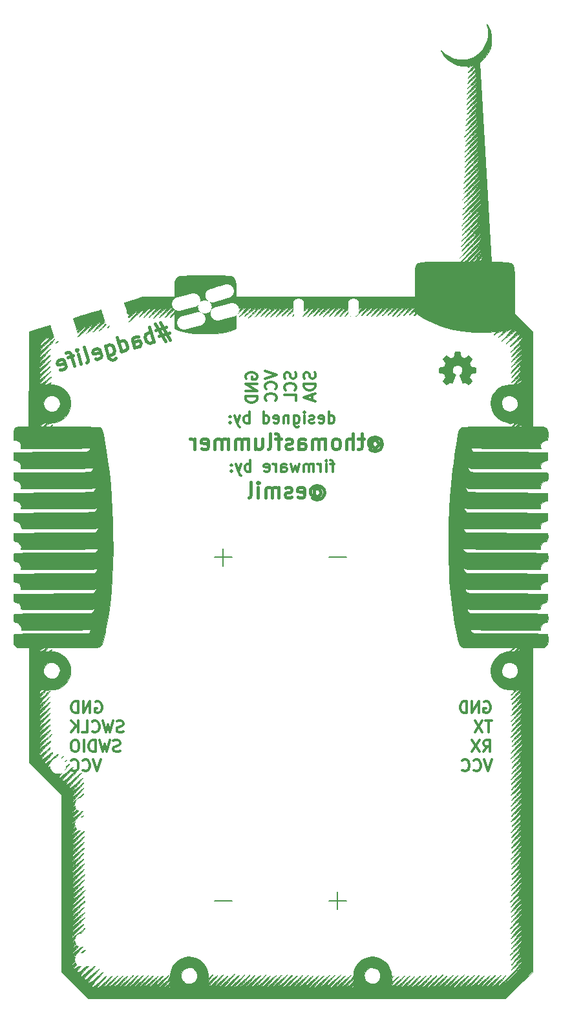
<source format=gbo>
G04 #@! TF.GenerationSoftware,KiCad,Pcbnew,(5.0.0-rc2-dev-222-g3b0a758)*
G04 #@! TF.CreationDate,2018-07-05T12:59:24+02:00*
G04 #@! TF.ProjectId,bornhack_scale_it,626F726E6861636B5F7363616C655F69,rev?*
G04 #@! TF.SameCoordinates,PX2faf080PY1c9c380*
G04 #@! TF.FileFunction,Legend,Bot*
G04 #@! TF.FilePolarity,Positive*
%FSLAX46Y46*%
G04 Gerber Fmt 4.6, Leading zero omitted, Abs format (unit mm)*
G04 Created by KiCad (PCBNEW (5.0.0-rc2-dev-222-g3b0a758)) date Thursday, 05 July 2018 at 12:59:24*
%MOMM*%
%LPD*%
G01*
G04 APERTURE LIST*
%ADD10C,0.400000*%
%ADD11C,0.300000*%
%ADD12C,0.010000*%
%ADD13C,0.200000*%
%ADD14C,1.600000*%
%ADD15O,2.100000X2.100000*%
%ADD16R,2.100000X2.100000*%
%ADD17C,2.100000*%
%ADD18O,1.416000X2.432000*%
%ADD19C,1.705560*%
%ADD20C,1.802000*%
%ADD21C,1.750000*%
%ADD22C,1.750000*%
%ADD23O,3.750000X1.750000*%
%ADD24O,1.750000X1.750000*%
G04 APERTURE END LIST*
D10*
X20061752Y-42066406D02*
X18695603Y-42484079D01*
X19264688Y-41413785D02*
X20562961Y-43705785D01*
X19128360Y-43248079D02*
X20494510Y-42830406D01*
X19925424Y-43900700D02*
X18627151Y-41608700D01*
X18447895Y-43954067D02*
X17863152Y-42041457D01*
X18085911Y-42770071D02*
X17875913Y-42734684D01*
X17511606Y-42846063D01*
X17357298Y-42992830D01*
X17294066Y-43111752D01*
X17258679Y-43321750D01*
X17425749Y-43868210D01*
X17572515Y-44022518D01*
X17691437Y-44085750D01*
X17901435Y-44121136D01*
X18265742Y-44009757D01*
X18420050Y-43862990D01*
X15897749Y-44733725D02*
X15591455Y-43731882D01*
X15626842Y-43521884D01*
X15781150Y-43375117D01*
X16145457Y-43263737D01*
X16355455Y-43299124D01*
X15869904Y-44642648D02*
X16079902Y-44678035D01*
X16535285Y-44538810D01*
X16689594Y-44392044D01*
X16724981Y-44182046D01*
X16669291Y-43999892D01*
X16522524Y-43845584D01*
X16312526Y-43810197D01*
X15857143Y-43949422D01*
X15647145Y-43914035D01*
X14167293Y-45262778D02*
X13582549Y-43350169D01*
X14139448Y-45171702D02*
X14349446Y-45207089D01*
X14713753Y-45095709D01*
X14868061Y-44948942D01*
X14931293Y-44830021D01*
X14966679Y-44620023D01*
X14799610Y-44073563D01*
X14652843Y-43919254D01*
X14533922Y-43856023D01*
X14323924Y-43820636D01*
X13959617Y-43932016D01*
X13805309Y-44078782D01*
X12047008Y-44516759D02*
X12520371Y-46065062D01*
X12667138Y-46219370D01*
X12786059Y-46282602D01*
X12996058Y-46317989D01*
X13269287Y-46234454D01*
X13423596Y-46087687D01*
X12408992Y-45700755D02*
X12618990Y-45736142D01*
X12983296Y-45624762D01*
X13137605Y-45477996D01*
X13200836Y-45359074D01*
X13236223Y-45149076D01*
X13069154Y-44602616D01*
X12922387Y-44448308D01*
X12803466Y-44385076D01*
X12593467Y-44349689D01*
X12229161Y-44461069D01*
X12074852Y-44607836D01*
X10769612Y-46201964D02*
X10979610Y-46237351D01*
X11343917Y-46125971D01*
X11498225Y-45979205D01*
X11533612Y-45769206D01*
X11310853Y-45040593D01*
X11164086Y-44886285D01*
X10954088Y-44850898D01*
X10589781Y-44962278D01*
X10435473Y-45109044D01*
X10400086Y-45319042D01*
X10455776Y-45501196D01*
X11422232Y-45404900D01*
X9613461Y-46655025D02*
X9767769Y-46508258D01*
X9803156Y-46298260D01*
X9301947Y-44658880D01*
X8884847Y-46877784D02*
X8495018Y-45602711D01*
X8300104Y-44965174D02*
X8419026Y-45028406D01*
X8355794Y-45147328D01*
X8236872Y-45084096D01*
X8300104Y-44965174D01*
X8355794Y-45147328D01*
X7857482Y-45797625D02*
X7128869Y-46020385D01*
X7974081Y-47156233D02*
X7472872Y-45516854D01*
X7326106Y-45362545D01*
X7116108Y-45327158D01*
X6933954Y-45382848D01*
X6124703Y-47622055D02*
X6334701Y-47657442D01*
X6699008Y-47546062D01*
X6853316Y-47399296D01*
X6888703Y-47189297D01*
X6665944Y-46460684D01*
X6519177Y-46306376D01*
X6309179Y-46270989D01*
X5944872Y-46382369D01*
X5790564Y-46529135D01*
X5755177Y-46739134D01*
X5810867Y-46921287D01*
X6777323Y-46824991D01*
D11*
X42074142Y-59975571D02*
X41502714Y-59975571D01*
X41859857Y-60975571D02*
X41859857Y-59689857D01*
X41788428Y-59547000D01*
X41645571Y-59475571D01*
X41502714Y-59475571D01*
X41002714Y-60975571D02*
X41002714Y-59975571D01*
X41002714Y-59475571D02*
X41074142Y-59547000D01*
X41002714Y-59618428D01*
X40931285Y-59547000D01*
X41002714Y-59475571D01*
X41002714Y-59618428D01*
X40288428Y-60975571D02*
X40288428Y-59975571D01*
X40288428Y-60261285D02*
X40217000Y-60118428D01*
X40145571Y-60047000D01*
X40002714Y-59975571D01*
X39859857Y-59975571D01*
X39359857Y-60975571D02*
X39359857Y-59975571D01*
X39359857Y-60118428D02*
X39288428Y-60047000D01*
X39145571Y-59975571D01*
X38931285Y-59975571D01*
X38788428Y-60047000D01*
X38717000Y-60189857D01*
X38717000Y-60975571D01*
X38717000Y-60189857D02*
X38645571Y-60047000D01*
X38502714Y-59975571D01*
X38288428Y-59975571D01*
X38145571Y-60047000D01*
X38074142Y-60189857D01*
X38074142Y-60975571D01*
X37502714Y-59975571D02*
X37217000Y-60975571D01*
X36931285Y-60261285D01*
X36645571Y-60975571D01*
X36359857Y-59975571D01*
X35145571Y-60975571D02*
X35145571Y-60189857D01*
X35217000Y-60047000D01*
X35359857Y-59975571D01*
X35645571Y-59975571D01*
X35788428Y-60047000D01*
X35145571Y-60904142D02*
X35288428Y-60975571D01*
X35645571Y-60975571D01*
X35788428Y-60904142D01*
X35859857Y-60761285D01*
X35859857Y-60618428D01*
X35788428Y-60475571D01*
X35645571Y-60404142D01*
X35288428Y-60404142D01*
X35145571Y-60332714D01*
X34431285Y-60975571D02*
X34431285Y-59975571D01*
X34431285Y-60261285D02*
X34359857Y-60118428D01*
X34288428Y-60047000D01*
X34145571Y-59975571D01*
X34002714Y-59975571D01*
X32931285Y-60904142D02*
X33074142Y-60975571D01*
X33359857Y-60975571D01*
X33502714Y-60904142D01*
X33574142Y-60761285D01*
X33574142Y-60189857D01*
X33502714Y-60047000D01*
X33359857Y-59975571D01*
X33074142Y-59975571D01*
X32931285Y-60047000D01*
X32859857Y-60189857D01*
X32859857Y-60332714D01*
X33574142Y-60475571D01*
X31074142Y-60975571D02*
X31074142Y-59475571D01*
X31074142Y-60047000D02*
X30931285Y-59975571D01*
X30645571Y-59975571D01*
X30502714Y-60047000D01*
X30431285Y-60118428D01*
X30359857Y-60261285D01*
X30359857Y-60689857D01*
X30431285Y-60832714D01*
X30502714Y-60904142D01*
X30645571Y-60975571D01*
X30931285Y-60975571D01*
X31074142Y-60904142D01*
X29859857Y-59975571D02*
X29502714Y-60975571D01*
X29145571Y-59975571D02*
X29502714Y-60975571D01*
X29645571Y-61332714D01*
X29717000Y-61404142D01*
X29859857Y-61475571D01*
X28574142Y-60832714D02*
X28502714Y-60904142D01*
X28574142Y-60975571D01*
X28645571Y-60904142D01*
X28574142Y-60832714D01*
X28574142Y-60975571D01*
X28574142Y-60047000D02*
X28502714Y-60118428D01*
X28574142Y-60189857D01*
X28645571Y-60118428D01*
X28574142Y-60047000D01*
X28574142Y-60189857D01*
D10*
X39423428Y-63424380D02*
X39518666Y-63329142D01*
X39709142Y-63233904D01*
X39899619Y-63233904D01*
X40090095Y-63329142D01*
X40185333Y-63424380D01*
X40280571Y-63614857D01*
X40280571Y-63805333D01*
X40185333Y-63995809D01*
X40090095Y-64091047D01*
X39899619Y-64186285D01*
X39709142Y-64186285D01*
X39518666Y-64091047D01*
X39423428Y-63995809D01*
X39423428Y-63233904D02*
X39423428Y-63995809D01*
X39328190Y-64091047D01*
X39232952Y-64091047D01*
X39042476Y-63995809D01*
X38947238Y-63805333D01*
X38947238Y-63329142D01*
X39137714Y-63043428D01*
X39423428Y-62852952D01*
X39804380Y-62757714D01*
X40185333Y-62852952D01*
X40471047Y-63043428D01*
X40661523Y-63329142D01*
X40756761Y-63710095D01*
X40661523Y-64091047D01*
X40471047Y-64376761D01*
X40185333Y-64567238D01*
X39804380Y-64662476D01*
X39423428Y-64567238D01*
X39137714Y-64376761D01*
X37328190Y-64281523D02*
X37518666Y-64376761D01*
X37899619Y-64376761D01*
X38090095Y-64281523D01*
X38185333Y-64091047D01*
X38185333Y-63329142D01*
X38090095Y-63138666D01*
X37899619Y-63043428D01*
X37518666Y-63043428D01*
X37328190Y-63138666D01*
X37232952Y-63329142D01*
X37232952Y-63519619D01*
X38185333Y-63710095D01*
X36471047Y-64281523D02*
X36280571Y-64376761D01*
X35899619Y-64376761D01*
X35709142Y-64281523D01*
X35613904Y-64091047D01*
X35613904Y-63995809D01*
X35709142Y-63805333D01*
X35899619Y-63710095D01*
X36185333Y-63710095D01*
X36375809Y-63614857D01*
X36471047Y-63424380D01*
X36471047Y-63329142D01*
X36375809Y-63138666D01*
X36185333Y-63043428D01*
X35899619Y-63043428D01*
X35709142Y-63138666D01*
X34756761Y-64376761D02*
X34756761Y-63043428D01*
X34756761Y-63233904D02*
X34661523Y-63138666D01*
X34471047Y-63043428D01*
X34185333Y-63043428D01*
X33994857Y-63138666D01*
X33899619Y-63329142D01*
X33899619Y-64376761D01*
X33899619Y-63329142D02*
X33804380Y-63138666D01*
X33613904Y-63043428D01*
X33328190Y-63043428D01*
X33137714Y-63138666D01*
X33042476Y-63329142D01*
X33042476Y-64376761D01*
X32090095Y-64376761D02*
X32090095Y-63043428D01*
X32090095Y-62376761D02*
X32185333Y-62472000D01*
X32090095Y-62567238D01*
X31994857Y-62472000D01*
X32090095Y-62376761D01*
X32090095Y-62567238D01*
X30852000Y-64376761D02*
X31042476Y-64281523D01*
X31137714Y-64091047D01*
X31137714Y-62376761D01*
X46994857Y-57074380D02*
X47090095Y-56979142D01*
X47280571Y-56883904D01*
X47471047Y-56883904D01*
X47661523Y-56979142D01*
X47756761Y-57074380D01*
X47852000Y-57264857D01*
X47852000Y-57455333D01*
X47756761Y-57645809D01*
X47661523Y-57741047D01*
X47471047Y-57836285D01*
X47280571Y-57836285D01*
X47090095Y-57741047D01*
X46994857Y-57645809D01*
X46994857Y-56883904D02*
X46994857Y-57645809D01*
X46899619Y-57741047D01*
X46804380Y-57741047D01*
X46613904Y-57645809D01*
X46518666Y-57455333D01*
X46518666Y-56979142D01*
X46709142Y-56693428D01*
X46994857Y-56502952D01*
X47375809Y-56407714D01*
X47756761Y-56502952D01*
X48042476Y-56693428D01*
X48232952Y-56979142D01*
X48328190Y-57360095D01*
X48232952Y-57741047D01*
X48042476Y-58026761D01*
X47756761Y-58217238D01*
X47375809Y-58312476D01*
X46994857Y-58217238D01*
X46709142Y-58026761D01*
X45947238Y-56693428D02*
X45185333Y-56693428D01*
X45661523Y-56026761D02*
X45661523Y-57741047D01*
X45566285Y-57931523D01*
X45375809Y-58026761D01*
X45185333Y-58026761D01*
X44518666Y-58026761D02*
X44518666Y-56026761D01*
X43661523Y-58026761D02*
X43661523Y-56979142D01*
X43756761Y-56788666D01*
X43947238Y-56693428D01*
X44232952Y-56693428D01*
X44423428Y-56788666D01*
X44518666Y-56883904D01*
X42423428Y-58026761D02*
X42613904Y-57931523D01*
X42709142Y-57836285D01*
X42804380Y-57645809D01*
X42804380Y-57074380D01*
X42709142Y-56883904D01*
X42613904Y-56788666D01*
X42423428Y-56693428D01*
X42137714Y-56693428D01*
X41947238Y-56788666D01*
X41852000Y-56883904D01*
X41756761Y-57074380D01*
X41756761Y-57645809D01*
X41852000Y-57836285D01*
X41947238Y-57931523D01*
X42137714Y-58026761D01*
X42423428Y-58026761D01*
X40899619Y-58026761D02*
X40899619Y-56693428D01*
X40899619Y-56883904D02*
X40804380Y-56788666D01*
X40613904Y-56693428D01*
X40328190Y-56693428D01*
X40137714Y-56788666D01*
X40042476Y-56979142D01*
X40042476Y-58026761D01*
X40042476Y-56979142D02*
X39947238Y-56788666D01*
X39756761Y-56693428D01*
X39471047Y-56693428D01*
X39280571Y-56788666D01*
X39185333Y-56979142D01*
X39185333Y-58026761D01*
X37375809Y-58026761D02*
X37375809Y-56979142D01*
X37471047Y-56788666D01*
X37661523Y-56693428D01*
X38042476Y-56693428D01*
X38232952Y-56788666D01*
X37375809Y-57931523D02*
X37566285Y-58026761D01*
X38042476Y-58026761D01*
X38232952Y-57931523D01*
X38328190Y-57741047D01*
X38328190Y-57550571D01*
X38232952Y-57360095D01*
X38042476Y-57264857D01*
X37566285Y-57264857D01*
X37375809Y-57169619D01*
X36518666Y-57931523D02*
X36328190Y-58026761D01*
X35947238Y-58026761D01*
X35756761Y-57931523D01*
X35661523Y-57741047D01*
X35661523Y-57645809D01*
X35756761Y-57455333D01*
X35947238Y-57360095D01*
X36232952Y-57360095D01*
X36423428Y-57264857D01*
X36518666Y-57074380D01*
X36518666Y-56979142D01*
X36423428Y-56788666D01*
X36232952Y-56693428D01*
X35947238Y-56693428D01*
X35756761Y-56788666D01*
X35090095Y-56693428D02*
X34328190Y-56693428D01*
X34804380Y-58026761D02*
X34804380Y-56312476D01*
X34709142Y-56122000D01*
X34518666Y-56026761D01*
X34328190Y-56026761D01*
X33375809Y-58026761D02*
X33566285Y-57931523D01*
X33661523Y-57741047D01*
X33661523Y-56026761D01*
X31756761Y-56693428D02*
X31756761Y-58026761D01*
X32613904Y-56693428D02*
X32613904Y-57741047D01*
X32518666Y-57931523D01*
X32328190Y-58026761D01*
X32042476Y-58026761D01*
X31852000Y-57931523D01*
X31756761Y-57836285D01*
X30804380Y-58026761D02*
X30804380Y-56693428D01*
X30804380Y-56883904D02*
X30709142Y-56788666D01*
X30518666Y-56693428D01*
X30232952Y-56693428D01*
X30042476Y-56788666D01*
X29947238Y-56979142D01*
X29947238Y-58026761D01*
X29947238Y-56979142D02*
X29852000Y-56788666D01*
X29661523Y-56693428D01*
X29375809Y-56693428D01*
X29185333Y-56788666D01*
X29090095Y-56979142D01*
X29090095Y-58026761D01*
X28137714Y-58026761D02*
X28137714Y-56693428D01*
X28137714Y-56883904D02*
X28042476Y-56788666D01*
X27852000Y-56693428D01*
X27566285Y-56693428D01*
X27375809Y-56788666D01*
X27280571Y-56979142D01*
X27280571Y-58026761D01*
X27280571Y-56979142D02*
X27185333Y-56788666D01*
X26994857Y-56693428D01*
X26709142Y-56693428D01*
X26518666Y-56788666D01*
X26423428Y-56979142D01*
X26423428Y-58026761D01*
X24709142Y-57931523D02*
X24899619Y-58026761D01*
X25280571Y-58026761D01*
X25471047Y-57931523D01*
X25566285Y-57741047D01*
X25566285Y-56979142D01*
X25471047Y-56788666D01*
X25280571Y-56693428D01*
X24899619Y-56693428D01*
X24709142Y-56788666D01*
X24613904Y-56979142D01*
X24613904Y-57169619D01*
X25566285Y-57360095D01*
X23756761Y-58026761D02*
X23756761Y-56693428D01*
X23756761Y-57074380D02*
X23661523Y-56883904D01*
X23566285Y-56788666D01*
X23375809Y-56693428D01*
X23185333Y-56693428D01*
D11*
X41359857Y-54625571D02*
X41359857Y-53125571D01*
X41359857Y-54554142D02*
X41502714Y-54625571D01*
X41788428Y-54625571D01*
X41931285Y-54554142D01*
X42002714Y-54482714D01*
X42074142Y-54339857D01*
X42074142Y-53911285D01*
X42002714Y-53768428D01*
X41931285Y-53697000D01*
X41788428Y-53625571D01*
X41502714Y-53625571D01*
X41359857Y-53697000D01*
X40074142Y-54554142D02*
X40217000Y-54625571D01*
X40502714Y-54625571D01*
X40645571Y-54554142D01*
X40717000Y-54411285D01*
X40717000Y-53839857D01*
X40645571Y-53697000D01*
X40502714Y-53625571D01*
X40217000Y-53625571D01*
X40074142Y-53697000D01*
X40002714Y-53839857D01*
X40002714Y-53982714D01*
X40717000Y-54125571D01*
X39431285Y-54554142D02*
X39288428Y-54625571D01*
X39002714Y-54625571D01*
X38859857Y-54554142D01*
X38788428Y-54411285D01*
X38788428Y-54339857D01*
X38859857Y-54197000D01*
X39002714Y-54125571D01*
X39217000Y-54125571D01*
X39359857Y-54054142D01*
X39431285Y-53911285D01*
X39431285Y-53839857D01*
X39359857Y-53697000D01*
X39217000Y-53625571D01*
X39002714Y-53625571D01*
X38859857Y-53697000D01*
X38145571Y-54625571D02*
X38145571Y-53625571D01*
X38145571Y-53125571D02*
X38217000Y-53197000D01*
X38145571Y-53268428D01*
X38074142Y-53197000D01*
X38145571Y-53125571D01*
X38145571Y-53268428D01*
X36788428Y-53625571D02*
X36788428Y-54839857D01*
X36859857Y-54982714D01*
X36931285Y-55054142D01*
X37074142Y-55125571D01*
X37288428Y-55125571D01*
X37431285Y-55054142D01*
X36788428Y-54554142D02*
X36931285Y-54625571D01*
X37217000Y-54625571D01*
X37359857Y-54554142D01*
X37431285Y-54482714D01*
X37502714Y-54339857D01*
X37502714Y-53911285D01*
X37431285Y-53768428D01*
X37359857Y-53697000D01*
X37217000Y-53625571D01*
X36931285Y-53625571D01*
X36788428Y-53697000D01*
X36074142Y-53625571D02*
X36074142Y-54625571D01*
X36074142Y-53768428D02*
X36002714Y-53697000D01*
X35859857Y-53625571D01*
X35645571Y-53625571D01*
X35502714Y-53697000D01*
X35431285Y-53839857D01*
X35431285Y-54625571D01*
X34145571Y-54554142D02*
X34288428Y-54625571D01*
X34574142Y-54625571D01*
X34717000Y-54554142D01*
X34788428Y-54411285D01*
X34788428Y-53839857D01*
X34717000Y-53697000D01*
X34574142Y-53625571D01*
X34288428Y-53625571D01*
X34145571Y-53697000D01*
X34074142Y-53839857D01*
X34074142Y-53982714D01*
X34788428Y-54125571D01*
X32788428Y-54625571D02*
X32788428Y-53125571D01*
X32788428Y-54554142D02*
X32931285Y-54625571D01*
X33217000Y-54625571D01*
X33359857Y-54554142D01*
X33431285Y-54482714D01*
X33502714Y-54339857D01*
X33502714Y-53911285D01*
X33431285Y-53768428D01*
X33359857Y-53697000D01*
X33217000Y-53625571D01*
X32931285Y-53625571D01*
X32788428Y-53697000D01*
X30931285Y-54625571D02*
X30931285Y-53125571D01*
X30931285Y-53697000D02*
X30788428Y-53625571D01*
X30502714Y-53625571D01*
X30359857Y-53697000D01*
X30288428Y-53768428D01*
X30217000Y-53911285D01*
X30217000Y-54339857D01*
X30288428Y-54482714D01*
X30359857Y-54554142D01*
X30502714Y-54625571D01*
X30788428Y-54625571D01*
X30931285Y-54554142D01*
X29717000Y-53625571D02*
X29359857Y-54625571D01*
X29002714Y-53625571D02*
X29359857Y-54625571D01*
X29502714Y-54982714D01*
X29574142Y-55054142D01*
X29717000Y-55125571D01*
X28431285Y-54482714D02*
X28359857Y-54554142D01*
X28431285Y-54625571D01*
X28502714Y-54554142D01*
X28431285Y-54482714D01*
X28431285Y-54625571D01*
X28431285Y-53697000D02*
X28359857Y-53768428D01*
X28431285Y-53839857D01*
X28502714Y-53768428D01*
X28431285Y-53697000D01*
X28431285Y-53839857D01*
X39507142Y-47950714D02*
X39578571Y-48165000D01*
X39578571Y-48522142D01*
X39507142Y-48665000D01*
X39435714Y-48736428D01*
X39292857Y-48807857D01*
X39150000Y-48807857D01*
X39007142Y-48736428D01*
X38935714Y-48665000D01*
X38864285Y-48522142D01*
X38792857Y-48236428D01*
X38721428Y-48093571D01*
X38650000Y-48022142D01*
X38507142Y-47950714D01*
X38364285Y-47950714D01*
X38221428Y-48022142D01*
X38150000Y-48093571D01*
X38078571Y-48236428D01*
X38078571Y-48593571D01*
X38150000Y-48807857D01*
X39578571Y-49450714D02*
X38078571Y-49450714D01*
X38078571Y-49807857D01*
X38150000Y-50022142D01*
X38292857Y-50165000D01*
X38435714Y-50236428D01*
X38721428Y-50307857D01*
X38935714Y-50307857D01*
X39221428Y-50236428D01*
X39364285Y-50165000D01*
X39507142Y-50022142D01*
X39578571Y-49807857D01*
X39578571Y-49450714D01*
X39150000Y-50879285D02*
X39150000Y-51593571D01*
X39578571Y-50736428D02*
X38078571Y-51236428D01*
X39578571Y-51736428D01*
X36967142Y-47950714D02*
X37038571Y-48165000D01*
X37038571Y-48522142D01*
X36967142Y-48665000D01*
X36895714Y-48736428D01*
X36752857Y-48807857D01*
X36610000Y-48807857D01*
X36467142Y-48736428D01*
X36395714Y-48665000D01*
X36324285Y-48522142D01*
X36252857Y-48236428D01*
X36181428Y-48093571D01*
X36110000Y-48022142D01*
X35967142Y-47950714D01*
X35824285Y-47950714D01*
X35681428Y-48022142D01*
X35610000Y-48093571D01*
X35538571Y-48236428D01*
X35538571Y-48593571D01*
X35610000Y-48807857D01*
X36895714Y-50307857D02*
X36967142Y-50236428D01*
X37038571Y-50022142D01*
X37038571Y-49879285D01*
X36967142Y-49665000D01*
X36824285Y-49522142D01*
X36681428Y-49450714D01*
X36395714Y-49379285D01*
X36181428Y-49379285D01*
X35895714Y-49450714D01*
X35752857Y-49522142D01*
X35610000Y-49665000D01*
X35538571Y-49879285D01*
X35538571Y-50022142D01*
X35610000Y-50236428D01*
X35681428Y-50307857D01*
X37038571Y-51665000D02*
X37038571Y-50950714D01*
X35538571Y-50950714D01*
X32998571Y-47807857D02*
X34498571Y-48307857D01*
X32998571Y-48807857D01*
X34355714Y-50165000D02*
X34427142Y-50093571D01*
X34498571Y-49879285D01*
X34498571Y-49736428D01*
X34427142Y-49522142D01*
X34284285Y-49379285D01*
X34141428Y-49307857D01*
X33855714Y-49236428D01*
X33641428Y-49236428D01*
X33355714Y-49307857D01*
X33212857Y-49379285D01*
X33070000Y-49522142D01*
X32998571Y-49736428D01*
X32998571Y-49879285D01*
X33070000Y-50093571D01*
X33141428Y-50165000D01*
X34355714Y-51665000D02*
X34427142Y-51593571D01*
X34498571Y-51379285D01*
X34498571Y-51236428D01*
X34427142Y-51022142D01*
X34284285Y-50879285D01*
X34141428Y-50807857D01*
X33855714Y-50736428D01*
X33641428Y-50736428D01*
X33355714Y-50807857D01*
X33212857Y-50879285D01*
X33070000Y-51022142D01*
X32998571Y-51236428D01*
X32998571Y-51379285D01*
X33070000Y-51593571D01*
X33141428Y-51665000D01*
X30530000Y-48807857D02*
X30458571Y-48665000D01*
X30458571Y-48450714D01*
X30530000Y-48236428D01*
X30672857Y-48093571D01*
X30815714Y-48022142D01*
X31101428Y-47950714D01*
X31315714Y-47950714D01*
X31601428Y-48022142D01*
X31744285Y-48093571D01*
X31887142Y-48236428D01*
X31958571Y-48450714D01*
X31958571Y-48593571D01*
X31887142Y-48807857D01*
X31815714Y-48879285D01*
X31315714Y-48879285D01*
X31315714Y-48593571D01*
X31958571Y-49522142D02*
X30458571Y-49522142D01*
X31958571Y-50379285D01*
X30458571Y-50379285D01*
X31958571Y-51093571D02*
X30458571Y-51093571D01*
X30458571Y-51450714D01*
X30530000Y-51665000D01*
X30672857Y-51807857D01*
X30815714Y-51879285D01*
X31101428Y-51950714D01*
X31315714Y-51950714D01*
X31601428Y-51879285D01*
X31744285Y-51807857D01*
X31887142Y-51665000D01*
X31958571Y-51450714D01*
X31958571Y-51093571D01*
X11487857Y-98718571D02*
X10987857Y-100218571D01*
X10487857Y-98718571D01*
X9130714Y-100075714D02*
X9202142Y-100147142D01*
X9416428Y-100218571D01*
X9559285Y-100218571D01*
X9773571Y-100147142D01*
X9916428Y-100004285D01*
X9987857Y-99861428D01*
X10059285Y-99575714D01*
X10059285Y-99361428D01*
X9987857Y-99075714D01*
X9916428Y-98932857D01*
X9773571Y-98790000D01*
X9559285Y-98718571D01*
X9416428Y-98718571D01*
X9202142Y-98790000D01*
X9130714Y-98861428D01*
X7630714Y-100075714D02*
X7702142Y-100147142D01*
X7916428Y-100218571D01*
X8059285Y-100218571D01*
X8273571Y-100147142D01*
X8416428Y-100004285D01*
X8487857Y-99861428D01*
X8559285Y-99575714D01*
X8559285Y-99361428D01*
X8487857Y-99075714D01*
X8416428Y-98932857D01*
X8273571Y-98790000D01*
X8059285Y-98718571D01*
X7916428Y-98718571D01*
X7702142Y-98790000D01*
X7630714Y-98861428D01*
X13987857Y-97607142D02*
X13773571Y-97678571D01*
X13416428Y-97678571D01*
X13273571Y-97607142D01*
X13202142Y-97535714D01*
X13130714Y-97392857D01*
X13130714Y-97250000D01*
X13202142Y-97107142D01*
X13273571Y-97035714D01*
X13416428Y-96964285D01*
X13702142Y-96892857D01*
X13845000Y-96821428D01*
X13916428Y-96750000D01*
X13987857Y-96607142D01*
X13987857Y-96464285D01*
X13916428Y-96321428D01*
X13845000Y-96250000D01*
X13702142Y-96178571D01*
X13345000Y-96178571D01*
X13130714Y-96250000D01*
X12630714Y-96178571D02*
X12273571Y-97678571D01*
X11987857Y-96607142D01*
X11702142Y-97678571D01*
X11345000Y-96178571D01*
X10773571Y-97678571D02*
X10773571Y-96178571D01*
X10416428Y-96178571D01*
X10202142Y-96250000D01*
X10059285Y-96392857D01*
X9987857Y-96535714D01*
X9916428Y-96821428D01*
X9916428Y-97035714D01*
X9987857Y-97321428D01*
X10059285Y-97464285D01*
X10202142Y-97607142D01*
X10416428Y-97678571D01*
X10773571Y-97678571D01*
X9273571Y-97678571D02*
X9273571Y-96178571D01*
X8273571Y-96178571D02*
X7987857Y-96178571D01*
X7845000Y-96250000D01*
X7702142Y-96392857D01*
X7630714Y-96678571D01*
X7630714Y-97178571D01*
X7702142Y-97464285D01*
X7845000Y-97607142D01*
X7987857Y-97678571D01*
X8273571Y-97678571D01*
X8416428Y-97607142D01*
X8559285Y-97464285D01*
X8630714Y-97178571D01*
X8630714Y-96678571D01*
X8559285Y-96392857D01*
X8416428Y-96250000D01*
X8273571Y-96178571D01*
X14416428Y-95067142D02*
X14202142Y-95138571D01*
X13845000Y-95138571D01*
X13702142Y-95067142D01*
X13630714Y-94995714D01*
X13559285Y-94852857D01*
X13559285Y-94710000D01*
X13630714Y-94567142D01*
X13702142Y-94495714D01*
X13845000Y-94424285D01*
X14130714Y-94352857D01*
X14273571Y-94281428D01*
X14345000Y-94210000D01*
X14416428Y-94067142D01*
X14416428Y-93924285D01*
X14345000Y-93781428D01*
X14273571Y-93710000D01*
X14130714Y-93638571D01*
X13773571Y-93638571D01*
X13559285Y-93710000D01*
X13059285Y-93638571D02*
X12702142Y-95138571D01*
X12416428Y-94067142D01*
X12130714Y-95138571D01*
X11773571Y-93638571D01*
X10345000Y-94995714D02*
X10416428Y-95067142D01*
X10630714Y-95138571D01*
X10773571Y-95138571D01*
X10987857Y-95067142D01*
X11130714Y-94924285D01*
X11202142Y-94781428D01*
X11273571Y-94495714D01*
X11273571Y-94281428D01*
X11202142Y-93995714D01*
X11130714Y-93852857D01*
X10987857Y-93710000D01*
X10773571Y-93638571D01*
X10630714Y-93638571D01*
X10416428Y-93710000D01*
X10345000Y-93781428D01*
X8987857Y-95138571D02*
X9702142Y-95138571D01*
X9702142Y-93638571D01*
X8487857Y-95138571D02*
X8487857Y-93638571D01*
X7630714Y-95138571D02*
X8273571Y-94281428D01*
X7630714Y-93638571D02*
X8487857Y-94495714D01*
X10773571Y-91170000D02*
X10916428Y-91098571D01*
X11130714Y-91098571D01*
X11345000Y-91170000D01*
X11487857Y-91312857D01*
X11559285Y-91455714D01*
X11630714Y-91741428D01*
X11630714Y-91955714D01*
X11559285Y-92241428D01*
X11487857Y-92384285D01*
X11345000Y-92527142D01*
X11130714Y-92598571D01*
X10987857Y-92598571D01*
X10773571Y-92527142D01*
X10702142Y-92455714D01*
X10702142Y-91955714D01*
X10987857Y-91955714D01*
X10059285Y-92598571D02*
X10059285Y-91098571D01*
X9202142Y-92598571D01*
X9202142Y-91098571D01*
X8487857Y-92598571D02*
X8487857Y-91098571D01*
X8130714Y-91098571D01*
X7916428Y-91170000D01*
X7773571Y-91312857D01*
X7702142Y-91455714D01*
X7630714Y-91741428D01*
X7630714Y-91955714D01*
X7702142Y-92241428D01*
X7773571Y-92384285D01*
X7916428Y-92527142D01*
X8130714Y-92598571D01*
X8487857Y-92598571D01*
X62692142Y-98718571D02*
X62192142Y-100218571D01*
X61692142Y-98718571D01*
X60335000Y-100075714D02*
X60406428Y-100147142D01*
X60620714Y-100218571D01*
X60763571Y-100218571D01*
X60977857Y-100147142D01*
X61120714Y-100004285D01*
X61192142Y-99861428D01*
X61263571Y-99575714D01*
X61263571Y-99361428D01*
X61192142Y-99075714D01*
X61120714Y-98932857D01*
X60977857Y-98790000D01*
X60763571Y-98718571D01*
X60620714Y-98718571D01*
X60406428Y-98790000D01*
X60335000Y-98861428D01*
X58835000Y-100075714D02*
X58906428Y-100147142D01*
X59120714Y-100218571D01*
X59263571Y-100218571D01*
X59477857Y-100147142D01*
X59620714Y-100004285D01*
X59692142Y-99861428D01*
X59763571Y-99575714D01*
X59763571Y-99361428D01*
X59692142Y-99075714D01*
X59620714Y-98932857D01*
X59477857Y-98790000D01*
X59263571Y-98718571D01*
X59120714Y-98718571D01*
X58906428Y-98790000D01*
X58835000Y-98861428D01*
X61620714Y-97678571D02*
X62120714Y-96964285D01*
X62477857Y-97678571D02*
X62477857Y-96178571D01*
X61906428Y-96178571D01*
X61763571Y-96250000D01*
X61692142Y-96321428D01*
X61620714Y-96464285D01*
X61620714Y-96678571D01*
X61692142Y-96821428D01*
X61763571Y-96892857D01*
X61906428Y-96964285D01*
X62477857Y-96964285D01*
X61120714Y-96178571D02*
X60120714Y-97678571D01*
X60120714Y-96178571D02*
X61120714Y-97678571D01*
X62692142Y-93638571D02*
X61835000Y-93638571D01*
X62263571Y-95138571D02*
X62263571Y-93638571D01*
X61477857Y-93638571D02*
X60477857Y-95138571D01*
X60477857Y-93638571D02*
X61477857Y-95138571D01*
X61692142Y-91170000D02*
X61835000Y-91098571D01*
X62049285Y-91098571D01*
X62263571Y-91170000D01*
X62406428Y-91312857D01*
X62477857Y-91455714D01*
X62549285Y-91741428D01*
X62549285Y-91955714D01*
X62477857Y-92241428D01*
X62406428Y-92384285D01*
X62263571Y-92527142D01*
X62049285Y-92598571D01*
X61906428Y-92598571D01*
X61692142Y-92527142D01*
X61620714Y-92455714D01*
X61620714Y-91955714D01*
X61906428Y-91955714D01*
X60977857Y-92598571D02*
X60977857Y-91098571D01*
X60120714Y-92598571D01*
X60120714Y-91098571D01*
X59406428Y-92598571D02*
X59406428Y-91098571D01*
X59049285Y-91098571D01*
X58835000Y-91170000D01*
X58692142Y-91312857D01*
X58620714Y-91455714D01*
X58549285Y-91741428D01*
X58549285Y-91955714D01*
X58620714Y-92241428D01*
X58692142Y-92384285D01*
X58835000Y-92527142D01*
X59049285Y-92598571D01*
X59406428Y-92598571D01*
D12*
G36*
X12614719Y-41854212D02*
X12521000Y-41970667D01*
X12393770Y-42095883D01*
X12325422Y-42140000D01*
X12342614Y-42087121D01*
X12436333Y-41970667D01*
X12563563Y-41845450D01*
X12631911Y-41801333D01*
X12614719Y-41854212D01*
X12614719Y-41854212D01*
G37*
X12614719Y-41854212D02*
X12521000Y-41970667D01*
X12393770Y-42095883D01*
X12325422Y-42140000D01*
X12342614Y-42087121D01*
X12436333Y-41970667D01*
X12563563Y-41845450D01*
X12631911Y-41801333D01*
X12614719Y-41854212D01*
G36*
X12148386Y-41695500D02*
X12092496Y-41777519D01*
X11937641Y-41933039D01*
X11716648Y-42129236D01*
X11703886Y-42140000D01*
X11251000Y-42521000D01*
X11642977Y-42055333D01*
X11878557Y-41788044D01*
X12031649Y-41648641D01*
X12117175Y-41626500D01*
X12148386Y-41695500D01*
X12148386Y-41695500D01*
G37*
X12148386Y-41695500D02*
X12092496Y-41777519D01*
X11937641Y-41933039D01*
X11716648Y-42129236D01*
X11703886Y-42140000D01*
X11251000Y-42521000D01*
X11642977Y-42055333D01*
X11878557Y-41788044D01*
X12031649Y-41648641D01*
X12117175Y-41626500D01*
X12148386Y-41695500D01*
G36*
X11573811Y-39845874D02*
X11666682Y-40047507D01*
X11774044Y-40340040D01*
X11828632Y-40510167D01*
X12055697Y-41251000D01*
X11526348Y-41743703D01*
X11230136Y-42013148D01*
X10931848Y-42274236D01*
X10689005Y-42476782D01*
X10658333Y-42501034D01*
X10522649Y-42606779D01*
X10439113Y-42667060D01*
X10417296Y-42668151D01*
X10466766Y-42596327D01*
X10597093Y-42437864D01*
X10817845Y-42179035D01*
X11138592Y-41806117D01*
X11160923Y-41780167D01*
X11370896Y-41528642D01*
X11521453Y-41333573D01*
X11591375Y-41223234D01*
X11589823Y-41208667D01*
X11506000Y-41261187D01*
X11320602Y-41405023D01*
X11059144Y-41619589D01*
X10747141Y-41884300D01*
X10671619Y-41949500D01*
X10216511Y-42342841D01*
X9881551Y-42628834D01*
X9659318Y-42811484D01*
X9542392Y-42894801D01*
X9523353Y-42882791D01*
X9594780Y-42779463D01*
X9749254Y-42588822D01*
X9966161Y-42330500D01*
X10213967Y-42030859D01*
X10407868Y-41784373D01*
X10529325Y-41615526D01*
X10559797Y-41548802D01*
X10558247Y-41548582D01*
X10472754Y-41601955D01*
X10285655Y-41747621D01*
X10021863Y-41965324D01*
X9706291Y-42234811D01*
X9594927Y-42331749D01*
X9256547Y-42626344D01*
X8951870Y-42889133D01*
X8709497Y-43095623D01*
X8558027Y-43221322D01*
X8536594Y-43238104D01*
X8436575Y-43309144D01*
X8443942Y-43280475D01*
X8547083Y-43153438D01*
X8682758Y-42992997D01*
X8890966Y-42748930D01*
X9133637Y-42465827D01*
X9213589Y-42372833D01*
X9423119Y-42121390D01*
X9572647Y-41926352D01*
X9641159Y-41815964D01*
X9638803Y-41801333D01*
X9549945Y-41854130D01*
X9368160Y-41995450D01*
X9125611Y-42199688D01*
X9000669Y-42309333D01*
X8742980Y-42533794D01*
X8533768Y-42707523D01*
X8404168Y-42805056D01*
X8379539Y-42817333D01*
X8325103Y-42755645D01*
X8344322Y-42611385D01*
X8421397Y-42445757D01*
X8499852Y-42351197D01*
X8610346Y-42225547D01*
X8627371Y-42155149D01*
X8542011Y-42173184D01*
X8416951Y-42264933D01*
X8287173Y-42359953D01*
X8222717Y-42330601D01*
X8210269Y-42299691D01*
X8040911Y-41768316D01*
X7919732Y-41352382D01*
X7850233Y-41065109D01*
X7835911Y-40919717D01*
X7841585Y-40906859D01*
X7933590Y-40868562D01*
X8159338Y-40790792D01*
X8490275Y-40682389D01*
X8897845Y-40552188D01*
X9353497Y-40409027D01*
X9828675Y-40261743D01*
X10294825Y-40119173D01*
X10723395Y-39990154D01*
X11085829Y-39883524D01*
X11353574Y-39808118D01*
X11498076Y-39772774D01*
X11510950Y-39771240D01*
X11573811Y-39845874D01*
X11573811Y-39845874D01*
G37*
X11573811Y-39845874D02*
X11666682Y-40047507D01*
X11774044Y-40340040D01*
X11828632Y-40510167D01*
X12055697Y-41251000D01*
X11526348Y-41743703D01*
X11230136Y-42013148D01*
X10931848Y-42274236D01*
X10689005Y-42476782D01*
X10658333Y-42501034D01*
X10522649Y-42606779D01*
X10439113Y-42667060D01*
X10417296Y-42668151D01*
X10466766Y-42596327D01*
X10597093Y-42437864D01*
X10817845Y-42179035D01*
X11138592Y-41806117D01*
X11160923Y-41780167D01*
X11370896Y-41528642D01*
X11521453Y-41333573D01*
X11591375Y-41223234D01*
X11589823Y-41208667D01*
X11506000Y-41261187D01*
X11320602Y-41405023D01*
X11059144Y-41619589D01*
X10747141Y-41884300D01*
X10671619Y-41949500D01*
X10216511Y-42342841D01*
X9881551Y-42628834D01*
X9659318Y-42811484D01*
X9542392Y-42894801D01*
X9523353Y-42882791D01*
X9594780Y-42779463D01*
X9749254Y-42588822D01*
X9966161Y-42330500D01*
X10213967Y-42030859D01*
X10407868Y-41784373D01*
X10529325Y-41615526D01*
X10559797Y-41548802D01*
X10558247Y-41548582D01*
X10472754Y-41601955D01*
X10285655Y-41747621D01*
X10021863Y-41965324D01*
X9706291Y-42234811D01*
X9594927Y-42331749D01*
X9256547Y-42626344D01*
X8951870Y-42889133D01*
X8709497Y-43095623D01*
X8558027Y-43221322D01*
X8536594Y-43238104D01*
X8436575Y-43309144D01*
X8443942Y-43280475D01*
X8547083Y-43153438D01*
X8682758Y-42992997D01*
X8890966Y-42748930D01*
X9133637Y-42465827D01*
X9213589Y-42372833D01*
X9423119Y-42121390D01*
X9572647Y-41926352D01*
X9641159Y-41815964D01*
X9638803Y-41801333D01*
X9549945Y-41854130D01*
X9368160Y-41995450D01*
X9125611Y-42199688D01*
X9000669Y-42309333D01*
X8742980Y-42533794D01*
X8533768Y-42707523D01*
X8404168Y-42805056D01*
X8379539Y-42817333D01*
X8325103Y-42755645D01*
X8344322Y-42611385D01*
X8421397Y-42445757D01*
X8499852Y-42351197D01*
X8610346Y-42225547D01*
X8627371Y-42155149D01*
X8542011Y-42173184D01*
X8416951Y-42264933D01*
X8287173Y-42359953D01*
X8222717Y-42330601D01*
X8210269Y-42299691D01*
X8040911Y-41768316D01*
X7919732Y-41352382D01*
X7850233Y-41065109D01*
X7835911Y-40919717D01*
X7841585Y-40906859D01*
X7933590Y-40868562D01*
X8159338Y-40790792D01*
X8490275Y-40682389D01*
X8897845Y-40552188D01*
X9353497Y-40409027D01*
X9828675Y-40261743D01*
X10294825Y-40119173D01*
X10723395Y-39990154D01*
X11085829Y-39883524D01*
X11353574Y-39808118D01*
X11498076Y-39772774D01*
X11510950Y-39771240D01*
X11573811Y-39845874D01*
G36*
X5874667Y-43897634D02*
X5810546Y-43985035D01*
X5684167Y-44078960D01*
X5554880Y-44155034D01*
X5551583Y-44134028D01*
X5654955Y-44014660D01*
X5797944Y-43867411D01*
X5863054Y-43843822D01*
X5874667Y-43897634D01*
X5874667Y-43897634D01*
G37*
X5874667Y-43897634D02*
X5810546Y-43985035D01*
X5684167Y-44078960D01*
X5554880Y-44155034D01*
X5551583Y-44134028D01*
X5654955Y-44014660D01*
X5797944Y-43867411D01*
X5863054Y-43843822D01*
X5874667Y-43897634D01*
G36*
X62106783Y-2417493D02*
X62215233Y-2604672D01*
X62350055Y-2870251D01*
X62372948Y-2918166D01*
X62496595Y-3192218D01*
X62575602Y-3419734D01*
X62619857Y-3654057D01*
X62639247Y-3948530D01*
X62643662Y-4356499D01*
X62643667Y-4378667D01*
X62639759Y-4792528D01*
X62621365Y-5090659D01*
X62578474Y-5326603D01*
X62501077Y-5553905D01*
X62379163Y-5826107D01*
X62369099Y-5847391D01*
X61974533Y-6489646D01*
X61604110Y-6906994D01*
X61113688Y-7386872D01*
X61878930Y-20424269D01*
X62644172Y-33461667D01*
X63829253Y-33504000D01*
X64360468Y-33530757D01*
X64783744Y-33568142D01*
X65077187Y-33613756D01*
X65203957Y-33654676D01*
X65316102Y-33724728D01*
X65407668Y-33805380D01*
X65480739Y-33913424D01*
X65537395Y-34065655D01*
X65579718Y-34278866D01*
X65609791Y-34569851D01*
X65629694Y-34955404D01*
X65641511Y-35452317D01*
X65647322Y-36077385D01*
X65649209Y-36847401D01*
X65649333Y-37247430D01*
X65649333Y-40237268D01*
X66834126Y-41419793D01*
X68018918Y-42602318D01*
X68040626Y-48826992D01*
X68062333Y-55051667D01*
X68739667Y-55072990D01*
X69086491Y-55088492D01*
X69387152Y-55110084D01*
X69585244Y-55133549D01*
X69605960Y-55137717D01*
X69822711Y-55271002D01*
X69966837Y-55547186D01*
X70033671Y-55954066D01*
X70034630Y-56258120D01*
X70009667Y-56823298D01*
X69714672Y-56883344D01*
X69393375Y-57016817D01*
X69165234Y-57246427D01*
X69060532Y-57534437D01*
X69064686Y-57693300D01*
X69110722Y-57976987D01*
X64649527Y-57953660D01*
X63792024Y-57947786D01*
X62982806Y-57939559D01*
X62238229Y-57929332D01*
X61574649Y-57917456D01*
X61008420Y-57904282D01*
X60555898Y-57890160D01*
X60233439Y-57875443D01*
X60057399Y-57860482D01*
X60031610Y-57854491D01*
X59933424Y-57815225D01*
X59922313Y-57856810D01*
X59995106Y-58011043D01*
X60012618Y-58044991D01*
X60108820Y-58226646D01*
X60165920Y-58326308D01*
X60169341Y-58330778D01*
X60255054Y-58335059D01*
X60495135Y-58340519D01*
X60874624Y-58346964D01*
X61378561Y-58354203D01*
X61991985Y-58362041D01*
X62699938Y-58370288D01*
X63487457Y-58378750D01*
X64339584Y-58387234D01*
X65099000Y-58394278D01*
X70009667Y-58438333D01*
X70009667Y-59440222D01*
X69648052Y-59560760D01*
X69335743Y-59730610D01*
X69130162Y-59977448D01*
X69056727Y-60264404D01*
X69073056Y-60394785D01*
X69123893Y-60597333D01*
X64482546Y-60597333D01*
X63404097Y-60596343D01*
X62485533Y-60593239D01*
X61717417Y-60587823D01*
X61090311Y-60579895D01*
X60594778Y-60569255D01*
X60221380Y-60555704D01*
X59960681Y-60539042D01*
X59803241Y-60519071D01*
X59741011Y-60497144D01*
X59626412Y-60439469D01*
X59582839Y-60454939D01*
X59569741Y-60572192D01*
X59653653Y-60741422D01*
X59799217Y-60908998D01*
X59950493Y-61012624D01*
X60064195Y-61035312D01*
X60302225Y-61054603D01*
X60670783Y-61070611D01*
X61176069Y-61083451D01*
X61824284Y-61093236D01*
X62621628Y-61100080D01*
X63574300Y-61104096D01*
X64688501Y-61105399D01*
X65000025Y-61105310D01*
X65891719Y-61104847D01*
X66733889Y-61104455D01*
X67511102Y-61104140D01*
X68207927Y-61103903D01*
X68808932Y-61103751D01*
X69298685Y-61103687D01*
X69661754Y-61103715D01*
X69882708Y-61103838D01*
X69946167Y-61104000D01*
X70008418Y-61179328D01*
X70043904Y-61366430D01*
X70052389Y-61609837D01*
X70033638Y-61854081D01*
X69987417Y-62043694D01*
X69950400Y-62104400D01*
X69786967Y-62187640D01*
X69661593Y-62206000D01*
X69452953Y-62279824D01*
X69253463Y-62464676D01*
X69105904Y-62705621D01*
X69053055Y-62947727D01*
X69056299Y-62983255D01*
X69091339Y-63222000D01*
X64285000Y-63222000D01*
X63145235Y-63220505D01*
X62150461Y-63216064D01*
X61304303Y-63208739D01*
X60610386Y-63198593D01*
X60072333Y-63185690D01*
X59693768Y-63170093D01*
X59478315Y-63151864D01*
X59426333Y-63137333D01*
X59324255Y-63056010D01*
X59302263Y-63052667D01*
X59254958Y-63111304D01*
X59289467Y-63251674D01*
X59385445Y-63420462D01*
X59485952Y-63534016D01*
X59529221Y-63565780D01*
X59592145Y-63593078D01*
X59687584Y-63616382D01*
X59828397Y-63636164D01*
X60027445Y-63652895D01*
X60297588Y-63667046D01*
X60651687Y-63679089D01*
X61102600Y-63689494D01*
X61663189Y-63698735D01*
X62346313Y-63707281D01*
X63164832Y-63715605D01*
X64131607Y-63724177D01*
X64832677Y-63730000D01*
X70009667Y-63772333D01*
X70009667Y-64781391D01*
X69714672Y-64841724D01*
X69413056Y-64967412D01*
X69182956Y-65182832D01*
X69061458Y-65444932D01*
X69056053Y-65606243D01*
X69091339Y-65846667D01*
X64232103Y-65846667D01*
X63046784Y-65845098D01*
X62016202Y-65840418D01*
X61142573Y-65832665D01*
X60428113Y-65821878D01*
X59875035Y-65808095D01*
X59485557Y-65791356D01*
X59261892Y-65771698D01*
X59209100Y-65759021D01*
X59078340Y-65728101D01*
X59043931Y-65807350D01*
X59106034Y-65967576D01*
X59207154Y-66112453D01*
X59368975Y-66312333D01*
X64689321Y-66354667D01*
X70009667Y-66397000D01*
X70009667Y-67386410D01*
X69679723Y-67499839D01*
X69353947Y-67646411D01*
X69166013Y-67830927D01*
X69084451Y-68088482D01*
X69076755Y-68172242D01*
X69058272Y-68476675D01*
X64140000Y-68472702D01*
X63240131Y-68471135D01*
X62388998Y-68468028D01*
X61602002Y-68463548D01*
X60894548Y-68457858D01*
X60282039Y-68451123D01*
X59779878Y-68443509D01*
X59403468Y-68435180D01*
X59168212Y-68426302D01*
X59091197Y-68418639D01*
X58981632Y-68418310D01*
X58967536Y-68513466D01*
X59042113Y-68664633D01*
X59155940Y-68794599D01*
X59351213Y-68978049D01*
X70009667Y-69021667D01*
X70035496Y-69473039D01*
X70025742Y-69835085D01*
X69940872Y-70057940D01*
X69772514Y-70158037D01*
X69681800Y-70167359D01*
X69415146Y-70248906D01*
X69197612Y-70457342D01*
X69063009Y-70750920D01*
X69036000Y-70964771D01*
X69036000Y-71183341D01*
X64104167Y-71160837D01*
X63202358Y-71155510D01*
X62348735Y-71148126D01*
X61558755Y-71138973D01*
X60847874Y-71128344D01*
X60231548Y-71116528D01*
X59725234Y-71103816D01*
X59344388Y-71090497D01*
X59104468Y-71076863D01*
X59023206Y-71065406D01*
X58916867Y-71034961D01*
X58921962Y-71125958D01*
X58930242Y-71150073D01*
X59032761Y-71345743D01*
X59113658Y-71455833D01*
X59148273Y-71486060D01*
X59204608Y-71511891D01*
X59295237Y-71533669D01*
X59432733Y-71551736D01*
X59629671Y-71566437D01*
X59898625Y-71578113D01*
X60252168Y-71587109D01*
X60702874Y-71593766D01*
X61263318Y-71598428D01*
X61946073Y-71601439D01*
X62763714Y-71603140D01*
X63728814Y-71603876D01*
X64544855Y-71604000D01*
X65693276Y-71604806D01*
X66681730Y-71607342D01*
X67519577Y-71611783D01*
X68216178Y-71618307D01*
X68780892Y-71627087D01*
X69223080Y-71638301D01*
X69552100Y-71652124D01*
X69777314Y-71668733D01*
X69908081Y-71688303D01*
X69950400Y-71705600D01*
X70017455Y-71861877D01*
X70047430Y-72111804D01*
X70040326Y-72383805D01*
X69996143Y-72606305D01*
X69950400Y-72687733D01*
X69781813Y-72775963D01*
X69689887Y-72789333D01*
X69533384Y-72846299D01*
X69335747Y-72988597D01*
X69274274Y-73046034D01*
X69101668Y-73256018D01*
X69047053Y-73447882D01*
X69054456Y-73554034D01*
X69091339Y-73805333D01*
X64158000Y-73805333D01*
X63001001Y-73803877D01*
X61989555Y-73799548D01*
X61127153Y-73792406D01*
X60417285Y-73782509D01*
X59863441Y-73769918D01*
X59469112Y-73754691D01*
X59237789Y-73736888D01*
X59172333Y-73720667D01*
X59070851Y-73642631D01*
X58978100Y-73663358D01*
X58960667Y-73715945D01*
X59011478Y-73827645D01*
X59136584Y-73999666D01*
X59164969Y-74033445D01*
X59369271Y-74271000D01*
X64689469Y-74313333D01*
X70009667Y-74355667D01*
X70009667Y-75360902D01*
X69713333Y-75433636D01*
X69400391Y-75571489D01*
X69170448Y-75790550D01*
X69057501Y-76051718D01*
X69056053Y-76189576D01*
X69091339Y-76430000D01*
X64274437Y-76430000D01*
X63095387Y-76428417D01*
X62070689Y-76423697D01*
X61202628Y-76415878D01*
X60493488Y-76405001D01*
X59945553Y-76391107D01*
X59561108Y-76374236D01*
X59342437Y-76354427D01*
X59293767Y-76342354D01*
X59168100Y-76287633D01*
X59139778Y-76329214D01*
X59200411Y-76491312D01*
X59224019Y-76543714D01*
X59364956Y-76739829D01*
X59499185Y-76844961D01*
X59607484Y-76867252D01*
X59845756Y-76886974D01*
X60219295Y-76904240D01*
X60733393Y-76919166D01*
X61393341Y-76931865D01*
X62204432Y-76942450D01*
X63171959Y-76951036D01*
X64301212Y-76957737D01*
X64845000Y-76960096D01*
X70009667Y-76980333D01*
X70009667Y-77479106D01*
X69996836Y-77790838D01*
X69937422Y-77978076D01*
X69800037Y-78084975D01*
X69553297Y-78155693D01*
X69524373Y-78161850D01*
X69314701Y-78279568D01*
X69144854Y-78497460D01*
X69056982Y-78748515D01*
X69063118Y-78895223D01*
X69067234Y-78929448D01*
X69051586Y-78958393D01*
X69003213Y-78982499D01*
X68909158Y-79002207D01*
X68756461Y-79017961D01*
X68532165Y-79030202D01*
X68223309Y-79039372D01*
X67816936Y-79045913D01*
X67300087Y-79050268D01*
X66659802Y-79052877D01*
X65883124Y-79054183D01*
X64957093Y-79054628D01*
X64388340Y-79054666D01*
X63307300Y-79053738D01*
X62385758Y-79050816D01*
X61613885Y-79045692D01*
X60981856Y-79038159D01*
X60479843Y-79028009D01*
X60098020Y-79015037D01*
X59826559Y-78999034D01*
X59655634Y-78979793D01*
X59575418Y-78957108D01*
X59570267Y-78953067D01*
X59491262Y-78907472D01*
X59468729Y-79011251D01*
X59468667Y-79022975D01*
X59527646Y-79200738D01*
X59664623Y-79378575D01*
X59860580Y-79562667D01*
X64854690Y-79562667D01*
X65968034Y-79563533D01*
X66921652Y-79566259D01*
X67725143Y-79571037D01*
X68388104Y-79578058D01*
X68920135Y-79587514D01*
X69330834Y-79599595D01*
X69629801Y-79614493D01*
X69826633Y-79632400D01*
X69930930Y-79653507D01*
X69950400Y-79664267D01*
X70017455Y-79820544D01*
X70047430Y-80070470D01*
X70040326Y-80342471D01*
X69996143Y-80564972D01*
X69950400Y-80646400D01*
X69781813Y-80734629D01*
X69689887Y-80748000D01*
X69484554Y-80820294D01*
X69276708Y-81001791D01*
X69112198Y-81239414D01*
X69036873Y-81480087D01*
X69036000Y-81504964D01*
X69036000Y-81766955D01*
X64612167Y-81744311D01*
X63758639Y-81738600D01*
X62953699Y-81730627D01*
X62213735Y-81720732D01*
X61555137Y-81709257D01*
X60994294Y-81696542D01*
X60547596Y-81682930D01*
X60231431Y-81668762D01*
X60062190Y-81654378D01*
X60040167Y-81649108D01*
X59921495Y-81633914D01*
X59890734Y-81721140D01*
X59945541Y-81869932D01*
X60061333Y-82018000D01*
X60101620Y-82054036D01*
X60153547Y-82084562D01*
X60230550Y-82110034D01*
X60346063Y-82130910D01*
X60513519Y-82147645D01*
X60746352Y-82160698D01*
X61057998Y-82170525D01*
X61461891Y-82177583D01*
X61971464Y-82182328D01*
X62600151Y-82185219D01*
X63361388Y-82186711D01*
X64268608Y-82187263D01*
X65039733Y-82187333D01*
X66131643Y-82188240D01*
X67063977Y-82191094D01*
X67846486Y-82196097D01*
X68488917Y-82203452D01*
X69001022Y-82213359D01*
X69392548Y-82226021D01*
X69673245Y-82241639D01*
X69852863Y-82260415D01*
X69941150Y-82282550D01*
X69950400Y-82288933D01*
X70005804Y-82428767D01*
X70041743Y-82692451D01*
X70052000Y-82972779D01*
X70045160Y-83292869D01*
X70013509Y-83499791D01*
X69940354Y-83649518D01*
X69808998Y-83798020D01*
X69804513Y-83802513D01*
X69677532Y-83920080D01*
X69554364Y-83992962D01*
X69391289Y-84031810D01*
X69144587Y-84047272D01*
X68788513Y-84050000D01*
X68020000Y-84050000D01*
X68020000Y-126511845D01*
X66262428Y-128267923D01*
X64504856Y-130024000D01*
X9810154Y-130024000D01*
X6298000Y-126508856D01*
X6298000Y-103319300D01*
X4181333Y-101196662D01*
X2064666Y-99074025D01*
X2064666Y-91562012D01*
X2064666Y-89759558D01*
X3426279Y-89759558D01*
X3450815Y-89936584D01*
X3505070Y-90000415D01*
X3606438Y-89960945D01*
X3756206Y-89837922D01*
X3916530Y-89688775D01*
X4005564Y-89593717D01*
X4012000Y-89581671D01*
X3938204Y-89561835D01*
X3760202Y-89553338D01*
X3755343Y-89553333D01*
X3526914Y-89608647D01*
X3426279Y-89759558D01*
X2064666Y-89759558D01*
X2064666Y-87208044D01*
X3971497Y-87208044D01*
X4042383Y-87463459D01*
X4260451Y-87782632D01*
X4580634Y-88002373D01*
X4957376Y-88106113D01*
X5345120Y-88077287D01*
X5533459Y-88005685D01*
X5773267Y-87814894D01*
X5979278Y-87533304D01*
X6107389Y-87229721D01*
X6128667Y-87077108D01*
X6049529Y-86663232D01*
X5823899Y-86318496D01*
X5491489Y-86080946D01*
X5233219Y-85973519D01*
X5027708Y-85948190D01*
X4786216Y-85994044D01*
X4785874Y-85994136D01*
X4414026Y-86172238D01*
X4141998Y-86458330D01*
X3988313Y-86815802D01*
X3971497Y-87208044D01*
X2064666Y-87208044D01*
X2064666Y-84529174D01*
X3501346Y-84529174D01*
X3576507Y-84555707D01*
X3738584Y-84494983D01*
X3965529Y-84342062D01*
X4012000Y-84304000D01*
X4186438Y-84152286D01*
X4240214Y-84078915D01*
X4183684Y-84054958D01*
X4102123Y-84052277D01*
X3893068Y-84107422D01*
X3699957Y-84234092D01*
X3535147Y-84420322D01*
X3501346Y-84529174D01*
X2064666Y-84529174D01*
X2064667Y-84050000D01*
X1296154Y-84050000D01*
X928045Y-84046969D01*
X685532Y-84030775D01*
X524895Y-83990769D01*
X402414Y-83916302D01*
X280154Y-83802513D01*
X147005Y-83653272D01*
X72505Y-83504310D01*
X39958Y-83299655D01*
X32669Y-82983336D01*
X32667Y-82972779D01*
X47399Y-82640536D01*
X87140Y-82394838D01*
X134266Y-82288933D01*
X200253Y-82265870D01*
X355036Y-82246223D01*
X608370Y-82229791D01*
X970009Y-82216371D01*
X1449708Y-82205762D01*
X2057222Y-82197762D01*
X2802303Y-82192168D01*
X3694707Y-82188778D01*
X4744189Y-82187391D01*
X5038788Y-82187333D01*
X9841710Y-82187333D01*
X10017188Y-81964248D01*
X10155975Y-81757458D01*
X10184691Y-81639257D01*
X10101969Y-81625427D01*
X10044500Y-81649108D01*
X9933347Y-81663485D01*
X9669251Y-81677772D01*
X9268600Y-81691628D01*
X8747783Y-81704712D01*
X8123191Y-81716682D01*
X7411213Y-81727197D01*
X6628237Y-81735916D01*
X5790654Y-81742497D01*
X5472500Y-81744311D01*
X1048666Y-81766955D01*
X1048666Y-81504964D01*
X986217Y-81267263D01*
X829435Y-81026653D01*
X624169Y-80836209D01*
X416269Y-80749010D01*
X394779Y-80748000D01*
X205403Y-80696624D01*
X134266Y-80646400D01*
X67212Y-80490122D01*
X37236Y-80240196D01*
X44340Y-79968195D01*
X88524Y-79745695D01*
X134266Y-79664267D01*
X199528Y-79641608D01*
X352978Y-79622245D01*
X604226Y-79605985D01*
X962879Y-79592636D01*
X1438545Y-79582006D01*
X2040833Y-79573902D01*
X2779350Y-79568134D01*
X3663706Y-79564509D01*
X4703508Y-79562835D01*
X5218115Y-79562667D01*
X10200363Y-79562667D01*
X10408182Y-79354848D01*
X10550475Y-79172236D01*
X10615576Y-79009125D01*
X10616000Y-78999248D01*
X10593567Y-78902907D01*
X10514400Y-78953066D01*
X10448047Y-78976334D01*
X10292587Y-78996122D01*
X10038195Y-79012639D01*
X9675043Y-79026092D01*
X9193305Y-79036687D01*
X8583152Y-79044633D01*
X7834759Y-79050136D01*
X6938299Y-79053403D01*
X5883945Y-79054643D01*
X5696326Y-79054667D01*
X4683954Y-79054503D01*
X3827956Y-79053718D01*
X3115374Y-79051870D01*
X2533249Y-79048516D01*
X2068622Y-79043215D01*
X1708535Y-79035524D01*
X1440028Y-79025002D01*
X1250143Y-79011206D01*
X1125921Y-78993695D01*
X1054403Y-78972027D01*
X1022631Y-78945759D01*
X1017646Y-78914450D01*
X1021548Y-78895223D01*
X1007998Y-78658028D01*
X885583Y-78411240D01*
X696453Y-78221872D01*
X560293Y-78161850D01*
X302061Y-78092232D01*
X156036Y-77990444D01*
X90833Y-77812330D01*
X75066Y-77513734D01*
X75000Y-77479106D01*
X75000Y-76980333D01*
X10546360Y-76895667D01*
X10708180Y-76695787D01*
X10811819Y-76533782D01*
X10867581Y-76385075D01*
X10868639Y-76291305D01*
X10808170Y-76294112D01*
X10768400Y-76328400D01*
X10702547Y-76351397D01*
X10548029Y-76370992D01*
X10295111Y-76387385D01*
X9934058Y-76400775D01*
X9455136Y-76411363D01*
X8848609Y-76419350D01*
X8104744Y-76424934D01*
X7213805Y-76428316D01*
X6166057Y-76429696D01*
X5836567Y-76429751D01*
X1006333Y-76429501D01*
X1000063Y-76135377D01*
X922084Y-75803989D01*
X704926Y-75568755D01*
X385489Y-75438743D01*
X75000Y-75365314D01*
X75000Y-74355667D01*
X5395353Y-74313333D01*
X10715706Y-74271000D01*
X10877520Y-74071120D01*
X11007347Y-73871539D01*
X11040550Y-73732484D01*
X10977287Y-73683144D01*
X10875566Y-73717688D01*
X10748750Y-73739014D01*
X10454840Y-73757445D01*
X9996051Y-73772941D01*
X9374598Y-73785464D01*
X8592697Y-73794976D01*
X7652562Y-73801437D01*
X6556409Y-73804808D01*
X5852563Y-73805333D01*
X993327Y-73805333D01*
X1030210Y-73554034D01*
X1022403Y-73347081D01*
X910518Y-73154163D01*
X810393Y-73046034D01*
X614340Y-72885246D01*
X436857Y-72795855D01*
X394779Y-72789333D01*
X205403Y-72737957D01*
X134267Y-72687733D01*
X67212Y-72531456D01*
X37236Y-72281529D01*
X44340Y-72009528D01*
X88524Y-71787028D01*
X134267Y-71705600D01*
X198492Y-71683528D01*
X350047Y-71664579D01*
X598322Y-71648575D01*
X952712Y-71635338D01*
X1422608Y-71624691D01*
X2017404Y-71616454D01*
X2746493Y-71610450D01*
X3619266Y-71606501D01*
X4645118Y-71604429D01*
X5495841Y-71604000D01*
X10755816Y-71604000D01*
X10939908Y-71408043D01*
X11078424Y-71225656D01*
X11123642Y-71091628D01*
X11072205Y-71037929D01*
X10975833Y-71065775D01*
X10866027Y-71079033D01*
X10602377Y-71091510D01*
X10200371Y-71102982D01*
X9675498Y-71113228D01*
X9043246Y-71122026D01*
X8319104Y-71129154D01*
X7518559Y-71134389D01*
X6657101Y-71137509D01*
X5917000Y-71138333D01*
X1006333Y-71138333D01*
X1032006Y-70917351D01*
X990590Y-70687139D01*
X848278Y-70448317D01*
X650284Y-70256178D01*
X441822Y-70166014D01*
X416507Y-70164667D01*
X207651Y-70114103D01*
X86856Y-69950629D01*
X44737Y-69656572D01*
X49170Y-69473039D01*
X75000Y-69021667D01*
X5437678Y-68979333D01*
X10800357Y-68937000D01*
X10962178Y-68737120D01*
X11073486Y-68564440D01*
X11124591Y-68418009D01*
X11110077Y-68337929D01*
X11024530Y-68364299D01*
X11011078Y-68374983D01*
X10921673Y-68396995D01*
X10706372Y-68415947D01*
X10359311Y-68431953D01*
X9874626Y-68445124D01*
X9246454Y-68455574D01*
X8468929Y-68463415D01*
X7536188Y-68468761D01*
X6442367Y-68471723D01*
X5952244Y-68472271D01*
X4913888Y-68472907D01*
X4032146Y-68472916D01*
X3294299Y-68471874D01*
X2687626Y-68469359D01*
X2199409Y-68464950D01*
X1816929Y-68458223D01*
X1527465Y-68448755D01*
X1318299Y-68436125D01*
X1176711Y-68419910D01*
X1089982Y-68399687D01*
X1045393Y-68375034D01*
X1030223Y-68345529D01*
X1031755Y-68310748D01*
X1032045Y-68308839D01*
X1012453Y-68117294D01*
X930204Y-67895177D01*
X817174Y-67732843D01*
X645174Y-67606103D01*
X371538Y-67488166D01*
X176577Y-67421960D01*
X89848Y-67366356D01*
X49003Y-67244266D01*
X44002Y-67013233D01*
X49577Y-66884857D01*
X75000Y-66397000D01*
X5336654Y-66354667D01*
X6412454Y-66345820D01*
X7331730Y-66337599D01*
X8107292Y-66329524D01*
X8751945Y-66321116D01*
X9278497Y-66311896D01*
X9699755Y-66301384D01*
X10028527Y-66289101D01*
X10277619Y-66274567D01*
X10459839Y-66257303D01*
X10587994Y-66236829D01*
X10674891Y-66212667D01*
X10733337Y-66184337D01*
X10776140Y-66151359D01*
X10776488Y-66151044D01*
X10909536Y-65972321D01*
X10954667Y-65816611D01*
X10935035Y-65701900D01*
X10860861Y-65737405D01*
X10853066Y-65745067D01*
X10787394Y-65767955D01*
X10633188Y-65787480D01*
X10380757Y-65803839D01*
X10020410Y-65817228D01*
X9542455Y-65827847D01*
X8937200Y-65835893D01*
X8194955Y-65841563D01*
X7306027Y-65845056D01*
X6260725Y-65846568D01*
X5872397Y-65846666D01*
X993327Y-65846666D01*
X1028614Y-65606243D01*
X989830Y-65336798D01*
X820252Y-65088275D01*
X556969Y-64903726D01*
X369994Y-64841724D01*
X75000Y-64781391D01*
X75000Y-63772333D01*
X5197333Y-63730000D01*
X6116642Y-63721235D01*
X6987935Y-63710672D01*
X7796060Y-63698643D01*
X8525870Y-63685480D01*
X9162215Y-63671517D01*
X9689946Y-63657086D01*
X10093913Y-63642520D01*
X10358968Y-63628151D01*
X10469961Y-63614312D01*
X10470185Y-63614206D01*
X10649138Y-63460001D01*
X10767749Y-63242936D01*
X10785333Y-63139920D01*
X10738359Y-63089395D01*
X10621566Y-63134354D01*
X10494321Y-63155902D01*
X10200196Y-63174495D01*
X9741618Y-63190089D01*
X9121014Y-63202643D01*
X8340813Y-63212111D01*
X7403442Y-63218451D01*
X6311329Y-63221619D01*
X5725563Y-63222000D01*
X993327Y-63222000D01*
X1028367Y-62983255D01*
X994845Y-62746120D01*
X859697Y-62501265D01*
X665703Y-62303624D01*
X455643Y-62208129D01*
X423074Y-62206000D01*
X226175Y-62162478D01*
X134267Y-62104400D01*
X83587Y-61982124D01*
X49242Y-61768666D01*
X33353Y-61519662D01*
X38039Y-61290750D01*
X65423Y-61137564D01*
X96167Y-61104956D01*
X190115Y-61104542D01*
X438341Y-61103484D01*
X825788Y-61101844D01*
X1337403Y-61099687D01*
X1958128Y-61097074D01*
X2672911Y-61094070D01*
X3466695Y-61090739D01*
X4324425Y-61087142D01*
X5124961Y-61083789D01*
X6169261Y-61079169D01*
X7057386Y-61074445D01*
X7802493Y-61069171D01*
X8417738Y-61062900D01*
X8916280Y-61055184D01*
X9311276Y-61045577D01*
X9615883Y-61033632D01*
X9843259Y-61018902D01*
X10006560Y-61000940D01*
X10118944Y-60979299D01*
X10193569Y-60953532D01*
X10243592Y-60923192D01*
X10260020Y-60909350D01*
X10407430Y-60728250D01*
X10474381Y-60585162D01*
X10484610Y-60465748D01*
X10398631Y-60474523D01*
X10376989Y-60484812D01*
X10267642Y-60498403D01*
X10004910Y-60511941D01*
X9604739Y-60525116D01*
X9083077Y-60537620D01*
X8455872Y-60549143D01*
X7739071Y-60559375D01*
X6948622Y-60568006D01*
X6100472Y-60574727D01*
X5597531Y-60577584D01*
X960062Y-60600168D01*
X1011254Y-60396203D01*
X1004822Y-60102097D01*
X854660Y-59832433D01*
X585935Y-59623799D01*
X436615Y-59560760D01*
X75000Y-59440222D01*
X75000Y-58438333D01*
X4896295Y-58416460D01*
X5920529Y-58411726D01*
X6788913Y-58407199D01*
X7514928Y-58402325D01*
X8112055Y-58396555D01*
X8593774Y-58389336D01*
X8973569Y-58380116D01*
X9264918Y-58368345D01*
X9481305Y-58353470D01*
X9636209Y-58334940D01*
X9743113Y-58312203D01*
X9815496Y-58284707D01*
X9866842Y-58251902D01*
X9910630Y-58213235D01*
X9912795Y-58211202D01*
X10053574Y-58043104D01*
X10108862Y-57905073D01*
X10073768Y-57833860D01*
X9959833Y-57857775D01*
X9848665Y-57872160D01*
X9584564Y-57886455D01*
X9183928Y-57900318D01*
X8663158Y-57913406D01*
X8038654Y-57925379D01*
X7326814Y-57935894D01*
X6544038Y-57944610D01*
X5706727Y-57951184D01*
X5392917Y-57952972D01*
X974168Y-57975611D01*
X1020092Y-57692612D01*
X990723Y-57389791D01*
X822416Y-57125614D01*
X545568Y-56937918D01*
X369994Y-56883344D01*
X75000Y-56823298D01*
X50036Y-56258120D01*
X67906Y-55778184D01*
X165890Y-55421572D01*
X339318Y-55200485D01*
X478706Y-55137717D01*
X651907Y-55114364D01*
X938006Y-55092115D01*
X1280596Y-55075182D01*
X1345000Y-55072990D01*
X1559448Y-55066239D01*
X3588114Y-55066239D01*
X3663636Y-55094709D01*
X3824676Y-55036384D01*
X4048481Y-54885973D01*
X4099865Y-54843441D01*
X4272949Y-54690687D01*
X4326108Y-54616902D01*
X4269443Y-54592575D01*
X4186790Y-54589441D01*
X3977829Y-54643704D01*
X3784623Y-54770092D01*
X3620859Y-54956269D01*
X3588114Y-55066239D01*
X1559448Y-55066239D01*
X2022333Y-55051667D01*
X2042512Y-52090008D01*
X3963219Y-52090008D01*
X4028227Y-52434324D01*
X4198466Y-52736818D01*
X4453707Y-52972266D01*
X4773722Y-53115443D01*
X5138283Y-53141124D01*
X5527163Y-53024085D01*
X5543949Y-53015556D01*
X5844531Y-52775586D01*
X6040547Y-52446788D01*
X6118930Y-52075164D01*
X6066615Y-51706714D01*
X5970958Y-51512171D01*
X5676095Y-51194804D01*
X5323429Y-51017613D01*
X4946144Y-50983176D01*
X4577421Y-51094075D01*
X4250442Y-51352887D01*
X4229806Y-51376810D01*
X4023669Y-51729095D01*
X3963219Y-52090008D01*
X2042512Y-52090008D01*
X2064667Y-48838531D01*
X2094366Y-44479594D01*
X3449372Y-44479594D01*
X3500301Y-44493543D01*
X3659417Y-44400995D01*
X3935116Y-44198597D01*
X3963669Y-44176627D01*
X4231055Y-43951578D01*
X4471739Y-43717408D01*
X4596768Y-43571909D01*
X4796888Y-43301231D01*
X4552611Y-43358149D01*
X4371949Y-43451568D01*
X4132821Y-43641041D01*
X3877376Y-43886419D01*
X3647760Y-44147555D01*
X3498235Y-44362500D01*
X3449372Y-44479594D01*
X2094366Y-44479594D01*
X2099346Y-43748667D01*
X3461667Y-43748667D01*
X3465537Y-43826810D01*
X3494006Y-43833333D01*
X3613698Y-43771547D01*
X3631000Y-43748667D01*
X3627130Y-43670523D01*
X3598660Y-43664000D01*
X3478969Y-43725786D01*
X3461667Y-43748667D01*
X2099346Y-43748667D01*
X2107000Y-42625395D01*
X3461667Y-42213737D01*
X3913431Y-42077188D01*
X4306444Y-41959793D01*
X4613092Y-41869686D01*
X4805762Y-41815004D01*
X4858667Y-41802129D01*
X4896748Y-41876044D01*
X4968023Y-42068211D01*
X5058264Y-42334325D01*
X5153242Y-42630080D01*
X5238732Y-42911171D01*
X5300505Y-43133291D01*
X5324333Y-43252137D01*
X5324333Y-43252251D01*
X5264363Y-43326196D01*
X5101588Y-43486000D01*
X4861713Y-43707254D01*
X4604667Y-43935671D01*
X4223494Y-44282688D01*
X3899330Y-44604146D01*
X3649126Y-44880880D01*
X3489832Y-45093724D01*
X3438398Y-45223514D01*
X3447330Y-45244219D01*
X3534141Y-45220068D01*
X3713543Y-45101654D01*
X3957029Y-44913073D01*
X4236092Y-44678419D01*
X4522223Y-44421790D01*
X4786916Y-44167280D01*
X5001662Y-43938985D01*
X5028245Y-43907969D01*
X5216302Y-43703175D01*
X5360596Y-43580003D01*
X5431593Y-43563368D01*
X5432957Y-43566537D01*
X5388473Y-43658312D01*
X5244222Y-43848052D01*
X5019223Y-44113042D01*
X4732496Y-44430570D01*
X4521689Y-44654738D01*
X4099721Y-45101504D01*
X3790495Y-45441241D01*
X3585319Y-45684936D01*
X3475498Y-45843572D01*
X3452340Y-45928135D01*
X3496625Y-45950000D01*
X3596936Y-45899554D01*
X3789724Y-45765524D01*
X4038341Y-45573872D01*
X4113438Y-45513035D01*
X4387433Y-45288872D01*
X4629203Y-45091474D01*
X4793865Y-44957478D01*
X4813565Y-44941535D01*
X4857937Y-44912738D01*
X4838044Y-44952343D01*
X4744873Y-45071251D01*
X4569409Y-45280361D01*
X4302639Y-45590575D01*
X3935546Y-46012791D01*
X3785318Y-46184897D01*
X3599915Y-46412107D01*
X3478926Y-46589983D01*
X3446737Y-46682335D01*
X3448511Y-46684733D01*
X3532382Y-46657933D01*
X3713782Y-46542125D01*
X3961526Y-46358328D01*
X4116725Y-46234272D01*
X4472121Y-45946127D01*
X4705154Y-45766463D01*
X4816886Y-45697847D01*
X4808379Y-45742844D01*
X4680693Y-45904018D01*
X4434891Y-46183936D01*
X4202500Y-46441561D01*
X3846108Y-46841561D01*
X3601877Y-47133548D01*
X3461765Y-47328775D01*
X3417730Y-47438496D01*
X3461727Y-47473965D01*
X3464616Y-47474000D01*
X3544739Y-47423364D01*
X3724911Y-47286748D01*
X3975521Y-47087085D01*
X4175100Y-46923666D01*
X4458728Y-46693472D01*
X4694339Y-46510569D01*
X4851658Y-46397982D01*
X4898701Y-46373333D01*
X4866310Y-46431032D01*
X4736757Y-46589161D01*
X4529387Y-46825267D01*
X4263544Y-47116896D01*
X4188218Y-47197989D01*
X3848330Y-47566706D01*
X3616053Y-47830481D01*
X3479936Y-48004776D01*
X3428527Y-48105056D01*
X3450376Y-48146785D01*
X3482833Y-48150568D01*
X3571484Y-48100905D01*
X3762223Y-47967067D01*
X4025006Y-47770782D01*
X4266000Y-47584116D01*
X4569908Y-47349398D01*
X4759743Y-47214394D01*
X4834365Y-47182569D01*
X4792636Y-47257390D01*
X4633418Y-47442321D01*
X4355572Y-47740828D01*
X4140351Y-47966602D01*
X3811812Y-48315741D01*
X3592767Y-48565698D01*
X3470016Y-48733998D01*
X3430357Y-48838164D01*
X3448063Y-48885618D01*
X3535744Y-48853918D01*
X3750404Y-48710823D01*
X4091704Y-48456581D01*
X4559306Y-48091442D01*
X4899159Y-47820188D01*
X4905503Y-47830049D01*
X4811909Y-47946433D01*
X4633553Y-48151670D01*
X4385607Y-48428091D01*
X4239294Y-48588550D01*
X3951880Y-48910771D01*
X3718628Y-49188894D01*
X3557703Y-49399897D01*
X3487274Y-49520751D01*
X3489220Y-49539199D01*
X3583613Y-49509952D01*
X3778245Y-49393476D01*
X4042196Y-49209641D01*
X4268369Y-49038482D01*
X4561711Y-48812554D01*
X4804410Y-48631835D01*
X4966655Y-48518148D01*
X5017633Y-48490000D01*
X4985052Y-48544903D01*
X4856897Y-48691076D01*
X4657989Y-48900714D01*
X4580849Y-48979288D01*
X4356191Y-49213330D01*
X4186931Y-49403018D01*
X4101624Y-49515894D01*
X4096667Y-49529622D01*
X4163107Y-49589618D01*
X4325640Y-49583885D01*
X4529085Y-49522785D01*
X4718260Y-49416681D01*
X4724707Y-49411681D01*
X4889855Y-49304852D01*
X4995459Y-49278309D01*
X5002243Y-49282688D01*
X4980981Y-49348697D01*
X4913118Y-49386065D01*
X4784115Y-49462278D01*
X4822628Y-49526715D01*
X5027195Y-49578570D01*
X5320963Y-49611388D01*
X5914413Y-49734788D01*
X6427598Y-49988390D01*
X6852441Y-50349217D01*
X7180865Y-50794296D01*
X7404793Y-51300652D01*
X7516146Y-51845310D01*
X7506849Y-52405295D01*
X7368823Y-52957632D01*
X7093992Y-53479348D01*
X6803045Y-53826954D01*
X6297856Y-54214497D01*
X5699030Y-54461970D01*
X5192645Y-54554320D01*
X4816585Y-54623706D01*
X4514807Y-54741179D01*
X4320917Y-54889704D01*
X4266000Y-55024092D01*
X4334435Y-55088244D01*
X4503861Y-55092191D01*
X4720458Y-55044339D01*
X4930406Y-54953093D01*
X4995415Y-54910175D01*
X5124788Y-54820870D01*
X5151412Y-54820980D01*
X5133833Y-54842441D01*
X5043511Y-54974059D01*
X5028000Y-55026266D01*
X5109541Y-55041693D01*
X5341669Y-55055887D01*
X5705638Y-55068436D01*
X6182703Y-55078933D01*
X6754120Y-55086965D01*
X7401143Y-55092124D01*
X8105026Y-55093999D01*
X8123899Y-55094000D01*
X9085567Y-55096640D01*
X9881669Y-55104544D01*
X10511456Y-55117694D01*
X10974173Y-55136066D01*
X11269070Y-55159641D01*
X11390734Y-55185481D01*
X11491172Y-55258451D01*
X11579068Y-55373886D01*
X11659616Y-55550681D01*
X11738008Y-55807728D01*
X11819438Y-56163924D01*
X11909100Y-56638163D01*
X12012187Y-57249338D01*
X12087494Y-57720361D01*
X12346393Y-59455735D01*
X12558461Y-61095628D01*
X12727530Y-62685409D01*
X12857430Y-64270449D01*
X12951992Y-65896118D01*
X13015047Y-67607786D01*
X13045299Y-69064000D01*
X13055347Y-71141540D01*
X13020824Y-73082039D01*
X12939653Y-74912369D01*
X12809758Y-76659401D01*
X12629063Y-78350010D01*
X12395494Y-80011066D01*
X12106972Y-81669443D01*
X12047882Y-81975667D01*
X11932275Y-82552172D01*
X11836556Y-82986922D01*
X11752146Y-83305085D01*
X11670465Y-83531830D01*
X11582932Y-83692324D01*
X11480967Y-83811736D01*
X11397455Y-83883536D01*
X11337257Y-83925584D01*
X11262987Y-83959894D01*
X11158011Y-83987252D01*
X11005697Y-84008442D01*
X10789412Y-84024248D01*
X10492523Y-84035454D01*
X10098397Y-84042845D01*
X9590402Y-84047205D01*
X8951905Y-84049319D01*
X8166273Y-84049972D01*
X7867674Y-84050000D01*
X4549517Y-84050000D01*
X4365425Y-84245957D01*
X4237123Y-84399045D01*
X4181405Y-84498258D01*
X4181333Y-84499957D01*
X4249507Y-84557238D01*
X4418721Y-84553478D01*
X4636016Y-84498045D01*
X4848430Y-84400308D01*
X4887930Y-84374964D01*
X5029201Y-84287168D01*
X5067431Y-84283642D01*
X5049166Y-84307231D01*
X4952719Y-84452837D01*
X5003657Y-84532545D01*
X5210090Y-84557947D01*
X5224584Y-84558000D01*
X5741269Y-84638054D01*
X6247861Y-84862950D01*
X6711110Y-85209787D01*
X7097765Y-85655664D01*
X7288079Y-85979177D01*
X7439217Y-86339623D01*
X7509345Y-86677242D01*
X7522710Y-87013333D01*
X7482993Y-87551199D01*
X7355276Y-87998719D01*
X7116962Y-88421741D01*
X6973184Y-88614625D01*
X6549139Y-89034546D01*
X6036741Y-89325063D01*
X5420761Y-89493289D01*
X4994831Y-89538500D01*
X4308333Y-89576717D01*
X3852260Y-90117897D01*
X3640524Y-90386456D01*
X3505401Y-90592470D01*
X3453480Y-90718727D01*
X3491353Y-90748015D01*
X3625610Y-90663119D01*
X3651647Y-90641831D01*
X3785295Y-90529528D01*
X4005477Y-90343684D01*
X4269579Y-90120278D01*
X4329500Y-90069528D01*
X4571613Y-89869634D01*
X4755508Y-89727729D01*
X4851401Y-89666414D01*
X4858666Y-89667977D01*
X4805568Y-89745301D01*
X4660455Y-89923155D01*
X4444604Y-90176213D01*
X4179293Y-90479152D01*
X4139000Y-90524568D01*
X3802482Y-90910498D01*
X3576439Y-91188528D01*
X3452317Y-91371202D01*
X3421566Y-91471061D01*
X3473443Y-91500667D01*
X3557784Y-91449003D01*
X3736776Y-91311015D01*
X3977920Y-91112209D01*
X4087277Y-91018979D01*
X4441305Y-90715849D01*
X4672313Y-90524611D01*
X4782282Y-90447974D01*
X4773196Y-90488645D01*
X4647038Y-90649334D01*
X4405791Y-90932746D01*
X4199031Y-91171581D01*
X3918290Y-91498763D01*
X3682445Y-91780551D01*
X3511541Y-91992456D01*
X3425623Y-92109991D01*
X3419333Y-92124081D01*
X3446159Y-92172539D01*
X3537710Y-92144738D01*
X3710593Y-92030304D01*
X3981417Y-91818862D01*
X4214020Y-91627667D01*
X4494352Y-91397574D01*
X4723946Y-91214716D01*
X4873527Y-91102084D01*
X4914790Y-91077333D01*
X4876051Y-91136237D01*
X4742876Y-91297796D01*
X4534633Y-91539275D01*
X4270696Y-91837945D01*
X4186479Y-91932035D01*
X3841796Y-92321850D01*
X3605846Y-92603978D01*
X3469062Y-92791886D01*
X3421878Y-92899042D01*
X3454726Y-92938914D01*
X3470426Y-92940000D01*
X3552781Y-92889053D01*
X3734592Y-92751537D01*
X3986194Y-92550436D01*
X4190092Y-92382361D01*
X4466044Y-92157206D01*
X4686585Y-91986795D01*
X4824939Y-91891222D01*
X4858667Y-91880568D01*
X4804789Y-91961596D01*
X4658474Y-92139464D01*
X4442696Y-92387104D01*
X4206124Y-92649411D01*
X3938339Y-92946189D01*
X3710306Y-93206694D01*
X3548437Y-93400261D01*
X3482251Y-93489870D01*
X3446681Y-93602093D01*
X3527736Y-93598935D01*
X3720422Y-93482843D01*
X4019748Y-93256265D01*
X4113438Y-93180368D01*
X4387505Y-92956192D01*
X4629431Y-92758786D01*
X4794297Y-92624795D01*
X4814024Y-92608868D01*
X4856901Y-92579758D01*
X4845925Y-92607509D01*
X4771047Y-92704163D01*
X4622216Y-92881765D01*
X4389382Y-93152357D01*
X4062494Y-93527982D01*
X3722859Y-93916369D01*
X3555591Y-94125508D01*
X3457354Y-94284711D01*
X3446584Y-94350140D01*
X3531293Y-94324171D01*
X3713353Y-94209007D01*
X3961489Y-94025581D01*
X4116725Y-93901606D01*
X4478148Y-93608793D01*
X4713058Y-93428295D01*
X4823244Y-93361918D01*
X4810495Y-93411471D01*
X4676603Y-93578760D01*
X4423355Y-93865592D01*
X4259963Y-94046225D01*
X3979626Y-94357583D01*
X3739263Y-94629777D01*
X3562948Y-94835174D01*
X3474758Y-94946141D01*
X3471799Y-94950833D01*
X3441619Y-95048940D01*
X3531401Y-95034384D01*
X3736814Y-94909502D01*
X4053528Y-94676634D01*
X4216838Y-94548667D01*
X4497428Y-94330534D01*
X4729295Y-94159295D01*
X4880432Y-94058118D01*
X4918614Y-94040667D01*
X4891712Y-94096576D01*
X4768245Y-94246832D01*
X4570561Y-94465225D01*
X4431301Y-94612167D01*
X4043845Y-95017785D01*
X3763350Y-95319275D01*
X3576837Y-95532043D01*
X3471328Y-95671494D01*
X3433843Y-95753033D01*
X3442695Y-95785584D01*
X3526630Y-95758510D01*
X3712893Y-95644058D01*
X3972263Y-95461471D01*
X4219689Y-95273871D01*
X4511145Y-95051639D01*
X4746468Y-94882396D01*
X4898907Y-94784708D01*
X4943333Y-94771642D01*
X4887234Y-94852339D01*
X4733824Y-95028270D01*
X4505435Y-95274839D01*
X4224400Y-95567449D01*
X4173944Y-95619034D01*
X3862039Y-95951231D01*
X3637388Y-96218585D01*
X3504320Y-96410452D01*
X3467164Y-96516190D01*
X3530247Y-96525156D01*
X3697898Y-96426709D01*
X3912670Y-96261452D01*
X4213958Y-96019657D01*
X4538445Y-95766578D01*
X4689333Y-95651924D01*
X5070333Y-95366487D01*
X4603989Y-95867743D01*
X4317230Y-96175595D01*
X4014541Y-96499962D01*
X3762602Y-96769391D01*
X3579156Y-96981554D01*
X3464665Y-97146463D01*
X3443582Y-97225804D01*
X3530130Y-97201907D01*
X3717664Y-97092207D01*
X3974665Y-96916333D01*
X4154525Y-96783079D01*
X4527273Y-96501674D01*
X4772867Y-96324383D01*
X4892515Y-96253844D01*
X4887424Y-96292694D01*
X4758804Y-96443572D01*
X4507862Y-96709114D01*
X4244833Y-96980259D01*
X3841677Y-97409756D01*
X3571010Y-97735552D01*
X3432199Y-97958599D01*
X3424611Y-98079849D01*
X3497504Y-98104667D01*
X3609788Y-98055565D01*
X3784121Y-97934928D01*
X3815004Y-97910364D01*
X3993708Y-97767768D01*
X4257691Y-97560063D01*
X4558165Y-97325585D01*
X4647000Y-97256626D01*
X5239667Y-96797192D01*
X4401635Y-97709332D01*
X4044234Y-98107865D01*
X3803557Y-98399530D01*
X3672868Y-98593348D01*
X3645429Y-98698341D01*
X3653403Y-98711270D01*
X3744202Y-98712935D01*
X3926854Y-98616843D01*
X4211814Y-98416428D01*
X4576101Y-98132037D01*
X4994337Y-97797859D01*
X5285439Y-97571540D01*
X5453089Y-97453420D01*
X5500966Y-97443834D01*
X5432751Y-97543119D01*
X5252126Y-97751613D01*
X4962771Y-98069652D01*
X4879833Y-98159845D01*
X4525318Y-98552423D01*
X4283615Y-98839858D01*
X4146200Y-99035122D01*
X4104549Y-99151188D01*
X4150138Y-99201028D01*
X4192824Y-99205333D01*
X4292332Y-99154630D01*
X4493205Y-99016416D01*
X4766681Y-98811531D01*
X5083998Y-98560818D01*
X5098386Y-98549167D01*
X5515063Y-98214289D01*
X5807713Y-97986772D01*
X5981197Y-97864152D01*
X6040377Y-97843966D01*
X5990115Y-97923753D01*
X5835274Y-98101047D01*
X5704655Y-98242048D01*
X5416857Y-98549164D01*
X5112911Y-98873542D01*
X4861871Y-99141482D01*
X4654365Y-99379662D01*
X4562815Y-99534137D01*
X4573283Y-99629832D01*
X4582750Y-99640617D01*
X4657629Y-99652857D01*
X4798522Y-99588277D01*
X5021335Y-99436443D01*
X5341971Y-99186923D01*
X5616034Y-98962721D01*
X5947628Y-98691317D01*
X6227568Y-98468366D01*
X6433011Y-98311574D01*
X6541115Y-98238648D01*
X6552000Y-98237189D01*
X6497698Y-98314527D01*
X6349244Y-98490488D01*
X6128320Y-98740177D01*
X5856602Y-99038699D01*
X5811166Y-99087921D01*
X5450973Y-99486466D01*
X5206843Y-99779708D01*
X5071607Y-99978480D01*
X5038091Y-100093610D01*
X5099124Y-100135928D01*
X5116677Y-100136667D01*
X5215197Y-100085142D01*
X5416582Y-99943629D01*
X5694599Y-99731720D01*
X6023014Y-99469006D01*
X6145114Y-99368595D01*
X6465702Y-99108830D01*
X6726380Y-98908784D01*
X6907101Y-98782922D01*
X6987821Y-98745708D01*
X6986184Y-98761725D01*
X6849488Y-98951381D01*
X6766798Y-99033401D01*
X6656379Y-99140420D01*
X6463660Y-99341879D01*
X6218914Y-99605724D01*
X6029763Y-99813792D01*
X5737466Y-100151531D01*
X5563911Y-100386269D01*
X5502064Y-100528385D01*
X5515227Y-100573094D01*
X5602785Y-100569824D01*
X5783891Y-100468760D01*
X6067184Y-100264017D01*
X6461303Y-99949710D01*
X6607473Y-99828992D01*
X6959920Y-99539164D01*
X7200855Y-99350193D01*
X7329622Y-99265613D01*
X7345563Y-99288958D01*
X7248020Y-99423760D01*
X7036338Y-99673553D01*
X6709858Y-100041870D01*
X6530833Y-100241097D01*
X6228506Y-100588405D01*
X6043135Y-100832229D01*
X5967835Y-100984570D01*
X5995722Y-101057430D01*
X6056465Y-101068000D01*
X6155871Y-101016115D01*
X6354178Y-100874932D01*
X6622418Y-100666160D01*
X6924299Y-100417688D01*
X7343886Y-100063642D01*
X7647092Y-99810598D01*
X7834567Y-99662213D01*
X7906962Y-99622140D01*
X7864927Y-99694035D01*
X7709113Y-99881554D01*
X7440170Y-100188351D01*
X7058750Y-100618081D01*
X6976463Y-100710725D01*
X6688649Y-101045604D01*
X6512191Y-101279345D01*
X6436349Y-101428139D01*
X6448610Y-101506476D01*
X6528377Y-101515781D01*
X6679807Y-101439182D01*
X6917877Y-101266690D01*
X7257563Y-100988317D01*
X7373151Y-100889845D01*
X7798028Y-100526934D01*
X8099150Y-100274834D01*
X8280591Y-100133298D01*
X8346424Y-100102081D01*
X8300724Y-100180938D01*
X8147564Y-100369622D01*
X7891020Y-100667888D01*
X7715492Y-100869210D01*
X7425028Y-101207700D01*
X7179373Y-101505383D01*
X6998272Y-101737430D01*
X6901468Y-101879015D01*
X6890667Y-101906376D01*
X6916744Y-101982667D01*
X7004147Y-101978698D01*
X7166628Y-101885925D01*
X7417941Y-101695802D01*
X7771840Y-101399781D01*
X7939881Y-101254442D01*
X8267165Y-100971939D01*
X8556665Y-100726441D01*
X8780378Y-100541384D01*
X8910302Y-100440204D01*
X8922174Y-100432335D01*
X8913413Y-100464630D01*
X8807346Y-100603810D01*
X8619700Y-100830674D01*
X8366203Y-101126023D01*
X8181341Y-101336831D01*
X7882919Y-101677798D01*
X7628849Y-101974183D01*
X7438400Y-102203019D01*
X7330843Y-102341336D01*
X7314000Y-102370605D01*
X7357210Y-102425246D01*
X7492238Y-102376454D01*
X7727178Y-102219308D01*
X8070126Y-101948888D01*
X8238255Y-101808833D01*
X8598883Y-101505304D01*
X8868032Y-101282041D01*
X9043381Y-101145051D01*
X9122612Y-101100341D01*
X9103406Y-101153919D01*
X8983445Y-101311790D01*
X8760408Y-101579962D01*
X8431978Y-101964441D01*
X7995834Y-102471235D01*
X7971710Y-102499252D01*
X7805919Y-102704925D01*
X7705133Y-102855990D01*
X7689449Y-102911005D01*
X7764842Y-102874603D01*
X7941994Y-102746969D01*
X8194845Y-102547937D01*
X8497338Y-102297345D01*
X8512781Y-102284257D01*
X8850550Y-102001551D01*
X9070997Y-101828057D01*
X9174487Y-101766388D01*
X9161389Y-101819155D01*
X9032069Y-101988970D01*
X8786893Y-102278444D01*
X8550054Y-102549667D01*
X8284531Y-102851867D01*
X8044604Y-103125274D01*
X7862551Y-103333087D01*
X7788853Y-103417500D01*
X7675258Y-103566217D01*
X7677766Y-103612750D01*
X7783432Y-103564549D01*
X7979309Y-103429067D01*
X8252451Y-103213756D01*
X8487550Y-103015333D01*
X8771983Y-102773195D01*
X9008330Y-102578838D01*
X9168159Y-102455218D01*
X9221521Y-102422667D01*
X9186525Y-102482660D01*
X9058007Y-102647848D01*
X8854013Y-102896043D01*
X8592588Y-103205058D01*
X8456415Y-103363372D01*
X8173283Y-103696889D01*
X7939022Y-103984395D01*
X7771963Y-104202457D01*
X7690438Y-104327642D01*
X7686560Y-104347448D01*
X7765254Y-104315531D01*
X7939488Y-104193608D01*
X8178283Y-104004223D01*
X8305132Y-103897354D01*
X8685675Y-103571321D01*
X8953474Y-103343707D01*
X9124074Y-103202406D01*
X9213023Y-103135315D01*
X9235868Y-103130331D01*
X9208155Y-103175350D01*
X9174104Y-103220832D01*
X9072062Y-103346376D01*
X8885316Y-103568744D01*
X8640152Y-103856874D01*
X8362856Y-104179701D01*
X8353855Y-104190132D01*
X8093754Y-104497595D01*
X7884078Y-104757239D01*
X7744593Y-104943697D01*
X7695063Y-105031603D01*
X7696089Y-105034311D01*
X7771238Y-104997756D01*
X7947683Y-104870087D01*
X8199044Y-104671423D01*
X8497734Y-104422910D01*
X8793392Y-104175332D01*
X9035761Y-103979769D01*
X9200015Y-103855726D01*
X9261324Y-103822712D01*
X9261333Y-103822952D01*
X9208278Y-103900782D01*
X9062496Y-104080906D01*
X8844064Y-104339323D01*
X8573057Y-104652037D01*
X8463426Y-104776758D01*
X8181121Y-105101470D01*
X7947511Y-105379314D01*
X7781642Y-105586911D01*
X7702558Y-105700880D01*
X7699273Y-105714828D01*
X7783810Y-105680747D01*
X7991928Y-105536626D01*
X8320528Y-105284793D01*
X8766514Y-104927577D01*
X9007333Y-104730893D01*
X9145371Y-104617227D01*
X9240362Y-104541303D01*
X9282821Y-104515644D01*
X9263262Y-104552773D01*
X9172200Y-104665212D01*
X9000150Y-104865486D01*
X8737627Y-105166117D01*
X8375146Y-105579629D01*
X8296675Y-105669156D01*
X8044349Y-105964560D01*
X7844673Y-106212769D01*
X7718000Y-106387433D01*
X7684354Y-106461909D01*
X7761845Y-106427682D01*
X7940383Y-106302021D01*
X8193402Y-106104803D01*
X8494341Y-105855902D01*
X8494808Y-105855506D01*
X8791152Y-105608223D01*
X9034218Y-105413284D01*
X9199205Y-105290016D01*
X9261311Y-105257746D01*
X9261333Y-105258134D01*
X9207839Y-105336867D01*
X9060854Y-105517085D01*
X8840630Y-105774822D01*
X8567414Y-106086116D01*
X8457323Y-106209650D01*
X8173195Y-106532722D01*
X7938785Y-106809905D01*
X7773154Y-107017810D01*
X7695360Y-107133051D01*
X7692846Y-107147735D01*
X7770572Y-107114861D01*
X7946317Y-106993896D01*
X8189394Y-106806787D01*
X8334438Y-106688800D01*
X8726996Y-106366453D01*
X8996230Y-106153360D01*
X9147051Y-106048188D01*
X9184371Y-106049600D01*
X9113099Y-106156263D01*
X8938146Y-106366843D01*
X8758113Y-106573662D01*
X8474065Y-106895692D01*
X8203684Y-107199983D01*
X7982817Y-107446308D01*
X7873671Y-107566167D01*
X7717234Y-107750693D01*
X7682107Y-107831096D01*
X7759682Y-107811861D01*
X7941353Y-107697473D01*
X8218513Y-107492417D01*
X8582555Y-107201176D01*
X8597066Y-107189228D01*
X8903038Y-106939191D01*
X9109407Y-106777943D01*
X9213863Y-106711069D01*
X9214099Y-106744158D01*
X9107805Y-106882794D01*
X8892674Y-107132565D01*
X8566397Y-107499056D01*
X8386120Y-107699741D01*
X8113086Y-108010324D01*
X7891929Y-108275540D01*
X7742203Y-108470874D01*
X7683465Y-108571812D01*
X7684752Y-108578974D01*
X7764415Y-108547318D01*
X7943806Y-108425192D01*
X8194674Y-108233015D01*
X8433122Y-108038134D01*
X8816323Y-107719846D01*
X9074901Y-107514019D01*
X9211413Y-107421318D01*
X9228417Y-107442405D01*
X9128471Y-107577943D01*
X8914132Y-107828597D01*
X8672873Y-108100323D01*
X8383695Y-108423699D01*
X8121567Y-108717361D01*
X7914896Y-108949450D01*
X7792087Y-109088108D01*
X7790281Y-109090167D01*
X7678116Y-109236275D01*
X7684554Y-109279284D01*
X7798592Y-109225072D01*
X8009232Y-109079521D01*
X8305471Y-108848512D01*
X8423793Y-108751500D01*
X8803851Y-108437708D01*
X9066411Y-108224788D01*
X9223351Y-108104362D01*
X9286547Y-108068052D01*
X9267878Y-108107480D01*
X9179221Y-108214266D01*
X9169375Y-108225567D01*
X9024659Y-108390956D01*
X8800873Y-108646306D01*
X8530688Y-108954349D01*
X8294139Y-109223875D01*
X8041621Y-109518831D01*
X7841682Y-109766497D01*
X7714738Y-109940561D01*
X7680841Y-110014396D01*
X7758157Y-109980052D01*
X7936682Y-109854688D01*
X8189689Y-109658221D01*
X8485174Y-109415021D01*
X8787292Y-109163713D01*
X9042101Y-108958494D01*
X9222214Y-108820964D01*
X9299592Y-108772667D01*
X9264678Y-108831378D01*
X9133343Y-108993208D01*
X8923864Y-109236701D01*
X8654515Y-109540401D01*
X8498139Y-109713589D01*
X8203527Y-110043705D01*
X7958679Y-110329052D01*
X7782281Y-110546961D01*
X7693018Y-110674763D01*
X7686914Y-110697802D01*
X7765674Y-110665393D01*
X7945356Y-110544124D01*
X8197449Y-110354313D01*
X8432269Y-110166629D01*
X8814092Y-109855128D01*
X9072481Y-109648811D01*
X9214719Y-109545217D01*
X9248088Y-109541886D01*
X9179871Y-109636358D01*
X9017349Y-109826174D01*
X8838000Y-110029571D01*
X8436387Y-110484460D01*
X8135664Y-110828129D01*
X7923641Y-111075403D01*
X7788129Y-111241107D01*
X7716938Y-111340065D01*
X7697878Y-111387102D01*
X7713350Y-111397333D01*
X7804272Y-111346724D01*
X7997038Y-111208966D01*
X8263278Y-111005161D01*
X8571305Y-110759115D01*
X8862636Y-110529139D01*
X9090108Y-110363510D01*
X9232444Y-110276647D01*
X9268366Y-110282964D01*
X9265579Y-110288733D01*
X9158590Y-110445815D01*
X9093237Y-110507569D01*
X8987980Y-110600052D01*
X8811659Y-110782275D01*
X8589669Y-111024980D01*
X8347404Y-111298908D01*
X8110259Y-111574803D01*
X7903627Y-111823407D01*
X7752904Y-112015462D01*
X7683483Y-112121710D01*
X7682595Y-112132817D01*
X7761162Y-112100105D01*
X7940068Y-111977599D01*
X8191099Y-111785722D01*
X8430441Y-111591393D01*
X8808011Y-111280018D01*
X9063967Y-111077240D01*
X9199305Y-110985555D01*
X9215021Y-111007457D01*
X9112110Y-111145441D01*
X8891569Y-111402003D01*
X8554392Y-111779636D01*
X8520570Y-111817193D01*
X8223849Y-112151681D01*
X7976015Y-112440949D01*
X7795586Y-112662576D01*
X7701081Y-112794141D01*
X7692372Y-112819928D01*
X7769313Y-112785219D01*
X7950903Y-112661915D01*
X8210928Y-112468885D01*
X8523171Y-112224993D01*
X8560135Y-112195425D01*
X8851424Y-111963307D01*
X9055639Y-111806548D01*
X9169032Y-111732136D01*
X9187852Y-111747059D01*
X9108353Y-111858304D01*
X8926785Y-112072858D01*
X8639399Y-112397709D01*
X8242447Y-112839844D01*
X8173114Y-112916833D01*
X7952035Y-113171650D01*
X7794034Y-113372280D01*
X7719221Y-113492047D01*
X7722985Y-113514000D01*
X7820540Y-113463226D01*
X8017443Y-113325637D01*
X8283386Y-113123333D01*
X8535784Y-112921333D01*
X8831755Y-112682785D01*
X9078671Y-112490130D01*
X9247990Y-112365229D01*
X9309516Y-112328667D01*
X9272734Y-112387117D01*
X9139148Y-112548233D01*
X8927254Y-112790666D01*
X8655545Y-113093062D01*
X8497469Y-113266143D01*
X8201091Y-113595069D01*
X7955105Y-113879862D01*
X7778224Y-114097898D01*
X7689158Y-114226552D01*
X7683468Y-114250357D01*
X7763637Y-114219346D01*
X7944462Y-114099192D01*
X8197295Y-113910085D01*
X8432269Y-113722629D01*
X8814143Y-113411091D01*
X9072569Y-113204705D01*
X9214793Y-113100961D01*
X9248066Y-113097344D01*
X9179634Y-113191343D01*
X9016747Y-113380445D01*
X8838000Y-113582000D01*
X8430008Y-114041927D01*
X8124498Y-114390466D01*
X7910043Y-114641524D01*
X7775214Y-114809006D01*
X7708585Y-114906820D01*
X7698729Y-114948871D01*
X7711126Y-114953333D01*
X7803017Y-114902712D01*
X7996516Y-114764970D01*
X8263060Y-114561289D01*
X8566604Y-114318941D01*
X8867638Y-114079449D01*
X9114637Y-113893487D01*
X9282459Y-113779228D01*
X9345966Y-113754849D01*
X9346000Y-113755486D01*
X9289197Y-113858420D01*
X9167080Y-113987711D01*
X8982318Y-114166222D01*
X8752094Y-114405895D01*
X8499877Y-114679971D01*
X8249136Y-114961693D01*
X8023342Y-115224304D01*
X7845962Y-115441047D01*
X7740468Y-115585163D01*
X7726009Y-115630667D01*
X7826370Y-115580489D01*
X8025773Y-115444861D01*
X8292677Y-115246139D01*
X8518337Y-115069017D01*
X8857918Y-114797087D01*
X9107751Y-114600093D01*
X9264563Y-114484320D01*
X9325078Y-114456053D01*
X9286020Y-114521580D01*
X9144115Y-114687184D01*
X8896087Y-114959152D01*
X8538661Y-115343770D01*
X8168660Y-115740109D01*
X7940105Y-115994359D01*
X7770343Y-116201603D01*
X7682599Y-116332474D01*
X7677522Y-116361077D01*
X7757032Y-116328955D01*
X7941104Y-116208180D01*
X8203257Y-116017343D01*
X8517013Y-115775039D01*
X8554174Y-115745536D01*
X8889963Y-115489868D01*
X9111049Y-115345142D01*
X9213125Y-115309263D01*
X9191883Y-115380135D01*
X9043017Y-115555663D01*
X8762219Y-115833750D01*
X8753116Y-115842333D01*
X8543073Y-116051343D01*
X8313410Y-116297304D01*
X8089284Y-116550677D01*
X7895852Y-116781919D01*
X7758271Y-116961490D01*
X7701697Y-117059848D01*
X7707789Y-117069840D01*
X7798415Y-117019913D01*
X7992212Y-116884056D01*
X8260799Y-116682959D01*
X8575794Y-116437309D01*
X8578902Y-116434840D01*
X8890373Y-116189601D01*
X9151108Y-115988393D01*
X9334187Y-115851706D01*
X9412691Y-115800026D01*
X9413041Y-115800000D01*
X9370597Y-115858212D01*
X9230755Y-116019008D01*
X9012133Y-116261627D01*
X8733350Y-116565312D01*
X8538085Y-116775557D01*
X8231918Y-117110715D01*
X7976767Y-117403301D01*
X7790931Y-117631233D01*
X7692712Y-117772427D01*
X7683663Y-117806552D01*
X7774563Y-117791576D01*
X7929908Y-117684689D01*
X7971050Y-117648429D01*
X8142693Y-117500247D01*
X8403496Y-117286445D01*
X8707959Y-117044069D01*
X8838000Y-116942590D01*
X9067667Y-116766147D01*
X9220474Y-116655162D01*
X9290620Y-116618127D01*
X9272304Y-116663534D01*
X9159725Y-116799876D01*
X8947081Y-117035644D01*
X8628572Y-117379330D01*
X8298095Y-117732930D01*
X8040830Y-118015296D01*
X7838468Y-118251899D01*
X7712413Y-118416683D01*
X7682309Y-118482531D01*
X7759491Y-118450192D01*
X7935268Y-118335756D01*
X8176881Y-118163990D01*
X8451570Y-117959660D01*
X8726576Y-117747533D01*
X8969139Y-117552375D01*
X9146500Y-117398952D01*
X9222734Y-117317958D01*
X9342668Y-117242052D01*
X9370044Y-117239333D01*
X9357325Y-117295040D01*
X9245000Y-117445469D01*
X9053177Y-117665581D01*
X8877113Y-117853167D01*
X8447086Y-118301376D01*
X8125339Y-118642151D01*
X7900790Y-118888170D01*
X7762360Y-119052111D01*
X7698968Y-119146653D01*
X7699535Y-119184472D01*
X7711687Y-119186667D01*
X7812772Y-119136597D01*
X8013126Y-119001206D01*
X8281226Y-118802719D01*
X8512037Y-118622431D01*
X8855323Y-118348832D01*
X9107818Y-118150902D01*
X9266371Y-118034823D01*
X9327831Y-118006779D01*
X9289047Y-118072951D01*
X9146867Y-118239521D01*
X8898140Y-118512673D01*
X8539716Y-118898588D01*
X8168660Y-119296109D01*
X7940105Y-119550359D01*
X7770343Y-119757603D01*
X7682599Y-119888474D01*
X7677522Y-119917077D01*
X7757176Y-119885186D01*
X7941006Y-119764787D01*
X8202181Y-119574663D01*
X8513870Y-119333596D01*
X8534691Y-119317047D01*
X8843891Y-119075099D01*
X9098809Y-118883639D01*
X9274387Y-118760905D01*
X9345566Y-118725133D01*
X9346000Y-118726606D01*
X9290567Y-118804313D01*
X9138102Y-118980587D01*
X8909359Y-119232340D01*
X8625091Y-119536482D01*
X8495932Y-119672404D01*
X8198512Y-119989619D01*
X7952494Y-120262981D01*
X7777373Y-120469944D01*
X7692646Y-120587962D01*
X7688859Y-120605748D01*
X7768148Y-120573890D01*
X7950666Y-120454776D01*
X8208201Y-120267905D01*
X8475426Y-120062148D01*
X8828083Y-119784566D01*
X9091633Y-119580780D01*
X9262782Y-119456768D01*
X9338234Y-119418510D01*
X9314693Y-119471986D01*
X9188863Y-119623174D01*
X8957447Y-119878054D01*
X8617150Y-120242605D01*
X8164677Y-120722807D01*
X8036284Y-120858833D01*
X7846137Y-121072706D01*
X7728445Y-121230242D01*
X7704862Y-121301833D01*
X7711220Y-121303333D01*
X7810967Y-121253964D01*
X8014280Y-121119295D01*
X8292238Y-120919480D01*
X8615920Y-120674675D01*
X8639370Y-120656508D01*
X8939786Y-120426081D01*
X9138794Y-120281938D01*
X9233709Y-120229555D01*
X9221847Y-120274411D01*
X9100523Y-120421982D01*
X8867051Y-120677744D01*
X8518746Y-121047173D01*
X8372470Y-121200924D01*
X8022744Y-121576142D01*
X7793517Y-121841718D01*
X7680756Y-122002755D01*
X7680430Y-122064353D01*
X7689443Y-122065333D01*
X7774218Y-122016240D01*
X7956744Y-121886347D01*
X8203433Y-121701736D01*
X8480698Y-121488488D01*
X8754948Y-121272684D01*
X8992596Y-121080406D01*
X9160053Y-120937733D01*
X9221790Y-120875486D01*
X9338503Y-120797480D01*
X9360253Y-120795333D01*
X9335982Y-120852405D01*
X9210970Y-121009935D01*
X9002950Y-121247393D01*
X8729654Y-121544251D01*
X8546988Y-121736843D01*
X8239599Y-122063251D01*
X7983077Y-122346464D01*
X7796416Y-122564628D01*
X7698610Y-122695887D01*
X7689720Y-122723276D01*
X7771129Y-122694219D01*
X7953541Y-122579513D01*
X8205983Y-122399603D01*
X8378517Y-122268600D01*
X8687096Y-122030075D01*
X8970277Y-121812783D01*
X9184168Y-121650338D01*
X9247696Y-121602926D01*
X9270230Y-121604121D01*
X9190271Y-121712361D01*
X9021438Y-121911433D01*
X8777350Y-122185129D01*
X8554195Y-122428426D01*
X8250724Y-122761902D01*
X8001301Y-123047585D01*
X7822952Y-123264995D01*
X7732701Y-123393651D01*
X7729907Y-123420000D01*
X7830981Y-123370546D01*
X8033555Y-123236326D01*
X8307058Y-123038552D01*
X8584000Y-122827333D01*
X8890992Y-122591671D01*
X9149573Y-122400423D01*
X9330691Y-122274601D01*
X9403410Y-122234667D01*
X9368206Y-122291158D01*
X9232001Y-122447087D01*
X9013513Y-122682137D01*
X8731458Y-122975990D01*
X8544672Y-123166827D01*
X8232683Y-123489932D01*
X7973021Y-123771375D01*
X7784757Y-123989453D01*
X7686964Y-124122466D01*
X7678976Y-124151865D01*
X7762232Y-124123938D01*
X7947999Y-124007982D01*
X8207696Y-123823149D01*
X8475426Y-123618148D01*
X8865919Y-123311979D01*
X9132007Y-123110236D01*
X9274842Y-123015786D01*
X9295573Y-123031495D01*
X9195351Y-123160230D01*
X8975325Y-123404857D01*
X8636647Y-123768243D01*
X8565896Y-123843587D01*
X8258673Y-124175355D01*
X8000940Y-124462887D01*
X7811494Y-124684460D01*
X7709133Y-124818349D01*
X7697271Y-124847493D01*
X7775060Y-124813946D01*
X7959813Y-124694618D01*
X8224872Y-124507745D01*
X8543580Y-124271560D01*
X8583208Y-124241497D01*
X8970767Y-123949470D01*
X9233270Y-123758857D01*
X9378024Y-123665454D01*
X9412331Y-123665058D01*
X9343499Y-123753469D01*
X9240167Y-123863556D01*
X9106416Y-124001977D01*
X8886397Y-124229599D01*
X8611556Y-124513895D01*
X8336596Y-124798279D01*
X8066458Y-125085685D01*
X7851930Y-125329427D01*
X7714033Y-125504470D01*
X7673784Y-125585775D01*
X7674587Y-125586809D01*
X7758947Y-125560992D01*
X7940851Y-125448486D01*
X8187383Y-125270553D01*
X8302990Y-125180864D01*
X8732149Y-124844412D01*
X9033965Y-124616354D01*
X9210911Y-124496356D01*
X9265459Y-124484083D01*
X9200081Y-124579200D01*
X9017250Y-124781373D01*
X8719437Y-125090268D01*
X8680752Y-125129740D01*
X8320571Y-125507196D01*
X8065615Y-125797237D01*
X7922704Y-125991512D01*
X7898663Y-126081673D01*
X7901294Y-126083680D01*
X8046857Y-126093784D01*
X8100875Y-126065969D01*
X8204150Y-125985555D01*
X8410782Y-125823508D01*
X8691182Y-125603068D01*
X9015757Y-125347474D01*
X9028500Y-125337431D01*
X9341169Y-125095188D01*
X9599507Y-124902997D01*
X9778523Y-124778864D01*
X9853224Y-124740798D01*
X9854000Y-124742611D01*
X9797836Y-124820161D01*
X9643869Y-124993919D01*
X9413883Y-125240206D01*
X9129662Y-125535345D01*
X9046547Y-125620237D01*
X8718258Y-125959546D01*
X8498740Y-126201518D01*
X8373762Y-126365200D01*
X8329096Y-126469637D01*
X8350511Y-126533876D01*
X8358495Y-126541182D01*
X8432408Y-126562788D01*
X8551796Y-126522830D01*
X8737290Y-126408676D01*
X9009516Y-126207692D01*
X9374331Y-125919137D01*
X9706044Y-125655331D01*
X9990521Y-125434817D01*
X10202039Y-125277107D01*
X10314876Y-125201713D01*
X10324995Y-125198000D01*
X10289957Y-125255303D01*
X10156646Y-125412712D01*
X9944365Y-125648475D01*
X9672420Y-125940843D01*
X9564427Y-126054927D01*
X9233588Y-126408544D01*
X9010247Y-126663370D01*
X8880381Y-126838540D01*
X8829970Y-126953190D01*
X8844989Y-127026454D01*
X8848856Y-127031414D01*
X8941058Y-127100831D01*
X9052565Y-127054139D01*
X9125874Y-126992763D01*
X9349657Y-126798916D01*
X9628144Y-126565321D01*
X9932067Y-126315553D01*
X10232162Y-126073183D01*
X10499161Y-125861785D01*
X10703799Y-125704932D01*
X10816810Y-125626197D01*
X10828516Y-125621333D01*
X10794017Y-125679239D01*
X10662600Y-125838149D01*
X10453501Y-126075852D01*
X10185954Y-126370137D01*
X10092728Y-126470918D01*
X9804408Y-126788017D01*
X9563313Y-127065874D01*
X9390714Y-127279002D01*
X9307881Y-127401916D01*
X9303667Y-127416362D01*
X9330963Y-127509399D01*
X9421964Y-127517349D01*
X9590335Y-127432754D01*
X9849743Y-127248155D01*
X10213853Y-126956093D01*
X10340976Y-126850233D01*
X10663033Y-126583532D01*
X10938267Y-126361411D01*
X11141087Y-126204098D01*
X11245899Y-126131817D01*
X11253151Y-126129333D01*
X11218835Y-126187806D01*
X11088895Y-126348145D01*
X10882496Y-126587735D01*
X10618809Y-126883959D01*
X10537040Y-126974279D01*
X10254718Y-127290740D01*
X10019126Y-127565743D01*
X9851393Y-127773797D01*
X9772645Y-127889408D01*
X9769333Y-127900615D01*
X9800542Y-128001107D01*
X9901840Y-128006924D01*
X10084738Y-127911743D01*
X10360745Y-127709242D01*
X10741369Y-127393097D01*
X10825823Y-127320216D01*
X11150304Y-127041928D01*
X11428930Y-126808648D01*
X11637088Y-126640555D01*
X11750169Y-126557825D01*
X11762007Y-126552667D01*
X11727397Y-126611853D01*
X11597869Y-126774628D01*
X11391896Y-127018820D01*
X11127952Y-127322255D01*
X11006851Y-127459106D01*
X10672625Y-127842758D01*
X10446908Y-128122035D01*
X10318691Y-128312518D01*
X10276967Y-128429789D01*
X10290322Y-128473317D01*
X10360180Y-128496507D01*
X10487605Y-128443531D01*
X10691865Y-128302256D01*
X10992227Y-128060552D01*
X11129845Y-127944708D01*
X11430699Y-127686295D01*
X11683159Y-127463510D01*
X11859321Y-127301371D01*
X11930011Y-127227285D01*
X12038706Y-127127161D01*
X12165882Y-127047634D01*
X12190748Y-127064650D01*
X12116335Y-127186087D01*
X11957312Y-127391112D01*
X11763821Y-127618679D01*
X11438900Y-127988795D01*
X11211272Y-128250071D01*
X11067048Y-128421389D01*
X10992340Y-128521630D01*
X10973260Y-128569675D01*
X10995921Y-128584406D01*
X11046433Y-128584704D01*
X11053290Y-128584667D01*
X11159768Y-128530942D01*
X11363951Y-128383766D01*
X11638739Y-128164132D01*
X11957034Y-127893034D01*
X12036864Y-127822667D01*
X12354777Y-127543732D01*
X12627284Y-127310621D01*
X12829710Y-127143993D01*
X12937383Y-127064509D01*
X12946865Y-127060667D01*
X12915899Y-127120605D01*
X12793708Y-127283834D01*
X12599727Y-127525471D01*
X12353391Y-127820633D01*
X12351667Y-127822667D01*
X12106754Y-128117741D01*
X11916340Y-128359622D01*
X11799198Y-128523522D01*
X11774106Y-128584658D01*
X11774431Y-128584667D01*
X11859305Y-128531315D01*
X12045499Y-128384676D01*
X12308590Y-128164875D01*
X12624155Y-127892035D01*
X12753845Y-127777662D01*
X13076156Y-127495011D01*
X13348293Y-127262330D01*
X13548075Y-127098113D01*
X13653322Y-127020856D01*
X13664000Y-127018733D01*
X13612250Y-127098425D01*
X13471687Y-127278634D01*
X13264338Y-127531860D01*
X13035200Y-127803715D01*
X12789616Y-128097290D01*
X12594813Y-128341256D01*
X12471445Y-128508966D01*
X12438904Y-128573126D01*
X12510235Y-128531866D01*
X12684824Y-128396514D01*
X12939683Y-128185831D01*
X13251825Y-127918579D01*
X13406370Y-127783525D01*
X13734057Y-127497964D01*
X14011578Y-127261022D01*
X14216892Y-127091128D01*
X14327958Y-127006712D01*
X14341333Y-127001748D01*
X14289960Y-127078506D01*
X14150334Y-127256862D01*
X13944197Y-127509670D01*
X13710543Y-127789358D01*
X13465454Y-128085975D01*
X13271131Y-128333219D01*
X13147906Y-128504360D01*
X13115173Y-128572062D01*
X13188558Y-128533880D01*
X13360561Y-128403291D01*
X13604346Y-128201617D01*
X13851796Y-127986829D01*
X14302514Y-127588531D01*
X14632426Y-127300374D01*
X14847363Y-127120088D01*
X14953157Y-127045402D01*
X14955641Y-127074045D01*
X14860646Y-127203746D01*
X14674003Y-127432235D01*
X14401545Y-127757241D01*
X14382114Y-127780333D01*
X14159706Y-128046760D01*
X13966741Y-128281675D01*
X13840650Y-128439449D01*
X13830489Y-128452752D01*
X13763255Y-128559872D01*
X13805876Y-128558933D01*
X13961457Y-128447705D01*
X14233104Y-128223959D01*
X14623922Y-127885467D01*
X14637667Y-127873387D01*
X14942552Y-127606596D01*
X15221657Y-127364602D01*
X15437016Y-127180209D01*
X15526061Y-127105778D01*
X15665454Y-126994569D01*
X15689705Y-126990336D01*
X15614491Y-127092537D01*
X15606418Y-127103000D01*
X15494508Y-127240053D01*
X15303614Y-127466108D01*
X15066304Y-127742772D01*
X14939604Y-127889024D01*
X14714442Y-128155907D01*
X14544155Y-128372982D01*
X14451011Y-128510975D01*
X14441552Y-128543774D01*
X14514880Y-128504581D01*
X14690702Y-128371029D01*
X14945607Y-128161995D01*
X15256183Y-127896353D01*
X15390256Y-127778916D01*
X15717704Y-127492749D01*
X15999149Y-127251595D01*
X16210846Y-127075428D01*
X16329050Y-126984226D01*
X16344626Y-126976000D01*
X16309746Y-127035966D01*
X16183147Y-127199877D01*
X15984054Y-127443754D01*
X15731694Y-127743615D01*
X15690667Y-127791669D01*
X15436959Y-128093817D01*
X15239166Y-128340200D01*
X15114758Y-128508192D01*
X15081207Y-128575167D01*
X15085919Y-128574836D01*
X15180429Y-128509696D01*
X15375695Y-128353349D01*
X15645939Y-128127117D01*
X15965383Y-127852325D01*
X16072019Y-127759167D01*
X16397134Y-127477052D01*
X16676656Y-127240085D01*
X16886301Y-127068429D01*
X17001785Y-126982248D01*
X17015225Y-126976000D01*
X16982707Y-127035742D01*
X16857923Y-127198953D01*
X16660046Y-127441604D01*
X16408251Y-127739670D01*
X16373333Y-127780333D01*
X16116785Y-128083569D01*
X15912689Y-128334518D01*
X15779946Y-128509193D01*
X15737457Y-128583608D01*
X15739536Y-128584667D01*
X15820642Y-128531763D01*
X16004197Y-128386319D01*
X16266035Y-128168233D01*
X16581989Y-127897406D01*
X16716318Y-127780333D01*
X17046056Y-127494357D01*
X17330077Y-127253186D01*
X17544530Y-127076677D01*
X17665566Y-126984684D01*
X17682446Y-126976000D01*
X17649188Y-127035647D01*
X17523908Y-127198349D01*
X17326118Y-127439750D01*
X17075329Y-127735493D01*
X17056676Y-127757156D01*
X16800956Y-128059246D01*
X16595349Y-128312490D01*
X16460061Y-128491238D01*
X16415293Y-128569840D01*
X16415841Y-128570730D01*
X16486908Y-128528990D01*
X16662038Y-128392656D01*
X16919017Y-128179956D01*
X17235631Y-127909114D01*
X17444459Y-127726745D01*
X17842712Y-127379456D01*
X18119343Y-127146769D01*
X18277144Y-127028421D01*
X18318911Y-127024149D01*
X18247437Y-127133687D01*
X18065516Y-127356774D01*
X17775943Y-127693145D01*
X17773745Y-127695667D01*
X17449986Y-128070029D01*
X17233652Y-128328379D01*
X17118333Y-128480065D01*
X17097619Y-128534435D01*
X17165102Y-128500838D01*
X17280303Y-128415333D01*
X17452803Y-128275837D01*
X17716214Y-128056588D01*
X18033444Y-127788686D01*
X18338636Y-127527963D01*
X18658075Y-127256430D01*
X18866008Y-127088688D01*
X18961890Y-127028315D01*
X18945171Y-127078889D01*
X18815307Y-127243986D01*
X18571748Y-127527184D01*
X18289921Y-127846537D01*
X18051718Y-128121112D01*
X17866817Y-128346136D01*
X17757263Y-128494016D01*
X17737759Y-128537656D01*
X17811584Y-128500627D01*
X17982602Y-128374544D01*
X18220858Y-128182189D01*
X18363000Y-128062149D01*
X18851955Y-127644011D01*
X19217246Y-127335199D01*
X19463498Y-127134518D01*
X19595339Y-127040776D01*
X19617398Y-127052776D01*
X19534301Y-127169325D01*
X19350676Y-127389230D01*
X19071151Y-127711295D01*
X18880880Y-127928500D01*
X18649317Y-128198868D01*
X18474658Y-128415105D01*
X18377354Y-128551079D01*
X18367437Y-128584667D01*
X18450963Y-128532196D01*
X18636188Y-128388490D01*
X18897621Y-128174102D01*
X19209775Y-127909589D01*
X19286053Y-127843833D01*
X19618998Y-127557497D01*
X19918669Y-127302720D01*
X20155198Y-127104693D01*
X20298720Y-126988605D01*
X20311172Y-126979233D01*
X20372634Y-126934818D01*
X20403033Y-126918948D01*
X20389790Y-126947264D01*
X20320324Y-127035409D01*
X20182055Y-127199024D01*
X19962403Y-127453750D01*
X19648788Y-127815229D01*
X19513653Y-127970833D01*
X19292107Y-128232126D01*
X19127709Y-128438089D01*
X19041593Y-128561519D01*
X19036749Y-128584667D01*
X19101722Y-128543930D01*
X19734511Y-128543930D01*
X19776626Y-128549429D01*
X19844036Y-128500000D01*
X20395000Y-128500000D01*
X20401713Y-128578019D01*
X20432336Y-128584667D01*
X20518554Y-128523206D01*
X20522000Y-128500000D01*
X20493113Y-128417534D01*
X20484663Y-128415333D01*
X20412377Y-128474662D01*
X20395000Y-128500000D01*
X19844036Y-128500000D01*
X19933069Y-128434716D01*
X20173089Y-128225054D01*
X20366635Y-128026696D01*
X20493331Y-127853968D01*
X20522000Y-127775557D01*
X20504728Y-127693548D01*
X20441789Y-127702597D01*
X20316496Y-127815533D01*
X20112163Y-128045189D01*
X20002538Y-128175023D01*
X19809042Y-128418902D01*
X19734511Y-128543930D01*
X19101722Y-128543930D01*
X19119903Y-128532531D01*
X19301537Y-128391380D01*
X19553039Y-128184096D01*
X19786302Y-127985181D01*
X20091477Y-127718783D01*
X20292837Y-127527367D01*
X20414783Y-127375305D01*
X20481713Y-127226967D01*
X20514843Y-127062524D01*
X21961333Y-127062524D01*
X21981976Y-127300714D01*
X22065897Y-127491432D01*
X22246087Y-127703472D01*
X22290039Y-127747961D01*
X22510460Y-127947080D01*
X22697342Y-128045281D01*
X22920816Y-128075537D01*
X22988539Y-128076350D01*
X23356817Y-128022749D01*
X23638595Y-127905163D01*
X23935035Y-127636505D01*
X24097399Y-127296457D01*
X24122552Y-126920989D01*
X24007365Y-126546075D01*
X23783456Y-126241189D01*
X23570380Y-126058300D01*
X23363299Y-125977104D01*
X23104697Y-125960000D01*
X22653714Y-126028534D01*
X22304225Y-126225155D01*
X22070202Y-126536388D01*
X21965620Y-126948757D01*
X21961333Y-127062524D01*
X20514843Y-127062524D01*
X20518027Y-127046724D01*
X20537651Y-126888027D01*
X20689948Y-126215951D01*
X20971621Y-125638838D01*
X21369868Y-125169438D01*
X21871889Y-124820505D01*
X22464882Y-124604791D01*
X22892667Y-124542082D01*
X23496502Y-124576624D01*
X24061040Y-124752501D01*
X24563836Y-125049798D01*
X24982443Y-125448598D01*
X25294415Y-125928986D01*
X25477307Y-126471045D01*
X25516506Y-126870167D01*
X25527189Y-127118557D01*
X25553741Y-127279891D01*
X25576802Y-127314667D01*
X25668765Y-127261786D01*
X25834921Y-127127510D01*
X25932950Y-127039500D01*
X26081790Y-126911359D01*
X26119199Y-126905077D01*
X26047209Y-127016817D01*
X25867849Y-127242739D01*
X25752244Y-127381113D01*
X25599662Y-127596704D01*
X25520674Y-127779627D01*
X25528713Y-127890823D01*
X25571262Y-127907333D01*
X25653201Y-127854380D01*
X25831161Y-127711574D01*
X26075887Y-127502992D01*
X26265557Y-127335833D01*
X26548660Y-127087238D01*
X26726829Y-126942359D01*
X26798772Y-126905262D01*
X26763198Y-126980014D01*
X26618816Y-127170679D01*
X26364335Y-127481325D01*
X26131122Y-127759167D01*
X25891201Y-128050052D01*
X25706197Y-128287267D01*
X25595030Y-128445603D01*
X25575098Y-128500000D01*
X25660005Y-128446652D01*
X25846183Y-128300048D01*
X26109160Y-128080347D01*
X26424464Y-127807706D01*
X26551499Y-127695667D01*
X26878555Y-127408674D01*
X27160517Y-127166906D01*
X27373460Y-126990444D01*
X27493457Y-126899373D01*
X27509735Y-126891333D01*
X27479183Y-126951328D01*
X27357885Y-127114440D01*
X27165457Y-127355359D01*
X26935545Y-127632167D01*
X26597975Y-128034767D01*
X26366224Y-128319998D01*
X26243224Y-128488439D01*
X26231909Y-128540672D01*
X26335213Y-128477277D01*
X26556069Y-128298835D01*
X26897411Y-128005927D01*
X27253000Y-127695023D01*
X27639384Y-127358013D01*
X27906087Y-127132217D01*
X28059035Y-127015282D01*
X28104149Y-127004856D01*
X28047356Y-127098586D01*
X27894577Y-127294119D01*
X27716654Y-127510887D01*
X27349760Y-127957010D01*
X27094192Y-128277570D01*
X26950664Y-128475217D01*
X26919891Y-128552601D01*
X27002587Y-128512374D01*
X27199467Y-128357185D01*
X27511244Y-128089685D01*
X27803333Y-127832516D01*
X28120915Y-127551691D01*
X28417171Y-127290379D01*
X28653969Y-127082175D01*
X28771068Y-126979821D01*
X29019137Y-126764333D01*
X28813402Y-127032065D01*
X28667654Y-127216190D01*
X28449838Y-127484800D01*
X28196749Y-127792683D01*
X28072635Y-127942231D01*
X27854492Y-128211478D01*
X27693706Y-128424255D01*
X27609990Y-128553565D01*
X27606969Y-128580057D01*
X27691374Y-128524728D01*
X27877096Y-128375551D01*
X28140175Y-128152605D01*
X28456648Y-127875968D01*
X28607667Y-127741491D01*
X28936128Y-127450858D01*
X29217836Y-127208203D01*
X29430104Y-127032550D01*
X29550246Y-126942923D01*
X29568367Y-126935857D01*
X29527749Y-127006827D01*
X29395739Y-127180632D01*
X29192089Y-127432351D01*
X28936545Y-127737064D01*
X28893255Y-127787794D01*
X28638359Y-128091337D01*
X28439456Y-128339042D01*
X28313878Y-128508456D01*
X28278955Y-128577127D01*
X28284170Y-128576871D01*
X28378753Y-128511123D01*
X28574698Y-128353509D01*
X28846974Y-128124850D01*
X29170551Y-127845968D01*
X29318046Y-127716833D01*
X29651040Y-127426555D01*
X29938481Y-127180952D01*
X30156901Y-126999693D01*
X30282829Y-126902446D01*
X30303075Y-126891333D01*
X30269368Y-126951254D01*
X30143859Y-127114965D01*
X29945757Y-127358387D01*
X29694272Y-127657439D01*
X29658593Y-127699225D01*
X29399847Y-128007337D01*
X29190872Y-128266972D01*
X29051440Y-128452751D01*
X29001326Y-128539295D01*
X29002192Y-128541747D01*
X29074116Y-128500990D01*
X29249373Y-128365720D01*
X29505232Y-128154479D01*
X29818963Y-127885809D01*
X29992558Y-127733855D01*
X30328540Y-127440253D01*
X30619140Y-127191187D01*
X30841163Y-127006157D01*
X30971412Y-126904663D01*
X30994764Y-126891333D01*
X30966234Y-126951193D01*
X30842805Y-127116574D01*
X30641789Y-127366177D01*
X30380497Y-127678702D01*
X30076237Y-128032852D01*
X29945196Y-128182744D01*
X29784394Y-128375386D01*
X29683483Y-128514820D01*
X29666000Y-128552944D01*
X29683992Y-128568997D01*
X29749436Y-128534545D01*
X29879538Y-128436052D01*
X30091501Y-128259979D01*
X30402528Y-127992788D01*
X30639667Y-127786751D01*
X30951040Y-127515564D01*
X31241736Y-127262378D01*
X31471017Y-127062675D01*
X31565256Y-126980588D01*
X31618843Y-126949964D01*
X31574192Y-127032389D01*
X31442190Y-127211430D01*
X31268922Y-127427935D01*
X30926856Y-127845613D01*
X30679626Y-128150204D01*
X30513988Y-128358980D01*
X30416703Y-128489211D01*
X30374529Y-128558170D01*
X30374223Y-128583127D01*
X30382077Y-128584667D01*
X30460104Y-128531517D01*
X30641020Y-128385126D01*
X30901448Y-128165082D01*
X31218011Y-127890974D01*
X31383047Y-127745941D01*
X31773586Y-127407087D01*
X32072953Y-127159548D01*
X32274855Y-127007229D01*
X32373004Y-126954035D01*
X32361110Y-127003870D01*
X32232881Y-127160640D01*
X32109365Y-127295054D01*
X31858636Y-127569523D01*
X31610619Y-127854638D01*
X31386412Y-128124219D01*
X31207117Y-128352090D01*
X31093832Y-128512072D01*
X31067658Y-128577987D01*
X31075950Y-128577172D01*
X31171342Y-128511299D01*
X31368005Y-128353548D01*
X31640841Y-128124759D01*
X31964753Y-127845772D01*
X32112046Y-127716833D01*
X32445211Y-127426519D01*
X32733032Y-127180895D01*
X32951983Y-126999636D01*
X33078540Y-126902420D01*
X33099074Y-126891333D01*
X33065390Y-126950913D01*
X32938822Y-127113928D01*
X32738468Y-127356796D01*
X32483423Y-127655930D01*
X32430659Y-127716833D01*
X32165331Y-128027335D01*
X31949391Y-128289656D01*
X31802633Y-128479020D01*
X31744848Y-128570649D01*
X31745345Y-128574774D01*
X31816757Y-128534213D01*
X31990442Y-128400418D01*
X32242307Y-128192870D01*
X32548259Y-127931054D01*
X32635279Y-127855108D01*
X33069752Y-127476864D01*
X33383273Y-127211113D01*
X33580141Y-127056396D01*
X33664659Y-127011253D01*
X33641129Y-127074226D01*
X33513851Y-127243856D01*
X33287127Y-127518683D01*
X33150299Y-127680410D01*
X32888636Y-127993433D01*
X32675967Y-128257814D01*
X32531815Y-128448521D01*
X32475703Y-128540523D01*
X32476320Y-128544542D01*
X32549850Y-128507318D01*
X32719962Y-128380325D01*
X32956871Y-128186505D01*
X33098354Y-128065380D01*
X33574502Y-127655025D01*
X33951035Y-127337401D01*
X34222152Y-127117153D01*
X34382048Y-126998931D01*
X34424920Y-126987381D01*
X34402187Y-127021144D01*
X34286863Y-127162575D01*
X34097850Y-127390416D01*
X33870787Y-127661767D01*
X33806676Y-127738000D01*
X33576583Y-128013241D01*
X33376209Y-128256438D01*
X33240596Y-128424958D01*
X33219155Y-128452752D01*
X33153691Y-128552985D01*
X33176616Y-128566065D01*
X33295326Y-128486436D01*
X33517218Y-128308545D01*
X33849688Y-128026834D01*
X34259167Y-127671552D01*
X34582551Y-127391870D01*
X34855324Y-127161338D01*
X35055068Y-126998481D01*
X35159363Y-126921826D01*
X35169333Y-126919469D01*
X35117436Y-126996612D01*
X34975944Y-127175481D01*
X34766157Y-127429834D01*
X34509376Y-127733428D01*
X34495863Y-127749222D01*
X34240782Y-128053102D01*
X34035995Y-128308426D01*
X33901489Y-128489430D01*
X33857253Y-128570350D01*
X33857934Y-128571490D01*
X33930051Y-128530860D01*
X34105571Y-128395431D01*
X34361967Y-128183605D01*
X34676714Y-127913787D01*
X34864445Y-127749182D01*
X35203284Y-127452536D01*
X35497223Y-127200334D01*
X35723218Y-127011946D01*
X35858225Y-126906741D01*
X35885021Y-126891333D01*
X35851883Y-126951012D01*
X35726040Y-127114284D01*
X35526519Y-127357505D01*
X35272347Y-127657029D01*
X35220760Y-127716833D01*
X34956394Y-128027599D01*
X34741381Y-128290075D01*
X34595464Y-128479415D01*
X34538389Y-128570774D01*
X34538943Y-128574774D01*
X34610505Y-128534211D01*
X34784322Y-128400407D01*
X35036288Y-128192849D01*
X35342295Y-127931021D01*
X35429279Y-127855108D01*
X35891513Y-127453831D01*
X36231683Y-127167198D01*
X36451303Y-126994085D01*
X36551886Y-126933366D01*
X36534945Y-126983916D01*
X36434539Y-127107467D01*
X36281491Y-127283823D01*
X36056273Y-127543251D01*
X35797751Y-127840983D01*
X35684986Y-127970833D01*
X35465259Y-128231748D01*
X35305069Y-128437489D01*
X35224751Y-128560984D01*
X35224114Y-128584375D01*
X35315810Y-128531993D01*
X35501524Y-128391793D01*
X35749008Y-128188784D01*
X35889000Y-128068790D01*
X36361879Y-127661005D01*
X36733912Y-127347350D01*
X36999755Y-127132065D01*
X37154064Y-127019391D01*
X37191495Y-127013569D01*
X37154433Y-127064561D01*
X37022131Y-127220197D01*
X36814134Y-127462184D01*
X36566000Y-127749217D01*
X36444680Y-127889024D01*
X36219912Y-128156253D01*
X36050540Y-128374184D01*
X35958686Y-128513383D01*
X35950124Y-128547013D01*
X36024772Y-128509528D01*
X36201410Y-128379408D01*
X36455704Y-128176789D01*
X36763322Y-127921805D01*
X37099933Y-127634590D01*
X37441203Y-127335279D01*
X37730500Y-127073780D01*
X37899083Y-126928206D01*
X37955241Y-126904124D01*
X37901106Y-126998325D01*
X37738810Y-127207598D01*
X37470485Y-127528736D01*
X37285177Y-127744159D01*
X37028491Y-128046626D01*
X36822790Y-128301180D01*
X36688128Y-128482100D01*
X36644560Y-128563664D01*
X36645306Y-128564862D01*
X36718458Y-128525257D01*
X36895152Y-128390887D01*
X37152828Y-128180000D01*
X37468928Y-127910845D01*
X37662129Y-127742285D01*
X37997711Y-127450008D01*
X38283679Y-127206571D01*
X38498519Y-127029835D01*
X38620715Y-126937663D01*
X38640667Y-126929830D01*
X38588531Y-127008963D01*
X38446439Y-127189139D01*
X38235865Y-127443898D01*
X37978281Y-127746780D01*
X37968378Y-127758275D01*
X37713014Y-128060303D01*
X37508060Y-128313742D01*
X37373670Y-128492858D01*
X37329997Y-128571913D01*
X37330565Y-128572787D01*
X37402939Y-128532879D01*
X37577249Y-128399443D01*
X37829331Y-128191966D01*
X38135020Y-127929937D01*
X38220465Y-127855131D01*
X38655651Y-127475283D01*
X38969719Y-127208828D01*
X39166254Y-127054604D01*
X39248839Y-127011448D01*
X39221058Y-127078196D01*
X39086496Y-127253686D01*
X38848737Y-127536754D01*
X38711850Y-127695667D01*
X38443572Y-128010547D01*
X38224286Y-128277388D01*
X38073526Y-128471687D01*
X38010825Y-128568942D01*
X38010837Y-128574933D01*
X38083444Y-128536307D01*
X38256631Y-128406796D01*
X38503718Y-128207219D01*
X38770299Y-127982267D01*
X39100150Y-127700478D01*
X39417050Y-127432625D01*
X39678774Y-127214249D01*
X39810144Y-127106969D01*
X39938880Y-127005439D01*
X40012101Y-126954924D01*
X40020478Y-126968005D01*
X39954678Y-127057266D01*
X39805370Y-127235288D01*
X39563224Y-127514653D01*
X39218907Y-127907943D01*
X39200880Y-127928500D01*
X38970303Y-128198593D01*
X38797905Y-128414554D01*
X38703720Y-128550345D01*
X38696555Y-128583914D01*
X38790381Y-128532066D01*
X38975321Y-128395272D01*
X39215416Y-128200507D01*
X39275667Y-128149487D01*
X39616356Y-127858708D01*
X39996339Y-127534486D01*
X40291667Y-127282566D01*
X40509438Y-127100592D01*
X40635096Y-127007053D01*
X40664762Y-127008810D01*
X40594558Y-127112728D01*
X40420605Y-127325669D01*
X40139026Y-127654495D01*
X39974196Y-127844371D01*
X39697744Y-128165204D01*
X39521009Y-128380109D01*
X39429977Y-128508612D01*
X39410635Y-128570240D01*
X39442930Y-128584667D01*
X39517407Y-128532016D01*
X39696185Y-128386854D01*
X39956294Y-128168361D01*
X40274764Y-127895722D01*
X40458930Y-127736202D01*
X40794818Y-127447013D01*
X41080745Y-127206343D01*
X41294999Y-127032027D01*
X41415864Y-126941903D01*
X41434667Y-126934729D01*
X41382209Y-127013016D01*
X41239252Y-127191890D01*
X41027414Y-127445044D01*
X40768318Y-127746170D01*
X40759106Y-127756744D01*
X40502495Y-128057264D01*
X40296951Y-128309779D01*
X40162698Y-128488570D01*
X40119962Y-128567916D01*
X40120552Y-128568774D01*
X40193751Y-128529484D01*
X40369918Y-128396378D01*
X40625568Y-128188259D01*
X40937216Y-127923931D01*
X41071279Y-127807560D01*
X41408196Y-127515406D01*
X41706798Y-127260519D01*
X41940544Y-127065259D01*
X42082892Y-126951982D01*
X42105844Y-126936062D01*
X42099171Y-126967618D01*
X41996646Y-127105195D01*
X41814758Y-127328111D01*
X41569995Y-127615686D01*
X41496652Y-127700146D01*
X41228666Y-128012910D01*
X41010360Y-128278037D01*
X40861330Y-128470928D01*
X40801174Y-128566987D01*
X40801631Y-128572520D01*
X40875521Y-128534843D01*
X41049770Y-128406085D01*
X41297576Y-128206989D01*
X41564299Y-127982267D01*
X41894133Y-127700552D01*
X42211018Y-127432869D01*
X42472739Y-127214728D01*
X42604144Y-127107618D01*
X42916333Y-126858236D01*
X42699872Y-127107618D01*
X42546828Y-127283902D01*
X42321614Y-127543273D01*
X42063098Y-127840971D01*
X41950319Y-127970833D01*
X41730602Y-128231693D01*
X41570414Y-128437311D01*
X41490089Y-128560639D01*
X41489447Y-128583914D01*
X41583816Y-128532052D01*
X41769186Y-128395224D01*
X42009517Y-128200416D01*
X42069667Y-128149487D01*
X42410356Y-127858708D01*
X42790339Y-127534486D01*
X43085667Y-127282566D01*
X43308706Y-127096843D01*
X43433767Y-127005513D01*
X43457609Y-127014103D01*
X43376992Y-127128139D01*
X43188674Y-127353148D01*
X42889416Y-127694655D01*
X42755925Y-127844909D01*
X42518480Y-128120120D01*
X42336385Y-128347813D01*
X42231243Y-128499894D01*
X42215773Y-128547329D01*
X42291696Y-128510536D01*
X42471487Y-128379391D01*
X42732278Y-128171844D01*
X43051199Y-127905844D01*
X43244809Y-127739650D01*
X43582338Y-127450139D01*
X43869937Y-127209323D01*
X44085948Y-127034866D01*
X44208714Y-126944430D01*
X44228667Y-126937235D01*
X44175352Y-127016163D01*
X44030086Y-127194158D01*
X43814882Y-127445044D01*
X43551753Y-127742646D01*
X43544321Y-127750937D01*
X43284517Y-128047854D01*
X43077453Y-128298293D01*
X42943506Y-128476587D01*
X42903053Y-128557068D01*
X42903697Y-128557919D01*
X42969436Y-128527587D01*
X43598002Y-128527587D01*
X43603904Y-128572521D01*
X43663649Y-128537933D01*
X44254511Y-128537933D01*
X44276658Y-128580045D01*
X44384878Y-128584667D01*
X44534870Y-128531489D01*
X44567333Y-128415333D01*
X44555040Y-128277503D01*
X44538122Y-128246000D01*
X44466629Y-128301206D01*
X44355667Y-128415333D01*
X44254511Y-128537933D01*
X43663649Y-128537933D01*
X43726982Y-128501269D01*
X43965111Y-128314752D01*
X44109329Y-128193382D01*
X44338297Y-127976477D01*
X44502248Y-127780388D01*
X44567265Y-127645866D01*
X44567333Y-127643048D01*
X44548399Y-127510930D01*
X44524779Y-127484000D01*
X44447705Y-127543069D01*
X44294781Y-127696640D01*
X44098720Y-127909261D01*
X43892233Y-128145478D01*
X43711401Y-128365549D01*
X43598002Y-128527587D01*
X42969436Y-128527587D01*
X42980340Y-128522556D01*
X43158315Y-128394541D01*
X43412128Y-128193421D01*
X43716283Y-127938742D01*
X43757376Y-127903423D01*
X44091705Y-127613333D01*
X44318475Y-127405507D01*
X44458593Y-127251891D01*
X44532967Y-127124428D01*
X44562503Y-126995065D01*
X44563929Y-126954507D01*
X45957021Y-126954507D01*
X45994316Y-127314075D01*
X46153996Y-127635415D01*
X46423155Y-127888401D01*
X46788886Y-128042908D01*
X47087410Y-128076350D01*
X47361216Y-128047470D01*
X47586094Y-127936470D01*
X47748801Y-127801449D01*
X47970886Y-127547104D01*
X48080086Y-127265966D01*
X48098988Y-127154399D01*
X48083654Y-126729177D01*
X47926253Y-126380272D01*
X47643724Y-126125762D01*
X47253003Y-125983726D01*
X46979970Y-125960000D01*
X46700035Y-125981350D01*
X46496198Y-126070385D01*
X46301211Y-126241189D01*
X46055017Y-126586836D01*
X45957021Y-126954507D01*
X44563929Y-126954507D01*
X44568108Y-126835745D01*
X44568160Y-126815436D01*
X44617825Y-126442530D01*
X44748113Y-126043177D01*
X44772829Y-125987864D01*
X45104279Y-125447126D01*
X45519627Y-125035218D01*
X45997375Y-124748434D01*
X46516026Y-124583069D01*
X47054083Y-124535417D01*
X47590047Y-124601773D01*
X48102423Y-124778431D01*
X48569712Y-125061685D01*
X48970416Y-125447830D01*
X49283039Y-125933161D01*
X49486083Y-126513972D01*
X49536387Y-126808963D01*
X49569342Y-127056706D01*
X49606117Y-127164084D01*
X49669840Y-127158960D01*
X49765222Y-127084651D01*
X49864381Y-127006117D01*
X49852730Y-127034713D01*
X49746692Y-127158288D01*
X49596084Y-127417151D01*
X49577359Y-127599978D01*
X49596390Y-127703780D01*
X49637883Y-127739694D01*
X49729312Y-127696274D01*
X49898155Y-127562073D01*
X50113000Y-127376817D01*
X50338787Y-127184773D01*
X50463213Y-127091560D01*
X50483929Y-127102866D01*
X50398585Y-127224378D01*
X50204830Y-127461785D01*
X49956966Y-127754477D01*
X49762381Y-127998406D01*
X49626532Y-128199719D01*
X49574962Y-128319906D01*
X49576105Y-128328648D01*
X49646630Y-128310672D01*
X49817982Y-128196451D01*
X50065962Y-128003936D01*
X50366367Y-127751081D01*
X50431390Y-127694161D01*
X50737424Y-127428094D01*
X50992037Y-127213514D01*
X51171855Y-127069608D01*
X51253507Y-127015565D01*
X51256000Y-127017228D01*
X51204237Y-127097535D01*
X51063640Y-127278268D01*
X50856245Y-127531866D01*
X50627200Y-127803715D01*
X50381740Y-128097422D01*
X50187283Y-128341739D01*
X50064430Y-128509961D01*
X50032470Y-128574692D01*
X50110263Y-128540030D01*
X50288556Y-128409752D01*
X50543739Y-128203437D01*
X50852200Y-127940667D01*
X51190330Y-127641023D01*
X51488833Y-127366911D01*
X51703938Y-127173569D01*
X51861782Y-127046407D01*
X51932175Y-127009470D01*
X51933333Y-127012826D01*
X51881609Y-127097888D01*
X51740960Y-127283320D01*
X51533166Y-127541361D01*
X51292586Y-127829440D01*
X51050174Y-128122830D01*
X50864082Y-128363045D01*
X50752661Y-128525264D01*
X50734190Y-128584667D01*
X50825840Y-128531526D01*
X51016056Y-128386541D01*
X51277741Y-128171370D01*
X51583796Y-127907667D01*
X51608203Y-127886167D01*
X52021121Y-127523439D01*
X52313553Y-127272099D01*
X52490854Y-127130233D01*
X52558385Y-127095929D01*
X52521503Y-127167276D01*
X52385567Y-127342361D01*
X52155934Y-127619272D01*
X52070044Y-127721358D01*
X51818638Y-128027046D01*
X51618324Y-128284884D01*
X51488691Y-128468596D01*
X51449325Y-128551908D01*
X51450090Y-128552979D01*
X51526783Y-128517879D01*
X51702904Y-128389752D01*
X51952111Y-128188955D01*
X52242843Y-127940418D01*
X52659575Y-127575533D01*
X52963473Y-127311130D01*
X53168732Y-127135725D01*
X53289546Y-127037830D01*
X53340112Y-127005958D01*
X53334623Y-127028623D01*
X53287276Y-127094339D01*
X53285438Y-127096749D01*
X53178250Y-127231706D01*
X52993854Y-127458561D01*
X52763413Y-127739099D01*
X52633730Y-127895924D01*
X52413285Y-128169604D01*
X52246014Y-128392225D01*
X52153499Y-128534179D01*
X52143267Y-128568823D01*
X52216114Y-128529072D01*
X52391992Y-128394992D01*
X52647809Y-128185243D01*
X52960473Y-127918486D01*
X53115037Y-127783525D01*
X53442724Y-127497964D01*
X53720245Y-127261022D01*
X53925559Y-127091128D01*
X54036625Y-127006712D01*
X54050000Y-127001748D01*
X53998627Y-127078506D01*
X53859001Y-127256862D01*
X53652863Y-127509670D01*
X53419210Y-127789358D01*
X53174112Y-128085966D01*
X52979765Y-128333186D01*
X52856505Y-128504291D01*
X52823730Y-128571952D01*
X52894286Y-128531695D01*
X53062810Y-128402725D01*
X53301020Y-128209174D01*
X53580631Y-127975176D01*
X53873361Y-127724863D01*
X54150925Y-127482368D01*
X54385041Y-127271823D01*
X54547425Y-127117363D01*
X54606351Y-127050930D01*
X54724059Y-126977271D01*
X54741049Y-126976000D01*
X54744932Y-127011271D01*
X54672720Y-127123784D01*
X54516297Y-127323586D01*
X54267547Y-127620722D01*
X53918351Y-128025242D01*
X53595308Y-128394167D01*
X53474146Y-128546562D01*
X53470399Y-128591914D01*
X53575332Y-128536140D01*
X53780209Y-128385158D01*
X54076296Y-128144884D01*
X54454858Y-127821236D01*
X54502555Y-127779578D01*
X54831752Y-127493884D01*
X55114607Y-127252948D01*
X55327424Y-127076604D01*
X55446510Y-126984686D01*
X55462564Y-126976000D01*
X55427075Y-127035948D01*
X55300074Y-127199690D01*
X55100967Y-127443071D01*
X54849160Y-127741935D01*
X54816363Y-127780333D01*
X54562588Y-128083576D01*
X54363247Y-128334529D01*
X54236605Y-128509203D01*
X54200930Y-128583609D01*
X54203907Y-128584667D01*
X54292602Y-128531898D01*
X54481689Y-128387533D01*
X54745003Y-128172478D01*
X55056381Y-127907641D01*
X55117219Y-127854813D01*
X55446640Y-127568587D01*
X55743055Y-127312426D01*
X55976142Y-127112440D01*
X56115580Y-126994740D01*
X56124333Y-126987585D01*
X56231899Y-126903420D01*
X56232689Y-126920887D01*
X56125841Y-127053899D01*
X56119767Y-127061272D01*
X55987400Y-127218436D01*
X55779297Y-127461671D01*
X55531053Y-127749461D01*
X55410013Y-127889024D01*
X55185445Y-128156462D01*
X55016620Y-128374944D01*
X54925567Y-128514940D01*
X54917574Y-128549129D01*
X54992810Y-128511588D01*
X55172335Y-128379707D01*
X55433566Y-128171296D01*
X55753918Y-127904165D01*
X55965994Y-127722347D01*
X56355780Y-127386407D01*
X56620982Y-127164213D01*
X56764165Y-127057673D01*
X56787892Y-127068699D01*
X56694727Y-127199198D01*
X56487234Y-127451080D01*
X56167977Y-127826255D01*
X56143664Y-127854666D01*
X55910986Y-128134528D01*
X55731958Y-128365329D01*
X55627811Y-128518694D01*
X55611569Y-128565791D01*
X55685627Y-128527076D01*
X55862879Y-128393221D01*
X56120740Y-128182457D01*
X56436623Y-127913016D01*
X56629405Y-127744212D01*
X56964477Y-127450649D01*
X57249974Y-127205239D01*
X57464392Y-127026088D01*
X57586225Y-126931301D01*
X57606000Y-126921944D01*
X57554123Y-126998110D01*
X57412683Y-127176136D01*
X57202967Y-127429872D01*
X56946263Y-127733170D01*
X56932530Y-127749222D01*
X56677394Y-128053044D01*
X56472455Y-128308213D01*
X56337722Y-128488991D01*
X56293205Y-128569636D01*
X56293869Y-128570758D01*
X56365504Y-128531686D01*
X56534848Y-128404237D01*
X56773179Y-128212675D01*
X57051771Y-127981266D01*
X57341902Y-127734274D01*
X57614847Y-127495965D01*
X57841883Y-127290603D01*
X57994286Y-127142453D01*
X58024641Y-127108654D01*
X58149567Y-126999043D01*
X58212179Y-126976000D01*
X58190338Y-127035666D01*
X58075065Y-127198680D01*
X57884563Y-127441061D01*
X57637032Y-127738831D01*
X57601636Y-127780333D01*
X57346519Y-128083863D01*
X57144047Y-128334971D01*
X57012989Y-128509596D01*
X56972110Y-128583675D01*
X56974280Y-128584667D01*
X57059187Y-128532630D01*
X57243043Y-128391531D01*
X57497425Y-128183888D01*
X57749100Y-127970833D01*
X58076702Y-127691012D01*
X58391801Y-127424904D01*
X58651428Y-127208647D01*
X58775477Y-127107618D01*
X59087667Y-126858236D01*
X58871205Y-127107618D01*
X58718161Y-127283902D01*
X58492948Y-127543273D01*
X58234431Y-127840971D01*
X58121653Y-127970833D01*
X57901935Y-128231693D01*
X57741748Y-128437311D01*
X57661422Y-128560639D01*
X57660780Y-128583914D01*
X57755149Y-128532052D01*
X57940520Y-128395224D01*
X58180850Y-128200416D01*
X58241000Y-128149487D01*
X58751510Y-127713767D01*
X59139068Y-127384895D01*
X59409826Y-127160155D01*
X59569941Y-127036827D01*
X59625566Y-127012195D01*
X59582857Y-127083540D01*
X59447968Y-127248144D01*
X59227053Y-127503290D01*
X58926268Y-127846260D01*
X58925387Y-127847263D01*
X58690128Y-128123625D01*
X58509514Y-128351730D01*
X58405078Y-128503354D01*
X58389479Y-128549701D01*
X58464475Y-128511964D01*
X58643283Y-128379763D01*
X58903151Y-128171130D01*
X59221326Y-127904096D01*
X59416160Y-127736058D01*
X59753562Y-127444835D01*
X60041080Y-127201445D01*
X60257084Y-127023814D01*
X60379941Y-126929871D01*
X60400000Y-126920657D01*
X60347749Y-126996713D01*
X60205292Y-127174040D01*
X59994073Y-127426601D01*
X59735534Y-127728356D01*
X59721844Y-127744159D01*
X59465307Y-128046785D01*
X59260025Y-128301763D01*
X59125988Y-128483306D01*
X59083190Y-128565628D01*
X59083986Y-128566875D01*
X59160751Y-128531379D01*
X59337798Y-128401172D01*
X59591037Y-128196460D01*
X59896383Y-127937451D01*
X60229747Y-127644352D01*
X60567043Y-127337370D01*
X60717500Y-127196481D01*
X60938170Y-126996860D01*
X61048088Y-126918895D01*
X61049640Y-126958253D01*
X60945212Y-127110601D01*
X60737192Y-127371606D01*
X60427965Y-127736933D01*
X60405633Y-127762784D01*
X60150120Y-128063878D01*
X59945066Y-128316359D01*
X59810709Y-128494507D01*
X59767288Y-128572602D01*
X59767796Y-128573352D01*
X59840027Y-128533305D01*
X60014411Y-128399927D01*
X60266789Y-128192665D01*
X60573004Y-127930969D01*
X60659946Y-127855108D01*
X61094756Y-127476576D01*
X61408263Y-127210755D01*
X61604383Y-127056367D01*
X61687033Y-127012133D01*
X61660131Y-127076775D01*
X61527594Y-127249015D01*
X61293339Y-127527573D01*
X61148517Y-127695667D01*
X60880239Y-128010547D01*
X60660953Y-128277388D01*
X60510193Y-128471687D01*
X60447492Y-128568942D01*
X60447504Y-128574933D01*
X60520273Y-128536479D01*
X60693988Y-128407456D01*
X60941950Y-128208561D01*
X61211988Y-127982267D01*
X61542558Y-127701336D01*
X61859174Y-127434319D01*
X62119961Y-127216424D01*
X62251832Y-127107951D01*
X62377846Y-127007230D01*
X62449473Y-126956826D01*
X62457220Y-126969422D01*
X62391590Y-127057701D01*
X62243090Y-127234346D01*
X62002225Y-127512041D01*
X61659499Y-127903468D01*
X61637547Y-127928500D01*
X61406970Y-128198593D01*
X61234572Y-128414554D01*
X61140387Y-128550345D01*
X61133222Y-128583914D01*
X61176653Y-128568348D01*
X61259134Y-128514057D01*
X61395700Y-128408739D01*
X61601393Y-128240090D01*
X61891249Y-127995806D01*
X62280308Y-127663583D01*
X62724011Y-127282406D01*
X62971784Y-127075691D01*
X63107310Y-126979313D01*
X63129453Y-126995412D01*
X63037074Y-127126128D01*
X62829036Y-127373603D01*
X62504201Y-127739976D01*
X62447025Y-127803442D01*
X62198182Y-128087049D01*
X62003697Y-128323827D01*
X61884743Y-128486943D01*
X61859306Y-128548195D01*
X61934930Y-128511105D01*
X62114465Y-128379707D01*
X62375063Y-128171973D01*
X62693874Y-127905868D01*
X62887475Y-127739650D01*
X63225058Y-127449912D01*
X63512689Y-127208570D01*
X63728701Y-127033360D01*
X63851426Y-126942019D01*
X63871333Y-126934257D01*
X63818872Y-127012730D01*
X63675904Y-127191766D01*
X63464053Y-127445038D01*
X63204942Y-127746219D01*
X63195772Y-127756744D01*
X62939161Y-128057264D01*
X62733617Y-128309779D01*
X62599365Y-128488570D01*
X62556629Y-128567916D01*
X62557218Y-128568774D01*
X62630418Y-128529484D01*
X62806585Y-128396378D01*
X63062235Y-128188259D01*
X63373883Y-127923931D01*
X63507946Y-127807560D01*
X63939537Y-127432781D01*
X64249199Y-127170565D01*
X64440653Y-127019960D01*
X64517620Y-126980014D01*
X64483821Y-127049775D01*
X64342978Y-127228292D01*
X64098812Y-127514611D01*
X63939880Y-127697060D01*
X63670479Y-128010343D01*
X63450696Y-128276051D01*
X63300122Y-128469713D01*
X63238352Y-128566859D01*
X63238628Y-128572850D01*
X63311108Y-128532752D01*
X63487767Y-128399310D01*
X63618393Y-128293715D01*
X64146547Y-128293715D01*
X64245206Y-128211738D01*
X64452940Y-128015965D01*
X64773091Y-127704351D01*
X65208996Y-127274850D01*
X65250314Y-127234007D01*
X65646332Y-126839637D01*
X65996360Y-126485626D01*
X66284150Y-126188861D01*
X66493452Y-125966227D01*
X66608018Y-125834610D01*
X66624337Y-125806115D01*
X66548052Y-125841590D01*
X66377736Y-125974663D01*
X66138180Y-126182285D01*
X65854175Y-126441409D01*
X65550512Y-126728987D01*
X65251981Y-127021973D01*
X64983374Y-127297318D01*
X64775875Y-127524582D01*
X64471629Y-127877331D01*
X64263099Y-128124467D01*
X64153625Y-128263943D01*
X64146547Y-128293715D01*
X63618393Y-128293715D01*
X63745556Y-128190921D01*
X64061423Y-127925983D01*
X64228415Y-127782823D01*
X64535904Y-127504457D01*
X64877000Y-127174194D01*
X65232982Y-126812699D01*
X65585131Y-126440636D01*
X65914726Y-126078670D01*
X66203048Y-125747465D01*
X66431375Y-125467685D01*
X66580988Y-125259994D01*
X66633166Y-125145057D01*
X66628756Y-125133201D01*
X66552808Y-125168785D01*
X66379998Y-125298086D01*
X66137562Y-125499609D01*
X65906037Y-125703563D01*
X65631635Y-125946660D01*
X65410248Y-126134659D01*
X65267168Y-126246616D01*
X65226000Y-126266653D01*
X65277240Y-126186655D01*
X65417532Y-126002825D01*
X65626727Y-125740750D01*
X65884681Y-125426020D01*
X65944781Y-125353686D01*
X66282399Y-124940740D01*
X66504791Y-124650735D01*
X66611711Y-124483614D01*
X66602910Y-124439316D01*
X66478140Y-124517783D01*
X66237153Y-124718954D01*
X65879701Y-125042771D01*
X65628167Y-125278033D01*
X65391199Y-125490124D01*
X65264587Y-125578259D01*
X65248247Y-125546845D01*
X65342095Y-125400286D01*
X65546047Y-125142989D01*
X65632696Y-125040163D01*
X66053579Y-124539966D01*
X66358695Y-124162824D01*
X66547978Y-123908821D01*
X66621363Y-123778044D01*
X66611783Y-123758667D01*
X66521796Y-123812085D01*
X66336919Y-123956396D01*
X66086731Y-124167679D01*
X65878880Y-124351333D01*
X65603396Y-124595830D01*
X65376252Y-124791275D01*
X65225419Y-124913972D01*
X65179290Y-124944000D01*
X65215320Y-124883036D01*
X65342081Y-124715584D01*
X65541377Y-124464806D01*
X65795012Y-124153864D01*
X65894313Y-124033833D01*
X66163906Y-123703872D01*
X66385924Y-123422058D01*
X66541866Y-123212670D01*
X66613236Y-123099988D01*
X66614935Y-123088005D01*
X66536090Y-123115766D01*
X66376837Y-123227028D01*
X66287322Y-123299671D01*
X66063632Y-123488990D01*
X65779475Y-123729779D01*
X65546873Y-123927062D01*
X65099000Y-124307125D01*
X65501167Y-123821229D01*
X65776762Y-123489366D01*
X66080928Y-123124751D01*
X66296381Y-122867603D01*
X66480211Y-122632394D01*
X66600249Y-122446171D01*
X66633344Y-122345430D01*
X66630444Y-122340888D01*
X66537970Y-122338810D01*
X66512563Y-122364868D01*
X66427422Y-122452283D01*
X66243649Y-122623283D01*
X65990784Y-122850788D01*
X65776377Y-123039750D01*
X65514062Y-123267551D01*
X65340037Y-123412279D01*
X65257609Y-123466524D01*
X65270083Y-123422875D01*
X65380767Y-123273923D01*
X65592966Y-123012258D01*
X65909986Y-122630468D01*
X66015322Y-122504223D01*
X66265619Y-122196639D01*
X66464880Y-121936855D01*
X66593717Y-121751261D01*
X66632745Y-121666245D01*
X66631859Y-121664970D01*
X66554652Y-121699299D01*
X66380823Y-121827593D01*
X66137729Y-122028472D01*
X65906037Y-122232229D01*
X65631689Y-122475053D01*
X65410328Y-122662418D01*
X65267230Y-122773495D01*
X65226000Y-122792667D01*
X65277789Y-122712096D01*
X65419561Y-122528642D01*
X65630925Y-122267841D01*
X65891488Y-121955227D01*
X65950510Y-121885430D01*
X66214667Y-121566697D01*
X66428597Y-121294808D01*
X66573405Y-121094852D01*
X66630196Y-120991916D01*
X66628919Y-120984697D01*
X66551543Y-121018809D01*
X66377869Y-121146900D01*
X66135445Y-121347465D01*
X65912014Y-121544298D01*
X65632812Y-121792180D01*
X65399963Y-121991007D01*
X65241662Y-122117187D01*
X65188125Y-122150000D01*
X65218530Y-122089885D01*
X65340175Y-121925953D01*
X65533945Y-121682824D01*
X65780728Y-121385116D01*
X65796147Y-121366833D01*
X66130307Y-120970131D01*
X66368345Y-120684345D01*
X66523889Y-120491443D01*
X66610568Y-120373390D01*
X66642012Y-120312153D01*
X66631849Y-120289696D01*
X66611951Y-120287333D01*
X66521892Y-120340754D01*
X66336955Y-120485068D01*
X66086727Y-120696356D01*
X65878880Y-120880000D01*
X65603211Y-121124531D01*
X65375652Y-121319992D01*
X65224254Y-121442675D01*
X65177661Y-121472667D01*
X65213368Y-121411933D01*
X65340347Y-121245104D01*
X65540358Y-120995240D01*
X65795160Y-120685400D01*
X65895712Y-120564903D01*
X66166813Y-120235982D01*
X66390074Y-119955021D01*
X66546919Y-119746195D01*
X66618774Y-119633677D01*
X66620498Y-119621609D01*
X66542390Y-119651715D01*
X66377723Y-119766531D01*
X66222983Y-119890718D01*
X65935885Y-120132144D01*
X65618792Y-120398519D01*
X65480000Y-120515011D01*
X65099000Y-120834662D01*
X65483083Y-120370498D01*
X65748881Y-120050494D01*
X66050830Y-119688736D01*
X66278298Y-119417436D01*
X66467303Y-119176924D01*
X66593551Y-118985109D01*
X66634218Y-118877496D01*
X66630444Y-118869555D01*
X66537970Y-118867477D01*
X66512563Y-118893535D01*
X66427422Y-118980950D01*
X66243649Y-119151949D01*
X65990784Y-119379454D01*
X65776377Y-119568416D01*
X65514062Y-119796217D01*
X65340037Y-119940945D01*
X65257609Y-119995190D01*
X65270083Y-119951542D01*
X65380767Y-119802590D01*
X65592966Y-119540924D01*
X65909986Y-119159134D01*
X66015322Y-119032890D01*
X66265619Y-118725305D01*
X66464880Y-118465521D01*
X66593717Y-118279927D01*
X66632745Y-118194912D01*
X66631859Y-118193637D01*
X66554652Y-118227966D01*
X66380823Y-118356259D01*
X66137729Y-118557138D01*
X65906037Y-118760896D01*
X65631689Y-119003719D01*
X65410328Y-119191085D01*
X65267230Y-119302161D01*
X65226000Y-119321334D01*
X65277789Y-119240763D01*
X65419561Y-119057309D01*
X65630925Y-118796508D01*
X65891488Y-118483894D01*
X65950510Y-118414097D01*
X66214667Y-118095364D01*
X66428597Y-117823475D01*
X66573405Y-117623519D01*
X66630196Y-117520583D01*
X66628919Y-117513364D01*
X66551543Y-117547476D01*
X66377869Y-117675566D01*
X66135445Y-117876132D01*
X65912014Y-118072965D01*
X65632812Y-118320847D01*
X65399963Y-118519674D01*
X65241662Y-118645854D01*
X65188125Y-118678667D01*
X65218530Y-118618552D01*
X65340175Y-118454620D01*
X65533945Y-118211490D01*
X65780728Y-117913783D01*
X65796147Y-117895500D01*
X66130307Y-117498797D01*
X66368345Y-117213012D01*
X66523889Y-117020110D01*
X66610568Y-116902057D01*
X66642012Y-116840819D01*
X66631849Y-116818362D01*
X66611951Y-116816000D01*
X66521892Y-116869420D01*
X66336955Y-117013735D01*
X66086727Y-117225023D01*
X65878880Y-117408667D01*
X65603211Y-117653198D01*
X65375652Y-117848658D01*
X65224254Y-117971341D01*
X65177661Y-118001333D01*
X65213368Y-117940599D01*
X65340347Y-117773771D01*
X65540358Y-117523907D01*
X65795160Y-117214067D01*
X65895712Y-117093570D01*
X66166813Y-116764649D01*
X66390074Y-116483688D01*
X66546919Y-116274861D01*
X66618774Y-116162344D01*
X66620498Y-116150275D01*
X66542390Y-116180382D01*
X66377723Y-116295198D01*
X66222983Y-116419385D01*
X65935885Y-116660811D01*
X65618792Y-116927185D01*
X65480000Y-117043677D01*
X65099000Y-117363329D01*
X65501167Y-116877998D01*
X65776437Y-116546818D01*
X66079846Y-116183296D01*
X66294618Y-115927000D01*
X66471955Y-115702259D01*
X66580388Y-115537048D01*
X66599780Y-115462709D01*
X66593850Y-115461333D01*
X66496184Y-115514159D01*
X66302535Y-115657264D01*
X66042728Y-115867588D01*
X65800399Y-116074775D01*
X65526214Y-116312707D01*
X65344928Y-116462930D01*
X65259348Y-116518908D01*
X65272279Y-116474105D01*
X65386527Y-116321985D01*
X65604899Y-116056012D01*
X65930200Y-115669650D01*
X66019719Y-115563921D01*
X66271634Y-115258215D01*
X66471576Y-114999481D01*
X66600083Y-114814105D01*
X66637696Y-114728477D01*
X66636778Y-114727222D01*
X66558634Y-114760950D01*
X66382829Y-114889600D01*
X66135577Y-115092640D01*
X65848539Y-115344614D01*
X65538096Y-115621740D01*
X65332790Y-115795477D01*
X65233723Y-115861945D01*
X65241992Y-115817262D01*
X65358699Y-115657547D01*
X65584942Y-115378921D01*
X65921821Y-114977502D01*
X65968037Y-114922899D01*
X66228566Y-114607976D01*
X66438527Y-114340084D01*
X66578840Y-114144657D01*
X66630424Y-114047125D01*
X66628919Y-114042031D01*
X66551543Y-114076143D01*
X66377869Y-114204233D01*
X66135445Y-114404798D01*
X65912014Y-114601631D01*
X65632837Y-114849509D01*
X65400045Y-115048333D01*
X65241823Y-115174515D01*
X65188353Y-115207333D01*
X65220807Y-115147196D01*
X65346082Y-114982003D01*
X65546006Y-114734581D01*
X65802407Y-114427757D01*
X65904259Y-114308065D01*
X66177934Y-113981476D01*
X66402214Y-113701399D01*
X66558503Y-113492045D01*
X66628205Y-113377627D01*
X66628851Y-113364629D01*
X66550749Y-113397198D01*
X66379100Y-113521656D01*
X66144620Y-113714858D01*
X66025290Y-113819397D01*
X65667531Y-114134002D01*
X65429974Y-114330884D01*
X65311523Y-114408720D01*
X65311079Y-114366187D01*
X65427547Y-114201963D01*
X65659829Y-113914724D01*
X65883458Y-113648361D01*
X66159353Y-113316765D01*
X66386851Y-113032147D01*
X66547560Y-112818412D01*
X66623090Y-112699466D01*
X66625456Y-112683900D01*
X66544635Y-112711315D01*
X66378142Y-112824351D01*
X66222983Y-112948052D01*
X65936233Y-113189537D01*
X65619566Y-113456446D01*
X65480379Y-113573846D01*
X65316682Y-113709795D01*
X65237345Y-113765792D01*
X65248105Y-113730347D01*
X65354701Y-113591973D01*
X65562871Y-113339182D01*
X65649712Y-113234845D01*
X66008314Y-112803868D01*
X66271294Y-112485706D01*
X66451688Y-112263304D01*
X66562538Y-112119606D01*
X66616881Y-112037556D01*
X66627756Y-112000099D01*
X66608203Y-111990180D01*
X66601403Y-111990000D01*
X66508393Y-112042343D01*
X66317910Y-112184225D01*
X66059250Y-112392918D01*
X65810024Y-112603833D01*
X65537817Y-112835704D01*
X65361395Y-112976243D01*
X65283373Y-113019614D01*
X65306370Y-112959984D01*
X65433001Y-112791515D01*
X65665883Y-112508373D01*
X66007634Y-112104721D01*
X66062900Y-112039921D01*
X66306277Y-111745705D01*
X66496222Y-111498631D01*
X66612646Y-111326073D01*
X66637625Y-111256736D01*
X66559033Y-111290018D01*
X66382560Y-111418048D01*
X66134463Y-111620410D01*
X65844784Y-111873281D01*
X65548311Y-112136413D01*
X65353764Y-112299398D01*
X65262727Y-112357794D01*
X65276787Y-112307161D01*
X65397528Y-112143060D01*
X65626535Y-111861050D01*
X65965395Y-111456691D01*
X66014116Y-111399024D01*
X66265091Y-111094617D01*
X66464712Y-110837948D01*
X66593325Y-110655369D01*
X66631275Y-110573231D01*
X66630653Y-110572431D01*
X66553844Y-110607098D01*
X66380573Y-110735526D01*
X66138378Y-110936160D01*
X65915987Y-111131926D01*
X65636646Y-111379385D01*
X65403467Y-111577790D01*
X65244775Y-111703537D01*
X65191074Y-111736000D01*
X65222929Y-111675984D01*
X65347910Y-111511127D01*
X65547851Y-111264209D01*
X65804588Y-110958013D01*
X65906560Y-110838659D01*
X66180713Y-110512573D01*
X66405133Y-110232685D01*
X66561221Y-110023219D01*
X66630381Y-109908404D01*
X66630778Y-109895223D01*
X66551819Y-109926938D01*
X66379505Y-110050739D01*
X66144651Y-110243578D01*
X66025290Y-110348064D01*
X65667531Y-110662669D01*
X65429974Y-110859551D01*
X65311523Y-110937387D01*
X65311079Y-110894854D01*
X65427547Y-110730629D01*
X65659829Y-110443390D01*
X65883458Y-110177028D01*
X66159347Y-109845426D01*
X66386830Y-109560792D01*
X66547516Y-109347034D01*
X66623016Y-109228059D01*
X66625369Y-109212480D01*
X66547094Y-109244017D01*
X66377169Y-109364453D01*
X66149659Y-109549247D01*
X66106757Y-109586119D01*
X65721442Y-109917734D01*
X65454486Y-110140952D01*
X65298199Y-110260446D01*
X65244889Y-110280888D01*
X65286866Y-110206954D01*
X65416438Y-110043315D01*
X65480000Y-109966978D01*
X65872165Y-109498486D01*
X66167146Y-109143565D01*
X66377300Y-108886658D01*
X66514982Y-108712203D01*
X66592548Y-108604643D01*
X66622354Y-108548418D01*
X66620732Y-108530510D01*
X66554896Y-108542780D01*
X66405382Y-108641231D01*
X66160580Y-108834721D01*
X65808879Y-109132106D01*
X65637353Y-109280667D01*
X65430582Y-109457961D01*
X65303402Y-109557975D01*
X65260908Y-109572276D01*
X65308192Y-109492432D01*
X65450348Y-109310010D01*
X65692469Y-109016580D01*
X66039650Y-108603709D01*
X66062900Y-108576177D01*
X66305006Y-108279114D01*
X66492945Y-108028304D01*
X66607070Y-107851421D01*
X66629796Y-107777574D01*
X66537605Y-107775854D01*
X66512563Y-107801452D01*
X66427480Y-107888599D01*
X66243850Y-108059480D01*
X65991183Y-108287033D01*
X65776726Y-108476333D01*
X65504238Y-108711562D01*
X65328609Y-108853018D01*
X65252245Y-108895142D01*
X65277549Y-108832376D01*
X65406926Y-108659162D01*
X65642783Y-108369942D01*
X65987523Y-107959157D01*
X66014116Y-107927691D01*
X66265091Y-107623284D01*
X66464712Y-107366615D01*
X66593325Y-107184036D01*
X66631275Y-107101897D01*
X66630653Y-107101098D01*
X66553844Y-107135764D01*
X66380573Y-107264193D01*
X66138378Y-107464827D01*
X65915987Y-107660592D01*
X65595881Y-107941829D01*
X65357285Y-108136969D01*
X65209284Y-108240902D01*
X65160963Y-108248519D01*
X65221407Y-108154710D01*
X65399700Y-107954365D01*
X65406482Y-107947167D01*
X65671947Y-107656494D01*
X65941840Y-107345315D01*
X66194340Y-107040838D01*
X66407628Y-106770272D01*
X66559883Y-106560827D01*
X66629284Y-106439712D01*
X66629273Y-106422385D01*
X66550984Y-106454767D01*
X66379189Y-106579080D01*
X66144627Y-106772203D01*
X66025290Y-106876730D01*
X65667710Y-107191267D01*
X65430459Y-107388201D01*
X65312483Y-107466246D01*
X65312726Y-107424116D01*
X65430134Y-107260527D01*
X65663650Y-106974193D01*
X65887787Y-106709232D01*
X66164521Y-106378535D01*
X66392241Y-106094246D01*
X66552557Y-105880301D01*
X66627076Y-105760636D01*
X66628906Y-105744684D01*
X66548931Y-105774529D01*
X66377741Y-105893724D01*
X66149641Y-106077956D01*
X66106757Y-106114786D01*
X65726829Y-106439823D01*
X65443395Y-106673420D01*
X65263859Y-106809919D01*
X65195626Y-106843662D01*
X65237827Y-106778725D01*
X65347114Y-106649651D01*
X65538184Y-106424820D01*
X65782917Y-106137296D01*
X66020617Y-105858346D01*
X66268722Y-105560151D01*
X66465188Y-105310156D01*
X66589891Y-105134973D01*
X66623143Y-105061587D01*
X66535391Y-105075867D01*
X66433019Y-105144721D01*
X66303162Y-105254069D01*
X66083027Y-105439978D01*
X65811544Y-105669558D01*
X65691667Y-105771015D01*
X65449916Y-105973574D01*
X65299539Y-106091435D01*
X65243986Y-106116946D01*
X65286704Y-106042452D01*
X65431142Y-105860304D01*
X65680748Y-105562847D01*
X65903333Y-105301333D01*
X66213358Y-104937765D01*
X66428276Y-104683666D01*
X66562616Y-104519457D01*
X66630905Y-104425556D01*
X66647671Y-104382382D01*
X66627443Y-104370355D01*
X66594326Y-104370000D01*
X66494588Y-104423089D01*
X66299662Y-104566853D01*
X66039633Y-104778033D01*
X65801901Y-104982578D01*
X65530836Y-105219291D01*
X65338338Y-105380682D01*
X65228663Y-105460310D01*
X65206067Y-105451734D01*
X65274805Y-105348512D01*
X65439132Y-105144203D01*
X65703302Y-104832364D01*
X66071572Y-104406555D01*
X66527937Y-103883500D01*
X66629348Y-103733624D01*
X66640357Y-103639471D01*
X66640148Y-103639260D01*
X66559458Y-103670058D01*
X66383060Y-103795390D01*
X66138860Y-103994061D01*
X65915987Y-104189259D01*
X65597263Y-104469268D01*
X65358890Y-104664300D01*
X65210183Y-104769099D01*
X65160451Y-104778412D01*
X65219008Y-104686983D01*
X65395164Y-104489557D01*
X65408152Y-104475833D01*
X65676619Y-104183320D01*
X65948253Y-103871241D01*
X66201313Y-103566677D01*
X66414057Y-103296709D01*
X66564745Y-103088417D01*
X66631636Y-102968885D01*
X66630923Y-102952701D01*
X66552422Y-102985274D01*
X66378600Y-103110429D01*
X66138701Y-103306040D01*
X65968803Y-103453709D01*
X65620585Y-103759533D01*
X65390016Y-103951678D01*
X65276411Y-104028100D01*
X65279083Y-103986757D01*
X65397346Y-103825606D01*
X65630514Y-103542603D01*
X65894548Y-103232651D01*
X66171050Y-102903938D01*
X66398050Y-102621325D01*
X66557078Y-102408831D01*
X66629660Y-102290476D01*
X66630833Y-102275278D01*
X66549931Y-102304201D01*
X66378053Y-102422720D01*
X66149631Y-102606645D01*
X66106757Y-102643452D01*
X65726829Y-102968490D01*
X65443395Y-103202087D01*
X65263859Y-103338586D01*
X65195626Y-103372329D01*
X65237827Y-103307392D01*
X65347114Y-103178318D01*
X65538184Y-102953487D01*
X65782917Y-102665962D01*
X66020617Y-102387013D01*
X66268722Y-102088818D01*
X66465188Y-101838823D01*
X66589891Y-101663640D01*
X66623143Y-101590254D01*
X66535391Y-101604533D01*
X66433019Y-101673387D01*
X66303162Y-101782736D01*
X66083027Y-101968645D01*
X65811544Y-102198225D01*
X65691667Y-102299682D01*
X65449916Y-102502241D01*
X65299539Y-102620102D01*
X65243986Y-102645612D01*
X65286704Y-102571119D01*
X65431142Y-102388970D01*
X65680748Y-102091513D01*
X65903333Y-101830000D01*
X66212848Y-101466862D01*
X66427286Y-101213025D01*
X66561418Y-101048920D01*
X66630014Y-100954978D01*
X66647846Y-100911630D01*
X66629683Y-100899308D01*
X66606313Y-100898667D01*
X66511251Y-100951126D01*
X66319246Y-101093270D01*
X66059886Y-101302249D01*
X65814539Y-101510192D01*
X65542654Y-101743532D01*
X65348175Y-101903932D01*
X65235460Y-101984683D01*
X65208868Y-101979078D01*
X65272758Y-101880407D01*
X65431487Y-101681963D01*
X65689414Y-101377036D01*
X66050898Y-100958919D01*
X66520298Y-100420903D01*
X66527937Y-100412167D01*
X66629348Y-100262291D01*
X66640357Y-100168138D01*
X66640148Y-100167926D01*
X66559458Y-100198724D01*
X66383060Y-100324056D01*
X66138860Y-100522728D01*
X65915987Y-100717926D01*
X65597263Y-100997935D01*
X65358890Y-101192966D01*
X65210183Y-101297766D01*
X65160451Y-101307078D01*
X65219008Y-101215649D01*
X65395164Y-101018224D01*
X65408152Y-101004500D01*
X65676619Y-100711987D01*
X65948253Y-100399908D01*
X66201313Y-100095344D01*
X66414057Y-99825375D01*
X66564745Y-99617084D01*
X66631636Y-99497551D01*
X66630923Y-99481368D01*
X66552422Y-99513940D01*
X66378600Y-99639095D01*
X66138701Y-99834707D01*
X65968803Y-99982376D01*
X65620585Y-100288200D01*
X65390016Y-100480344D01*
X65276411Y-100556767D01*
X65279083Y-100515424D01*
X65397346Y-100354272D01*
X65630514Y-100071270D01*
X65894548Y-99761317D01*
X66171046Y-99432601D01*
X66398037Y-99149978D01*
X66557050Y-98937469D01*
X66629613Y-98819096D01*
X66630778Y-98803889D01*
X66550959Y-98834695D01*
X66376051Y-98955948D01*
X66137154Y-99145178D01*
X66011175Y-99251584D01*
X65650786Y-99560421D01*
X65413754Y-99757355D01*
X65295872Y-99841841D01*
X65292933Y-99813338D01*
X65400729Y-99671302D01*
X65615054Y-99415188D01*
X65780039Y-99221734D01*
X66169026Y-98761280D01*
X66443179Y-98422849D01*
X66602671Y-98204174D01*
X66647675Y-98102992D01*
X66578363Y-98117038D01*
X66394907Y-98244047D01*
X66097482Y-98481753D01*
X65818667Y-98715255D01*
X65529825Y-98958370D01*
X65343539Y-99108226D01*
X65261344Y-99158876D01*
X65284775Y-99104371D01*
X65415369Y-98938766D01*
X65654662Y-98656111D01*
X65910760Y-98358667D01*
X66223747Y-97994378D01*
X66438704Y-97738566D01*
X66569487Y-97572604D01*
X66629952Y-97477863D01*
X66633955Y-97435717D01*
X66603558Y-97427333D01*
X66509305Y-97479740D01*
X66318416Y-97621547D01*
X66060797Y-97829634D01*
X65831191Y-98024445D01*
X65552130Y-98262661D01*
X65327213Y-98448323D01*
X65182308Y-98560493D01*
X65141333Y-98582848D01*
X65193964Y-98508512D01*
X65338300Y-98331515D01*
X65554006Y-98076166D01*
X65820744Y-97766773D01*
X65903333Y-97672022D01*
X66181435Y-97349066D01*
X66414073Y-97070015D01*
X66580785Y-96860097D01*
X66661109Y-96744537D01*
X66665333Y-96732619D01*
X66609182Y-96669493D01*
X66511031Y-96691797D01*
X66481889Y-96728833D01*
X66406074Y-96815614D01*
X66237082Y-96976256D01*
X66009361Y-97180969D01*
X65757359Y-97399967D01*
X65515526Y-97603462D01*
X65318309Y-97761664D01*
X65200158Y-97844788D01*
X65184531Y-97850667D01*
X65211958Y-97792085D01*
X65332893Y-97633141D01*
X65527230Y-97399032D01*
X65741836Y-97152167D01*
X66012356Y-96846485D01*
X66257024Y-96569761D01*
X66444282Y-96357701D01*
X66527251Y-96263500D01*
X66628872Y-96113538D01*
X66639712Y-96018829D01*
X66639415Y-96018526D01*
X66557294Y-96047493D01*
X66380606Y-96169816D01*
X66138974Y-96363740D01*
X65968803Y-96511043D01*
X65609699Y-96825515D01*
X65371008Y-97022853D01*
X65251164Y-97103374D01*
X65248602Y-97067395D01*
X65361755Y-96915234D01*
X65589058Y-96647208D01*
X65651979Y-96575285D01*
X66030351Y-96141505D01*
X66306025Y-95817634D01*
X66490698Y-95588732D01*
X66596065Y-95439858D01*
X66633824Y-95356070D01*
X66627424Y-95329202D01*
X66548597Y-95361064D01*
X66375151Y-95484052D01*
X66137834Y-95675460D01*
X66010111Y-95785104D01*
X65683484Y-96067782D01*
X65453938Y-96257765D01*
X65323741Y-96350567D01*
X65295163Y-96341707D01*
X65370470Y-96226701D01*
X65551932Y-96001067D01*
X65841817Y-95660322D01*
X66242392Y-95199981D01*
X66393193Y-95027971D01*
X66573895Y-94803514D01*
X66632259Y-94686705D01*
X66576085Y-94676848D01*
X66413173Y-94773249D01*
X66151323Y-94975215D01*
X66052256Y-95058318D01*
X65680621Y-95374864D01*
X65421662Y-95594035D01*
X65259191Y-95728311D01*
X65177021Y-95790170D01*
X65158963Y-95792092D01*
X65188831Y-95746556D01*
X65230711Y-95691667D01*
X65340112Y-95558450D01*
X65531419Y-95333795D01*
X65774318Y-95053073D01*
X65956306Y-94845000D01*
X66207988Y-94555358D01*
X66419584Y-94305930D01*
X66564611Y-94128284D01*
X66613365Y-94061833D01*
X66647333Y-93961666D01*
X66563842Y-93979560D01*
X66365315Y-94113983D01*
X66054171Y-94363402D01*
X65814539Y-94567525D01*
X65502517Y-94833412D01*
X65303978Y-94991025D01*
X65219262Y-95037557D01*
X65248711Y-94970197D01*
X65392667Y-94786138D01*
X65651470Y-94482571D01*
X65852841Y-94252333D01*
X66178029Y-93881939D01*
X66405408Y-93619792D01*
X66549249Y-93447207D01*
X66623824Y-93345497D01*
X66643405Y-93295979D01*
X66622261Y-93279965D01*
X66596494Y-93278667D01*
X66495647Y-93331324D01*
X66301249Y-93473045D01*
X66045465Y-93679449D01*
X65870400Y-93829000D01*
X65597483Y-94062394D01*
X65371885Y-94246684D01*
X65223680Y-94357774D01*
X65183495Y-94379333D01*
X65213022Y-94320684D01*
X65335683Y-94161566D01*
X65531166Y-93927224D01*
X65745522Y-93680833D01*
X66015701Y-93375133D01*
X66259825Y-93098396D01*
X66446412Y-92886336D01*
X66528833Y-92792167D01*
X66630368Y-92642804D01*
X66642561Y-92550339D01*
X66642466Y-92550244D01*
X66562183Y-92581431D01*
X66384816Y-92705898D01*
X66138312Y-92902725D01*
X65907818Y-93100244D01*
X65625168Y-93345615D01*
X65390127Y-93542729D01*
X65230822Y-93668424D01*
X65176956Y-93702000D01*
X65211900Y-93642441D01*
X65340672Y-93478832D01*
X65544701Y-93233772D01*
X65805418Y-92929864D01*
X65909155Y-92810884D01*
X66186174Y-92486777D01*
X66412125Y-92207566D01*
X66568387Y-91997451D01*
X66636339Y-91880630D01*
X66635940Y-91866384D01*
X66553346Y-91894497D01*
X66376967Y-92014595D01*
X66137981Y-92204392D01*
X66010111Y-92313770D01*
X65628939Y-92643349D01*
X65369118Y-92858797D01*
X65228402Y-92961727D01*
X65204541Y-92953751D01*
X65295286Y-92836482D01*
X65318467Y-92809766D01*
X65793202Y-92263310D01*
X66157265Y-91834972D01*
X66415359Y-91518923D01*
X66572184Y-91309336D01*
X66632445Y-91200384D01*
X66630526Y-91183638D01*
X66548827Y-91212168D01*
X66373581Y-91330377D01*
X66137686Y-91515320D01*
X66052256Y-91586985D01*
X65680551Y-91903578D01*
X65421608Y-92122731D01*
X65259343Y-92256882D01*
X65177676Y-92318468D01*
X65160523Y-92319928D01*
X65191803Y-92273699D01*
X65233347Y-92220333D01*
X65341220Y-92090461D01*
X65532954Y-91866490D01*
X65780290Y-91581219D01*
X66023311Y-91303458D01*
X66275516Y-91008043D01*
X66474264Y-90759047D01*
X66599339Y-90582978D01*
X66630921Y-90506699D01*
X66605261Y-90488715D01*
X66564616Y-90495916D01*
X66487710Y-90544252D01*
X66353264Y-90649674D01*
X66140003Y-90828130D01*
X65826648Y-91095571D01*
X65695553Y-91207868D01*
X65421833Y-91437025D01*
X65258584Y-91559447D01*
X65206948Y-91572120D01*
X65268068Y-91472029D01*
X65443085Y-91256163D01*
X65733144Y-90921506D01*
X65857398Y-90781000D01*
X66185504Y-90409633D01*
X66413598Y-90145867D01*
X66555271Y-89971729D01*
X66624113Y-89869248D01*
X66633714Y-89820454D01*
X66597666Y-89807376D01*
X66593739Y-89807333D01*
X66494107Y-89859963D01*
X66300718Y-90001613D01*
X66045590Y-90207924D01*
X65870400Y-90357667D01*
X65541158Y-90637419D01*
X65312805Y-90815932D01*
X65190747Y-90890799D01*
X65180391Y-90859616D01*
X65287141Y-90719979D01*
X65442133Y-90548167D01*
X65788757Y-90176743D01*
X66033277Y-89911539D01*
X66188808Y-89734685D01*
X66268461Y-89628307D01*
X66285350Y-89574533D01*
X66252587Y-89555492D01*
X66183286Y-89553310D01*
X66172050Y-89553333D01*
X66011298Y-89608569D01*
X65787906Y-89751641D01*
X65603376Y-89904379D01*
X65383331Y-90092084D01*
X65234677Y-90192404D01*
X65174066Y-90202998D01*
X65218147Y-90121528D01*
X65383572Y-89945653D01*
X65396216Y-89933487D01*
X65554221Y-89769405D01*
X65642579Y-89652989D01*
X65649333Y-89633294D01*
X65571672Y-89600614D01*
X65366385Y-89567009D01*
X65075017Y-89538958D01*
X65020873Y-89535270D01*
X64336187Y-89419689D01*
X63746352Y-89174258D01*
X63263003Y-88810735D01*
X62897780Y-88340879D01*
X62662318Y-87776451D01*
X62568255Y-87129209D01*
X62567049Y-87055667D01*
X62570804Y-87018647D01*
X63972016Y-87018647D01*
X63979613Y-87164210D01*
X64098361Y-87557850D01*
X64334769Y-87858034D01*
X64656262Y-88049432D01*
X65030267Y-88116711D01*
X65424210Y-88044542D01*
X65633261Y-87942496D01*
X65926735Y-87674280D01*
X66089581Y-87330417D01*
X66116611Y-86949008D01*
X66002638Y-86568154D01*
X65851450Y-86340091D01*
X65542873Y-86083461D01*
X65195816Y-85967511D01*
X64841384Y-85978546D01*
X64510683Y-86102872D01*
X64234818Y-86326794D01*
X64044894Y-86636618D01*
X63972016Y-87018647D01*
X62570804Y-87018647D01*
X62631845Y-86416923D01*
X62838134Y-85863262D01*
X63194612Y-85374698D01*
X63375322Y-85198300D01*
X63780631Y-84899980D01*
X64225314Y-84681535D01*
X64653074Y-84568233D01*
X64801909Y-84558000D01*
X65194319Y-84558000D01*
X65395203Y-84558000D01*
X65562963Y-84511605D01*
X65988000Y-84511605D01*
X66037255Y-84559764D01*
X66171915Y-84485833D01*
X66369000Y-84304000D01*
X66500453Y-84150183D01*
X66545370Y-84061479D01*
X66533007Y-84052675D01*
X66425877Y-84105094D01*
X66263304Y-84226273D01*
X66102292Y-84368210D01*
X65999849Y-84482901D01*
X65988000Y-84511605D01*
X65562963Y-84511605D01*
X65600254Y-84501292D01*
X65792043Y-84373908D01*
X65928848Y-84225412D01*
X65987942Y-84121669D01*
X65988000Y-84119908D01*
X65930149Y-84046957D01*
X65785898Y-84067385D01*
X65599203Y-84166488D01*
X65437667Y-84304000D01*
X65194319Y-84558000D01*
X64801909Y-84558000D01*
X65037907Y-84485523D01*
X65268333Y-84304000D01*
X65511681Y-84050000D01*
X62205258Y-84050000D01*
X61368291Y-84049659D01*
X60683990Y-84048112D01*
X60135690Y-84044570D01*
X59706725Y-84038245D01*
X59380429Y-84028347D01*
X59140136Y-84014088D01*
X58969180Y-83994679D01*
X58850895Y-83969333D01*
X58768615Y-83937260D01*
X58705674Y-83897672D01*
X58687212Y-83883536D01*
X58570378Y-83777975D01*
X58473852Y-83648804D01*
X58389047Y-83470864D01*
X58307371Y-83218999D01*
X58220237Y-82868052D01*
X58119055Y-82392865D01*
X58035824Y-81975667D01*
X57828655Y-80831184D01*
X57631381Y-79565295D01*
X57450641Y-78225892D01*
X57293074Y-76860871D01*
X57208449Y-76006667D01*
X57161868Y-75378912D01*
X57123265Y-74608053D01*
X57092641Y-73720130D01*
X57069998Y-72741182D01*
X57055334Y-71697250D01*
X57048652Y-70614375D01*
X57049953Y-69518597D01*
X57059236Y-68435956D01*
X57076503Y-67392493D01*
X57101754Y-66414248D01*
X57134990Y-65527261D01*
X57176212Y-64757573D01*
X57208114Y-64322667D01*
X57283664Y-63483316D01*
X57372441Y-62597050D01*
X57471747Y-61683951D01*
X57578887Y-60764102D01*
X57691162Y-59857587D01*
X57805877Y-58984487D01*
X57920334Y-58164888D01*
X58031837Y-57418871D01*
X58137687Y-56766520D01*
X58235189Y-56227917D01*
X58321646Y-55823147D01*
X58376327Y-55623429D01*
X58419842Y-55493515D01*
X58468551Y-55386803D01*
X58538346Y-55301012D01*
X58645120Y-55233859D01*
X58804766Y-55183064D01*
X59033177Y-55146342D01*
X59346246Y-55121414D01*
X59759865Y-55105997D01*
X60289928Y-55097809D01*
X60952328Y-55094569D01*
X61762956Y-55093994D01*
X62063694Y-55094000D01*
X65298376Y-55094000D01*
X66204370Y-55094000D01*
X66395176Y-55094000D01*
X66566528Y-55042469D01*
X66636117Y-54963348D01*
X66656145Y-54813574D01*
X66577060Y-54781233D01*
X66427644Y-54872777D01*
X66390167Y-54908204D01*
X66204370Y-55094000D01*
X65298376Y-55094000D01*
X65360705Y-55015098D01*
X65564667Y-55015098D01*
X65618482Y-55092105D01*
X65752877Y-55063518D01*
X65927272Y-54942040D01*
X65987686Y-54882667D01*
X66106843Y-54728311D01*
X66138932Y-54626689D01*
X66134319Y-54619431D01*
X66040627Y-54629293D01*
X65880712Y-54715542D01*
X65711673Y-54838518D01*
X65590607Y-54958564D01*
X65564667Y-55015098D01*
X65360705Y-55015098D01*
X65482307Y-54861166D01*
X65666237Y-54628333D01*
X65483792Y-54600667D01*
X65280143Y-54622078D01*
X65179006Y-54674534D01*
X65079042Y-54722837D01*
X65056667Y-54692049D01*
X64980708Y-54632582D01*
X64783460Y-54563315D01*
X64560165Y-54510350D01*
X63973732Y-54317545D01*
X63477593Y-54002659D01*
X63079533Y-53589755D01*
X62787338Y-53102894D01*
X62608792Y-52566138D01*
X62555526Y-52041438D01*
X63953053Y-52041438D01*
X64025999Y-52425203D01*
X64087110Y-52561949D01*
X64334303Y-52870281D01*
X64673047Y-53065948D01*
X65058344Y-53136419D01*
X65445195Y-53069166D01*
X65613776Y-52987012D01*
X65916481Y-52714447D01*
X66084834Y-52370814D01*
X66115073Y-51992843D01*
X66003434Y-51617267D01*
X65784800Y-51317867D01*
X65450691Y-51080102D01*
X65098216Y-50987199D01*
X64752882Y-51020467D01*
X64440194Y-51161216D01*
X64185656Y-51390754D01*
X64014774Y-51690391D01*
X63953053Y-52041438D01*
X62555526Y-52041438D01*
X62551679Y-52003547D01*
X62623786Y-51439184D01*
X62832896Y-50897109D01*
X63186794Y-50401385D01*
X63219503Y-50366627D01*
X63642706Y-49995663D01*
X64091006Y-49759058D01*
X64615009Y-49634006D01*
X64904970Y-49607099D01*
X65577384Y-49568173D01*
X65600466Y-49540397D01*
X65873963Y-49540397D01*
X65900200Y-49582859D01*
X65952663Y-49588140D01*
X66121627Y-49520846D01*
X66329226Y-49336020D01*
X66401153Y-49252000D01*
X66562043Y-49035588D01*
X66604297Y-48936925D01*
X66530968Y-48956014D01*
X66345109Y-49092852D01*
X66157333Y-49252000D01*
X65955299Y-49437297D01*
X65873963Y-49540397D01*
X65600466Y-49540397D01*
X66113333Y-48923253D01*
X66336420Y-48648061D01*
X66507246Y-48424326D01*
X66604131Y-48281225D01*
X66617124Y-48245206D01*
X66541136Y-48276912D01*
X66378277Y-48393316D01*
X66222983Y-48519603D01*
X65809253Y-48871113D01*
X65515880Y-49118248D01*
X65333610Y-49265605D01*
X65253191Y-49317782D01*
X65265368Y-49279375D01*
X65360891Y-49154983D01*
X65530505Y-48949204D01*
X65651596Y-48803511D01*
X65915720Y-48485168D01*
X66167705Y-48181107D01*
X66369313Y-47937480D01*
X66440712Y-47851011D01*
X66586357Y-47656767D01*
X66613526Y-47574658D01*
X66528599Y-47602428D01*
X66337955Y-47737822D01*
X66047973Y-47978585D01*
X66026067Y-47997628D01*
X65754185Y-48233895D01*
X65505363Y-48448993D01*
X65329015Y-48600220D01*
X65315763Y-48611461D01*
X65279098Y-48625380D01*
X65339024Y-48528276D01*
X65482788Y-48338421D01*
X65654430Y-48126178D01*
X65917623Y-47807462D01*
X66168879Y-47503115D01*
X66369964Y-47259452D01*
X66440712Y-47173678D01*
X66586357Y-46979434D01*
X66613526Y-46897324D01*
X66528599Y-46925095D01*
X66337955Y-47060489D01*
X66047973Y-47301252D01*
X66026067Y-47320295D01*
X65753445Y-47556705D01*
X65503002Y-47771895D01*
X65324560Y-47923082D01*
X65311272Y-47934128D01*
X65173703Y-48045346D01*
X65150619Y-48048556D01*
X65226958Y-47944794D01*
X65230915Y-47939667D01*
X65341635Y-47802884D01*
X65530880Y-47575586D01*
X65766896Y-47295755D01*
X65903333Y-47135333D01*
X66212812Y-46772237D01*
X66427354Y-46518424D01*
X66561904Y-46354342D01*
X66631411Y-46260437D01*
X66650820Y-46217154D01*
X66635080Y-46204942D01*
X66614955Y-46204393D01*
X66523060Y-46256314D01*
X66332541Y-46396785D01*
X66072666Y-46603378D01*
X65818667Y-46814588D01*
X65530424Y-47057335D01*
X65344234Y-47207337D01*
X65261560Y-47258423D01*
X65283869Y-47204421D01*
X65412626Y-47039159D01*
X65649297Y-46756465D01*
X65903333Y-46458000D01*
X66212812Y-46094903D01*
X66427354Y-45841091D01*
X66561904Y-45677009D01*
X66631411Y-45583103D01*
X66650820Y-45539821D01*
X66635080Y-45527608D01*
X66614955Y-45527060D01*
X66523167Y-45579084D01*
X66332878Y-45719846D01*
X66073292Y-45926892D01*
X65818667Y-46139334D01*
X65524095Y-46387083D01*
X65335718Y-46536455D01*
X65254641Y-46582484D01*
X65281971Y-46520208D01*
X65418816Y-46344662D01*
X65666281Y-46050882D01*
X65898635Y-45780667D01*
X66210880Y-45418385D01*
X66427125Y-45164751D01*
X66562246Y-45000424D01*
X66631118Y-44906065D01*
X66648615Y-44862333D01*
X66629613Y-44849890D01*
X66614955Y-44849342D01*
X66523081Y-44901244D01*
X66332979Y-45041888D01*
X66074019Y-45248693D01*
X65826442Y-45455592D01*
X65511263Y-45719950D01*
X65310267Y-45877188D01*
X65223747Y-45924366D01*
X65251996Y-45858544D01*
X65395309Y-45676782D01*
X65653979Y-45376139D01*
X65857398Y-45145667D01*
X66186640Y-44772795D01*
X66415509Y-44507649D01*
X66557498Y-44332618D01*
X66626103Y-44230097D01*
X66634815Y-44182475D01*
X66603558Y-44172000D01*
X66509305Y-44224407D01*
X66318416Y-44366214D01*
X66060797Y-44574300D01*
X65831191Y-44769112D01*
X65552183Y-45007058D01*
X65327292Y-45192095D01*
X65182368Y-45303393D01*
X65141333Y-45324907D01*
X65194313Y-45249862D01*
X65339556Y-45072891D01*
X65556518Y-44818358D01*
X65824652Y-44510622D01*
X65903333Y-44421372D01*
X66244699Y-44029539D01*
X66478629Y-43746297D01*
X66614810Y-43557939D01*
X66662925Y-43450759D01*
X66632659Y-43411051D01*
X66617954Y-43410000D01*
X66537376Y-43460872D01*
X66356335Y-43598483D01*
X66103745Y-43800327D01*
X65877121Y-43986658D01*
X65495222Y-44301157D01*
X65238881Y-44503274D01*
X65106079Y-44591968D01*
X65094793Y-44566202D01*
X65203004Y-44424933D01*
X65428690Y-44167124D01*
X65682896Y-43886738D01*
X66009240Y-43520460D01*
X66223034Y-43257264D01*
X66334216Y-43083311D01*
X66352720Y-42984756D01*
X66342135Y-42968268D01*
X66260347Y-42959164D01*
X66102632Y-43035536D01*
X65854247Y-43206699D01*
X65500447Y-43481966D01*
X65398405Y-43564398D01*
X65082439Y-43817391D01*
X64819731Y-44020843D01*
X64634516Y-44156503D01*
X64551029Y-44206123D01*
X64548667Y-44204291D01*
X64602738Y-44126455D01*
X64750470Y-43949848D01*
X64970134Y-43699636D01*
X65240006Y-43400985D01*
X65277847Y-43359692D01*
X65586387Y-43016392D01*
X65785390Y-42775564D01*
X65886195Y-42621094D01*
X65900142Y-42536867D01*
X65873042Y-42513905D01*
X65740055Y-42545861D01*
X65489941Y-42697907D01*
X65124050Y-42969150D01*
X64847527Y-43190355D01*
X64523266Y-43452914D01*
X64251718Y-43668644D01*
X64056562Y-43819052D01*
X63961476Y-43885648D01*
X63956000Y-43886618D01*
X64009062Y-43815021D01*
X64153527Y-43643475D01*
X64367307Y-43397709D01*
X64627407Y-43104470D01*
X64886075Y-42811839D01*
X65094896Y-42568947D01*
X65232625Y-42400982D01*
X65278018Y-42333135D01*
X65277966Y-42333077D01*
X65162810Y-42326893D01*
X64952786Y-42404525D01*
X64686873Y-42546070D01*
X64404051Y-42731623D01*
X64223458Y-42871532D01*
X63886055Y-43152040D01*
X63669489Y-43326387D01*
X63565376Y-43397845D01*
X63565330Y-43369687D01*
X63660968Y-43245184D01*
X63843903Y-43027609D01*
X63854057Y-43015678D01*
X64297830Y-42494355D01*
X63936415Y-42541308D01*
X63532879Y-42670823D01*
X63296887Y-42829797D01*
X63092249Y-42995103D01*
X62978420Y-43062756D01*
X62968646Y-43030328D01*
X63076171Y-42895389D01*
X63104210Y-42865120D01*
X63297938Y-42658906D01*
X61912469Y-42706792D01*
X60302908Y-42697672D01*
X58781645Y-42552678D01*
X57330329Y-42267464D01*
X55930609Y-41837685D01*
X54564132Y-41258993D01*
X53555222Y-40727588D01*
X53300115Y-40574416D01*
X53087859Y-40433867D01*
X53012833Y-40376885D01*
X52884063Y-40296827D01*
X52769354Y-40340365D01*
X52709833Y-40391211D01*
X52556473Y-40505434D01*
X52476849Y-40522850D01*
X52499089Y-40446587D01*
X52557252Y-40374244D01*
X52636529Y-40216116D01*
X52639689Y-40050534D01*
X52570823Y-39947220D01*
X52531700Y-39938667D01*
X52438713Y-39994756D01*
X52290105Y-40132350D01*
X52265592Y-40158107D01*
X52046042Y-40371847D01*
X51916556Y-40459225D01*
X51888492Y-40425934D01*
X51973207Y-40277663D01*
X52123833Y-40087084D01*
X52319347Y-39851391D01*
X52462373Y-39666872D01*
X52525172Y-39569514D01*
X52526000Y-39565329D01*
X52469895Y-39507195D01*
X52314206Y-39560456D01*
X52077877Y-39715572D01*
X51836657Y-39912553D01*
X51491991Y-40212696D01*
X51265577Y-40403851D01*
X51149368Y-40489825D01*
X51135319Y-40474428D01*
X51215383Y-40361467D01*
X51381516Y-40154749D01*
X51417378Y-40110998D01*
X51612085Y-39857371D01*
X51739143Y-39658611D01*
X51779927Y-39545355D01*
X51769714Y-39531349D01*
X51693899Y-39526924D01*
X51589025Y-39570424D01*
X51431886Y-39677988D01*
X51199275Y-39865754D01*
X50867985Y-40149863D01*
X50818811Y-40192667D01*
X50284401Y-40658333D01*
X50579701Y-40289835D01*
X50843121Y-39960285D01*
X51014096Y-39740660D01*
X51105966Y-39608654D01*
X51132068Y-39541967D01*
X51105740Y-39518294D01*
X51042891Y-39515333D01*
X50921845Y-39569239D01*
X50711905Y-39714273D01*
X50447390Y-39925413D01*
X50273829Y-40076044D01*
X50010962Y-40307052D01*
X49802388Y-40482244D01*
X49674588Y-40579859D01*
X49647333Y-40590899D01*
X49698515Y-40509247D01*
X49834008Y-40334657D01*
X50026731Y-40101727D01*
X50069615Y-40051355D01*
X50291027Y-39770884D01*
X50389658Y-39596958D01*
X50373936Y-39529081D01*
X50252291Y-39566759D01*
X50033151Y-39709494D01*
X49724946Y-39956793D01*
X49584204Y-40079887D01*
X49281773Y-40344342D01*
X49099397Y-40489428D01*
X49036032Y-40514128D01*
X49090635Y-40417424D01*
X49262161Y-40198297D01*
X49461125Y-39959833D01*
X49657860Y-39704779D01*
X49733725Y-39554348D01*
X49699265Y-39506377D01*
X49565028Y-39558701D01*
X49341559Y-39709157D01*
X49039405Y-39955581D01*
X48906500Y-40073618D01*
X48648100Y-40299740D01*
X48443374Y-40463472D01*
X48318546Y-40544744D01*
X48292667Y-40543344D01*
X48354116Y-40420471D01*
X48369665Y-40409073D01*
X48460736Y-40323227D01*
X48622383Y-40146188D01*
X48800882Y-39938409D01*
X48988804Y-39690860D01*
X49055972Y-39548093D01*
X49012795Y-39507795D01*
X48869684Y-39567653D01*
X48637050Y-39725354D01*
X48325302Y-39978584D01*
X48225214Y-40066327D01*
X47957599Y-40300550D01*
X47738441Y-40485087D01*
X47597237Y-40595494D01*
X47561887Y-40616000D01*
X47592723Y-40557715D01*
X47713863Y-40401905D01*
X47902590Y-40177140D01*
X47999513Y-40065667D01*
X48237222Y-39773898D01*
X48350947Y-39587706D01*
X48349093Y-39507090D01*
X48240067Y-39532050D01*
X48032276Y-39662586D01*
X47734125Y-39898698D01*
X47543429Y-40065667D01*
X47277719Y-40300817D01*
X47059848Y-40485846D01*
X46919387Y-40596058D01*
X46884485Y-40616000D01*
X46912563Y-40557717D01*
X47029780Y-40403015D01*
X47212865Y-40182110D01*
X47268289Y-40117670D01*
X47472439Y-39875794D01*
X47624489Y-39683792D01*
X47697307Y-39576251D01*
X47700000Y-39567337D01*
X47644281Y-39507054D01*
X47490029Y-39558535D01*
X47256598Y-39711987D01*
X47007892Y-39917500D01*
X46661050Y-40223098D01*
X46431809Y-40416363D01*
X46314161Y-40500696D01*
X46302099Y-40479500D01*
X46389615Y-40356176D01*
X46521987Y-40192667D01*
X46770068Y-39888824D01*
X46919661Y-39690961D01*
X46983415Y-39577303D01*
X46973980Y-39526071D01*
X46915443Y-39515333D01*
X46805316Y-39567559D01*
X46600957Y-39708527D01*
X46334866Y-39914672D01*
X46127280Y-40086833D01*
X45836903Y-40332478D01*
X45662634Y-40473418D01*
X45592750Y-40516005D01*
X45615530Y-40466591D01*
X45719251Y-40331529D01*
X45752667Y-40289835D01*
X46016296Y-39960764D01*
X46187045Y-39741218D01*
X46278509Y-39609050D01*
X46304281Y-39542116D01*
X46277956Y-39518269D01*
X46228100Y-39515333D01*
X46111472Y-39568369D01*
X45903740Y-39711137D01*
X45638794Y-39919131D01*
X45459038Y-40071506D01*
X45192133Y-40300471D01*
X44980119Y-40475085D01*
X44849732Y-40573762D01*
X44821333Y-40586361D01*
X44872457Y-40506946D01*
X45007808Y-40334126D01*
X45200354Y-40102148D01*
X45243615Y-40051355D01*
X45464861Y-39770795D01*
X45563151Y-39596654D01*
X45547023Y-39528657D01*
X45425016Y-39566532D01*
X45205669Y-39710007D01*
X44897518Y-39958807D01*
X44775166Y-40066331D01*
X44512183Y-40295477D01*
X44303626Y-40465343D01*
X44175526Y-40555445D01*
X44147665Y-40560111D01*
X44202356Y-40466667D01*
X44343266Y-40285913D01*
X44541453Y-40054680D01*
X44569465Y-40023333D01*
X44790632Y-39755813D01*
X44887827Y-39590931D01*
X44871167Y-39527915D01*
X44750768Y-39565992D01*
X44536747Y-39704388D01*
X44239221Y-39942331D01*
X44106337Y-40058720D01*
X43836472Y-40295308D01*
X43612985Y-40482028D01*
X43465775Y-40594400D01*
X43425678Y-40616000D01*
X43450858Y-40557854D01*
X43567422Y-40402392D01*
X43753381Y-40178076D01*
X43850846Y-40065667D01*
X44088527Y-39774286D01*
X44202689Y-39588865D01*
X44201952Y-39509467D01*
X44094933Y-39536156D01*
X43890252Y-39668997D01*
X43596527Y-39908054D01*
X43424333Y-40062488D01*
X43160694Y-40298883D01*
X42940539Y-40484552D01*
X42794998Y-40593829D01*
X42757827Y-40612081D01*
X42775803Y-40555906D01*
X42886453Y-40402350D01*
X43068737Y-40179503D01*
X43167153Y-40065667D01*
X43405260Y-39774433D01*
X43519550Y-39589953D01*
X43517643Y-39512216D01*
X43407158Y-39541209D01*
X43195713Y-39676921D01*
X42890926Y-39919342D01*
X42721880Y-40066327D01*
X42454178Y-40300566D01*
X42234824Y-40485109D01*
X42093355Y-40595508D01*
X42057830Y-40616000D01*
X42082669Y-40559305D01*
X42188360Y-40414991D01*
X42342933Y-40221712D01*
X42514418Y-40018123D01*
X42670847Y-39842878D01*
X42780249Y-39734633D01*
X42797002Y-39722260D01*
X42872338Y-39612481D01*
X42874000Y-39595003D01*
X42820654Y-39516023D01*
X42662031Y-39566906D01*
X42400252Y-39746600D01*
X42150067Y-39954295D01*
X41791493Y-40265590D01*
X41549839Y-40470999D01*
X41415114Y-40576741D01*
X41377327Y-40589035D01*
X41426488Y-40514099D01*
X41552606Y-40358153D01*
X41607895Y-40291787D01*
X41879691Y-39963778D01*
X42054001Y-39743210D01*
X42143789Y-39609167D01*
X42162017Y-39540737D01*
X42121647Y-39517004D01*
X42089150Y-39515333D01*
X41965035Y-39568196D01*
X41760405Y-39707110D01*
X41518516Y-39902560D01*
X41507324Y-39912321D01*
X41133369Y-40239816D01*
X40873874Y-40466117D01*
X40715237Y-40600812D01*
X40643853Y-40653493D01*
X40646120Y-40633750D01*
X40708434Y-40551173D01*
X40817192Y-40415353D01*
X40847308Y-40377638D01*
X41056757Y-40115515D01*
X41259486Y-39863103D01*
X41339684Y-39763805D01*
X41465876Y-39583877D01*
X41475368Y-39506254D01*
X41381396Y-39524655D01*
X41197193Y-39632801D01*
X40935995Y-39824410D01*
X40611037Y-40093202D01*
X40569732Y-40129167D01*
X40294011Y-40366759D01*
X40128212Y-40497861D01*
X40072401Y-40518091D01*
X40126649Y-40423065D01*
X40291023Y-40208401D01*
X40565592Y-39869719D01*
X40573948Y-39859528D01*
X40734697Y-39641655D01*
X40776877Y-39530107D01*
X40710444Y-39520964D01*
X40545355Y-39610304D01*
X40291569Y-39794205D01*
X39959042Y-40068747D01*
X39890037Y-40128854D01*
X39587739Y-40388643D01*
X39404044Y-40531924D01*
X39338326Y-40557213D01*
X39389959Y-40463024D01*
X39558317Y-40247871D01*
X39812717Y-39945379D01*
X40008187Y-39696033D01*
X40083470Y-39551777D01*
X40048789Y-39509690D01*
X39914367Y-39566848D01*
X39690426Y-39720329D01*
X39387190Y-39967208D01*
X39219973Y-40114866D01*
X38949364Y-40354202D01*
X38731933Y-40536973D01*
X38593192Y-40642345D01*
X38556000Y-40657045D01*
X38608251Y-40571482D01*
X38747582Y-40392916D01*
X38947858Y-40154261D01*
X39032006Y-40057512D01*
X39267404Y-39768479D01*
X39378068Y-39586234D01*
X39371600Y-39511922D01*
X39255602Y-39546686D01*
X39037678Y-39691669D01*
X38725430Y-39948017D01*
X38664171Y-40002167D01*
X38303082Y-40319071D01*
X38062110Y-40517878D01*
X37940320Y-40598904D01*
X37936782Y-40562462D01*
X38050563Y-40408866D01*
X38280729Y-40138431D01*
X38289553Y-40128368D01*
X38547832Y-39814274D01*
X38680384Y-39609483D01*
X38692558Y-39516102D01*
X38589706Y-39536235D01*
X38377181Y-39671986D01*
X38060334Y-39925460D01*
X37970630Y-40002937D01*
X37612062Y-40313542D01*
X37373518Y-40511890D01*
X37250136Y-40600081D01*
X37237054Y-40580213D01*
X37329407Y-40454385D01*
X37522334Y-40224695D01*
X37561167Y-40179655D01*
X37778954Y-39922272D01*
X37946429Y-39714130D01*
X38038168Y-39587287D01*
X38048000Y-39565821D01*
X37992822Y-39511204D01*
X37832530Y-39578514D01*
X37574988Y-39763545D01*
X37390655Y-39917500D01*
X37008663Y-40246243D01*
X36745220Y-40466177D01*
X36593003Y-40581763D01*
X36544688Y-40597461D01*
X36592953Y-40517730D01*
X36730472Y-40347030D01*
X36778000Y-40290593D01*
X37052992Y-39962476D01*
X37229120Y-39741245D01*
X37319376Y-39606653D01*
X37336747Y-39538454D01*
X37294227Y-39516401D01*
X37275160Y-39515727D01*
X37167003Y-39568185D01*
X36962909Y-39710076D01*
X36693812Y-39918682D01*
X36439333Y-40129560D01*
X36139404Y-40383039D01*
X35955657Y-40531173D01*
X35877092Y-40580409D01*
X35892707Y-40537193D01*
X35991498Y-40407973D01*
X36016000Y-40377638D01*
X36227650Y-40116644D01*
X36431711Y-39864944D01*
X36513684Y-39763805D01*
X36639339Y-39585208D01*
X36647896Y-39510185D01*
X36551525Y-39532931D01*
X36362398Y-39647642D01*
X36092684Y-39848513D01*
X35764542Y-40121085D01*
X35495279Y-40346751D01*
X35290298Y-40504080D01*
X35170806Y-40577853D01*
X35154729Y-40558621D01*
X35291460Y-40366851D01*
X35379577Y-40278514D01*
X35512089Y-40146150D01*
X35691009Y-39941075D01*
X35772314Y-39840978D01*
X35921308Y-39629489D01*
X35952715Y-39525434D01*
X35876461Y-39524829D01*
X35702472Y-39623690D01*
X35440677Y-39818036D01*
X35101002Y-40103883D01*
X35087565Y-40115725D01*
X34812093Y-40353896D01*
X34590169Y-40536314D01*
X34447393Y-40642554D01*
X34407333Y-40658466D01*
X34460023Y-40572879D01*
X34600218Y-40395730D01*
X34801104Y-40160376D01*
X34872914Y-40079241D01*
X35111838Y-39791678D01*
X35226880Y-39609210D01*
X35226604Y-39531425D01*
X35119574Y-39557908D01*
X34914356Y-39688249D01*
X34619512Y-39922034D01*
X34414759Y-40101306D01*
X34135986Y-40347827D01*
X33902747Y-40545142D01*
X33743727Y-40669520D01*
X33690234Y-40700667D01*
X33715910Y-40642925D01*
X33834361Y-40488076D01*
X34023769Y-40263680D01*
X34142607Y-40129167D01*
X34398405Y-39824322D01*
X34529461Y-39625872D01*
X34543178Y-39534330D01*
X34446961Y-39550208D01*
X34248214Y-39674019D01*
X33954340Y-39906275D01*
X33732259Y-40100762D01*
X33453799Y-40347483D01*
X33220973Y-40544967D01*
X33062401Y-40669467D01*
X33009218Y-40700667D01*
X33035486Y-40642548D01*
X33154138Y-40486381D01*
X33343687Y-40259445D01*
X33476000Y-40108000D01*
X33729925Y-39801649D01*
X33858076Y-39603412D01*
X33866727Y-39515396D01*
X33762151Y-39539705D01*
X33550620Y-39678448D01*
X33238408Y-39933731D01*
X33160838Y-40002167D01*
X32798134Y-40320271D01*
X32555332Y-40520054D01*
X32431552Y-40601879D01*
X32425916Y-40566110D01*
X32537545Y-40413110D01*
X32735167Y-40178225D01*
X32953097Y-39921309D01*
X33120624Y-39713581D01*
X33212267Y-39587094D01*
X33222000Y-39565821D01*
X33166733Y-39511264D01*
X33006048Y-39578642D01*
X32747620Y-39763860D01*
X32563098Y-39917500D01*
X32168568Y-40256861D01*
X31893831Y-40488051D01*
X31731622Y-40614835D01*
X31674673Y-40640977D01*
X31715720Y-40570242D01*
X31847494Y-40406394D01*
X32026452Y-40195507D01*
X32245261Y-39926726D01*
X32401590Y-39708276D01*
X32476321Y-39568581D01*
X32471775Y-39533369D01*
X32406868Y-39533515D01*
X32307412Y-39579792D01*
X32153678Y-39686755D01*
X31925934Y-39868957D01*
X31604450Y-40140951D01*
X31348318Y-40362000D01*
X30811068Y-40827667D01*
X31091385Y-40469008D01*
X31262225Y-40259036D01*
X31397296Y-40108306D01*
X31446242Y-40064281D01*
X31541770Y-39969189D01*
X31678573Y-39796221D01*
X31699823Y-39766773D01*
X31809835Y-39585082D01*
X31802888Y-39516852D01*
X31684949Y-39559087D01*
X31461989Y-39708792D01*
X31139977Y-39962969D01*
X30893448Y-40171500D01*
X30571730Y-40442420D01*
X30370305Y-40596118D01*
X30289561Y-40632331D01*
X30326840Y-40555060D01*
X30469247Y-40368572D01*
X30578826Y-40248856D01*
X30595091Y-40236385D01*
X30687456Y-40147495D01*
X30840214Y-39971981D01*
X30936930Y-39852825D01*
X31090701Y-39636815D01*
X31126441Y-39530537D01*
X31052110Y-39530578D01*
X30875664Y-39633529D01*
X30605060Y-39835979D01*
X30248257Y-40134516D01*
X30217824Y-40161051D01*
X29940798Y-40396015D01*
X29727059Y-40563175D01*
X29597175Y-40647525D01*
X29571713Y-40634061D01*
X29573073Y-40631433D01*
X29677851Y-40473434D01*
X29743453Y-40408791D01*
X29834276Y-40323105D01*
X29995733Y-40146197D01*
X30174215Y-39938409D01*
X30362012Y-39692523D01*
X30427935Y-39554646D01*
X30379781Y-39523888D01*
X30225347Y-39599356D01*
X29972429Y-39780159D01*
X29715105Y-39990914D01*
X29158000Y-40466494D01*
X29158000Y-42233307D01*
X28859163Y-42358169D01*
X28163437Y-42588651D01*
X27345958Y-42759670D01*
X26442997Y-42871201D01*
X25490826Y-42923222D01*
X24525717Y-42915706D01*
X23583940Y-42848631D01*
X22701768Y-42721972D01*
X21915472Y-42535705D01*
X21425362Y-42363124D01*
X21114667Y-42233307D01*
X21114667Y-40242967D01*
X20765638Y-40577650D01*
X20596879Y-40726938D01*
X20504283Y-40783065D01*
X20504352Y-40743000D01*
X20621584Y-40576452D01*
X20803072Y-40374382D01*
X20853380Y-40324993D01*
X21006464Y-40141831D01*
X21027332Y-40101592D01*
X29158229Y-40101592D01*
X29165804Y-40213412D01*
X29205122Y-40233414D01*
X29301555Y-40149079D01*
X29480475Y-39947890D01*
X29488466Y-39938667D01*
X29669695Y-39712406D01*
X29734242Y-39581695D01*
X29692351Y-39528837D01*
X29526019Y-39566411D01*
X29349255Y-39710726D01*
X29210559Y-39909775D01*
X29158229Y-40101592D01*
X21027332Y-40101592D01*
X21101715Y-39958164D01*
X21122301Y-39819101D01*
X21060738Y-39769333D01*
X20978670Y-39822117D01*
X20800254Y-39964497D01*
X20554758Y-40172513D01*
X20362631Y-40340833D01*
X20079097Y-40586072D01*
X19912034Y-40714783D01*
X19861654Y-40725901D01*
X19928169Y-40618359D01*
X20111793Y-40391089D01*
X20412735Y-40043026D01*
X20424544Y-40029610D01*
X20652523Y-39754314D01*
X20758620Y-39588350D01*
X20749038Y-39530289D01*
X20629980Y-39578702D01*
X20407647Y-39732158D01*
X20088242Y-39989228D01*
X19900751Y-40150333D01*
X19607916Y-40402480D01*
X19361722Y-40607216D01*
X19189693Y-40742130D01*
X19120933Y-40785333D01*
X19150665Y-40727205D01*
X19273333Y-40570322D01*
X19467652Y-40340938D01*
X19635766Y-40150333D01*
X19867316Y-39878996D01*
X20024879Y-39668465D01*
X20092359Y-39541800D01*
X20079050Y-39515333D01*
X19969635Y-39568277D01*
X19763586Y-39712506D01*
X19490215Y-39926121D01*
X19178832Y-40187219D01*
X19172543Y-40192667D01*
X18868906Y-40452888D01*
X18612798Y-40666812D01*
X18430394Y-40812968D01*
X18347868Y-40869881D01*
X18346901Y-40870000D01*
X18381506Y-40811796D01*
X18509265Y-40654101D01*
X18708956Y-40422294D01*
X18913333Y-40192666D01*
X19196528Y-39862714D01*
X19354559Y-39643705D01*
X19391301Y-39536934D01*
X19310627Y-39543693D01*
X19116409Y-39665276D01*
X18812521Y-39902974D01*
X18596371Y-40086863D01*
X18213989Y-40417624D01*
X17952461Y-40637394D01*
X17806493Y-40748141D01*
X17770788Y-40751832D01*
X17840049Y-40650436D01*
X18008983Y-40445920D01*
X18186559Y-40239158D01*
X18415760Y-39961361D01*
X18583322Y-39732862D01*
X18670526Y-39580970D01*
X18670444Y-39533148D01*
X18567880Y-39571239D01*
X18373066Y-39700506D01*
X18118786Y-39897929D01*
X17959469Y-40032423D01*
X17666406Y-40286412D01*
X17398864Y-40517183D01*
X17198354Y-40688976D01*
X17139958Y-40738433D01*
X17105072Y-40751316D01*
X17167778Y-40654093D01*
X17314988Y-40464813D01*
X17504047Y-40236419D01*
X17730178Y-39956862D01*
X17896490Y-39727744D01*
X17984141Y-39576651D01*
X17986050Y-39530794D01*
X17891564Y-39571656D01*
X17697215Y-39704604D01*
X17430084Y-39909656D01*
X17117249Y-40166827D01*
X17071628Y-40205613D01*
X16748266Y-40479048D01*
X16542118Y-40645874D01*
X16443884Y-40712034D01*
X16444265Y-40683472D01*
X16533962Y-40566132D01*
X16563719Y-40530237D01*
X16885548Y-40143432D01*
X17110936Y-39867606D01*
X17253241Y-39684827D01*
X17325821Y-39577165D01*
X17342037Y-39526689D01*
X17319843Y-39515333D01*
X17228275Y-39568469D01*
X17037207Y-39713828D01*
X16772987Y-39930336D01*
X16461962Y-40196919D01*
X16402562Y-40249016D01*
X16069516Y-40541413D01*
X15764281Y-40808048D01*
X15518934Y-41020990D01*
X15365550Y-41152306D01*
X15357333Y-41159183D01*
X15145667Y-41335667D01*
X15319854Y-41124000D01*
X15458106Y-40957884D01*
X15665373Y-40711005D01*
X15901068Y-40431679D01*
X15944726Y-40380094D01*
X16147445Y-40132019D01*
X16293640Y-39936279D01*
X16359753Y-39825081D01*
X16359935Y-39812379D01*
X16285413Y-39848892D01*
X16113180Y-39975783D01*
X15872099Y-40170946D01*
X15692729Y-40323437D01*
X15385322Y-40580134D01*
X15182254Y-40725665D01*
X15068755Y-40769221D01*
X15032013Y-40734614D01*
X15067978Y-40591228D01*
X15193396Y-40403586D01*
X15237507Y-40354512D01*
X15374680Y-40191496D01*
X15432083Y-40082024D01*
X15428253Y-40066031D01*
X15347447Y-40088137D01*
X15230803Y-40192147D01*
X15093644Y-40318397D01*
X15008266Y-40362000D01*
X14953665Y-40287152D01*
X14872429Y-40092190D01*
X14778149Y-39821487D01*
X14684416Y-39519414D01*
X14604820Y-39230344D01*
X14552952Y-38998648D01*
X14542403Y-38868700D01*
X14547493Y-38857618D01*
X14642723Y-38815286D01*
X14869576Y-38733817D01*
X15197737Y-38623563D01*
X15596887Y-38494876D01*
X15761217Y-38443186D01*
X16923667Y-38080030D01*
X21114667Y-38076000D01*
X21114667Y-37093962D01*
X21128944Y-36525725D01*
X21176907Y-36099582D01*
X21266255Y-35790300D01*
X21404687Y-35572647D01*
X21599900Y-35421388D01*
X21629879Y-35405270D01*
X21783514Y-35370171D01*
X22083102Y-35340261D01*
X22505344Y-35315540D01*
X23026940Y-35296008D01*
X23624588Y-35281665D01*
X24274988Y-35272512D01*
X24954842Y-35268547D01*
X25640847Y-35269771D01*
X26309705Y-35276185D01*
X26938114Y-35287787D01*
X27502775Y-35304579D01*
X27980388Y-35326560D01*
X28347651Y-35353729D01*
X28581266Y-35386088D01*
X28642788Y-35405270D01*
X28845956Y-35549745D01*
X28991340Y-35757331D01*
X29086640Y-36053262D01*
X29139552Y-36462770D01*
X29157777Y-37011090D01*
X29158000Y-37093962D01*
X29158000Y-38076000D01*
X52610667Y-38076000D01*
X52610667Y-36166795D01*
X52612746Y-35515650D01*
X52619844Y-35012126D01*
X52633250Y-34634552D01*
X52654256Y-34361258D01*
X52684150Y-34170573D01*
X52724222Y-34040826D01*
X52739100Y-34009228D01*
X52814514Y-33875180D01*
X52899676Y-33767186D01*
X53012591Y-33682425D01*
X53171262Y-33618076D01*
X53393695Y-33571318D01*
X53697893Y-33539330D01*
X54101861Y-33519293D01*
X54623604Y-33508384D01*
X55281125Y-33503783D01*
X55971962Y-33502719D01*
X58579667Y-33501438D01*
X58604240Y-33474443D01*
X58706667Y-33474443D01*
X58779996Y-33495800D01*
X58942876Y-33504000D01*
X59046394Y-33484579D01*
X59088583Y-33461424D01*
X59468667Y-33461424D01*
X59539166Y-33497220D01*
X59621835Y-33504000D01*
X59663469Y-33482500D01*
X60216395Y-33482500D01*
X60241636Y-33504000D01*
X60274926Y-33485119D01*
X60860405Y-33485119D01*
X60873763Y-33504000D01*
X60971886Y-33447171D01*
X61053904Y-33377000D01*
X61585333Y-33377000D01*
X61627667Y-33419333D01*
X61670000Y-33377000D01*
X61627667Y-33334667D01*
X61585333Y-33377000D01*
X61053904Y-33377000D01*
X61145163Y-33298924D01*
X61334872Y-33112834D01*
X61499704Y-32930395D01*
X61575722Y-32821067D01*
X61547542Y-32807268D01*
X61543000Y-32809551D01*
X61398905Y-32909098D01*
X61224156Y-33062167D01*
X61053195Y-33233020D01*
X60920464Y-33385917D01*
X60860405Y-33485119D01*
X60274926Y-33485119D01*
X60347133Y-33444166D01*
X60536165Y-33281467D01*
X60781487Y-33041109D01*
X61042431Y-32763167D01*
X61312165Y-32462844D01*
X61472636Y-32277468D01*
X61529709Y-32197811D01*
X61489247Y-32214645D01*
X61357114Y-32318742D01*
X61289000Y-32375164D01*
X60952684Y-32667072D01*
X60658428Y-32944062D01*
X60425070Y-33185832D01*
X60271446Y-33372079D01*
X60216395Y-33482500D01*
X59663469Y-33482500D01*
X59738254Y-33443881D01*
X59935308Y-33280861D01*
X60183831Y-33040947D01*
X60405002Y-32805708D01*
X60832122Y-32332074D01*
X61153512Y-31974475D01*
X61376900Y-31723245D01*
X61510012Y-31568715D01*
X61560578Y-31501220D01*
X61536325Y-31511092D01*
X61444982Y-31588665D01*
X61294275Y-31724271D01*
X61203718Y-31806593D01*
X60744952Y-32226613D01*
X60333260Y-32608664D01*
X59984226Y-32937885D01*
X59713432Y-33199412D01*
X59536462Y-33378381D01*
X59468901Y-33459931D01*
X59468667Y-33461424D01*
X59088583Y-33461424D01*
X59171924Y-33415684D01*
X59337195Y-33281367D01*
X59559937Y-33065681D01*
X59857879Y-32752679D01*
X60234043Y-32342609D01*
X60691992Y-31836992D01*
X61034545Y-31454250D01*
X61261309Y-31192968D01*
X61371893Y-31051733D01*
X61365903Y-31029131D01*
X61242947Y-31123746D01*
X61002634Y-31334166D01*
X60644570Y-31658975D01*
X60168364Y-32096759D01*
X60166357Y-32098610D01*
X59754587Y-32479591D01*
X59387803Y-32821258D01*
X59083269Y-33107339D01*
X58858249Y-33321562D01*
X58730005Y-33447655D01*
X58706667Y-33474443D01*
X58604240Y-33474443D01*
X60019000Y-31920273D01*
X60413600Y-31484803D01*
X60769610Y-31088124D01*
X61071265Y-30748111D01*
X61302800Y-30482640D01*
X61448449Y-30309585D01*
X61492658Y-30249387D01*
X61445163Y-30275707D01*
X61292544Y-30402134D01*
X61052957Y-30612684D01*
X60744557Y-30891376D01*
X60385499Y-31222229D01*
X60349658Y-31255564D01*
X59953644Y-31623436D01*
X59575986Y-31972886D01*
X59243690Y-32279027D01*
X58983764Y-32516970D01*
X58833667Y-32652564D01*
X58495000Y-32953667D01*
X58797066Y-32615000D01*
X58945940Y-32448938D01*
X59185918Y-32182258D01*
X59494503Y-31839914D01*
X59849197Y-31446861D01*
X60227505Y-31028054D01*
X60304530Y-30942833D01*
X60657355Y-30549724D01*
X60964152Y-30202521D01*
X61209310Y-29919346D01*
X61377214Y-29718322D01*
X61452251Y-29617570D01*
X61453419Y-29609333D01*
X61376954Y-29664573D01*
X61197345Y-29818460D01*
X60934437Y-30053250D01*
X60608073Y-30351195D01*
X60238098Y-30694550D01*
X60198967Y-30731166D01*
X59808737Y-31095514D01*
X59444676Y-31433414D01*
X59131069Y-31722481D01*
X58892203Y-31940330D01*
X58752363Y-32064576D01*
X58752257Y-32064667D01*
X58735625Y-32065193D01*
X58821835Y-31953116D01*
X58999795Y-31741103D01*
X59258411Y-31441820D01*
X59586590Y-31067933D01*
X59973239Y-30632110D01*
X60407265Y-30147016D01*
X60877575Y-29625319D01*
X61197928Y-29272093D01*
X61347139Y-29102448D01*
X61394688Y-29033054D01*
X61337301Y-29066695D01*
X61171706Y-29206154D01*
X60894627Y-29454214D01*
X60502791Y-29813660D01*
X59992923Y-30287275D01*
X59880184Y-30392500D01*
X59513456Y-30732303D01*
X59188566Y-31028213D01*
X58925797Y-31262171D01*
X58745435Y-31416118D01*
X58667763Y-31471997D01*
X58667628Y-31472000D01*
X58705101Y-31412544D01*
X58841559Y-31246043D01*
X59061586Y-30990299D01*
X59349769Y-30663113D01*
X59690692Y-30282286D01*
X59859013Y-30096166D01*
X60238963Y-29676671D01*
X60592903Y-29284661D01*
X60900540Y-28942707D01*
X61141581Y-28673381D01*
X61295735Y-28499255D01*
X61324250Y-28466333D01*
X61391513Y-28384662D01*
X61410128Y-28351932D01*
X61369789Y-28377207D01*
X61260188Y-28469554D01*
X61071017Y-28638038D01*
X60791970Y-28891724D01*
X60412738Y-29239677D01*
X59923016Y-29690964D01*
X59743833Y-29856328D01*
X59401315Y-30169282D01*
X59106491Y-30432502D01*
X58879575Y-30628445D01*
X58740780Y-30739567D01*
X58706667Y-30756525D01*
X58761471Y-30680336D01*
X58915073Y-30498271D01*
X59151251Y-30228731D01*
X59453786Y-29890118D01*
X59806458Y-29500832D01*
X60002440Y-29286489D01*
X60379944Y-28872947D01*
X60720844Y-28495823D01*
X61007672Y-28174743D01*
X61222959Y-27929329D01*
X61349236Y-27779206D01*
X61373157Y-27746667D01*
X61342450Y-27754116D01*
X61207376Y-27860378D01*
X60987542Y-28048919D01*
X60702555Y-28303205D01*
X60569931Y-28424000D01*
X59979160Y-28964723D01*
X59511111Y-29391116D01*
X59163718Y-29703309D01*
X58934915Y-29901432D01*
X58822634Y-29985618D01*
X58824810Y-29955996D01*
X58939376Y-29812697D01*
X59164266Y-29555853D01*
X59497412Y-29185594D01*
X59936749Y-28702052D01*
X60166721Y-28449535D01*
X60531198Y-28046955D01*
X60853778Y-27685949D01*
X61118033Y-27385294D01*
X61307533Y-27163764D01*
X61405849Y-27040137D01*
X61416000Y-27021833D01*
X61357533Y-27057239D01*
X61195608Y-27190746D01*
X60950440Y-27404789D01*
X60642243Y-27681801D01*
X60378833Y-27923140D01*
X60002623Y-28269777D01*
X59642727Y-28600137D01*
X59329362Y-28886571D01*
X59092746Y-29101431D01*
X59003538Y-29181509D01*
X58881601Y-29288579D01*
X58806522Y-29349461D01*
X58786683Y-29354193D01*
X58830467Y-29292814D01*
X58946256Y-29155362D01*
X59142429Y-28931876D01*
X59427371Y-28612394D01*
X59809461Y-28186955D01*
X60278904Y-27665766D01*
X60622085Y-27282055D01*
X60914060Y-26949850D01*
X61140370Y-26686094D01*
X61286559Y-26507734D01*
X61338167Y-26431714D01*
X61331333Y-26432346D01*
X61228106Y-26513160D01*
X61024882Y-26687931D01*
X60745749Y-26935394D01*
X60414798Y-27234282D01*
X60188333Y-27441436D01*
X59823854Y-27775303D01*
X59483774Y-28084676D01*
X59196149Y-28344188D01*
X58989038Y-28528472D01*
X58918333Y-28589651D01*
X58834775Y-28660487D01*
X58776456Y-28708315D01*
X58754064Y-28720504D01*
X58778284Y-28684423D01*
X58859804Y-28587441D01*
X59009308Y-28416928D01*
X59237484Y-28160253D01*
X59555017Y-27804784D01*
X59972594Y-27337892D01*
X60061333Y-27238667D01*
X60498487Y-26749889D01*
X60833622Y-26374868D01*
X61077426Y-26100977D01*
X61240581Y-25915593D01*
X61333774Y-25806091D01*
X61367690Y-25759847D01*
X61353014Y-25764237D01*
X61300430Y-25806635D01*
X61220625Y-25874419D01*
X61204333Y-25888224D01*
X61052582Y-26020610D01*
X60805091Y-26241058D01*
X60491084Y-26523352D01*
X60139780Y-26841278D01*
X59976667Y-26989572D01*
X59524288Y-27399809D01*
X59193479Y-27694610D01*
X58983275Y-27872702D01*
X58892716Y-27932817D01*
X58920838Y-27873683D01*
X59066681Y-27694029D01*
X59329280Y-27392586D01*
X59707675Y-26968082D01*
X59844717Y-26815333D01*
X60327144Y-26277787D01*
X60704736Y-25855894D01*
X60986003Y-25539506D01*
X61179460Y-25318475D01*
X61293616Y-25182651D01*
X61336985Y-25121887D01*
X61318079Y-25126034D01*
X61245408Y-25184944D01*
X61127486Y-25288468D01*
X61119128Y-25295902D01*
X60933514Y-25462749D01*
X60656238Y-25714077D01*
X60320355Y-26019832D01*
X59958924Y-26349960D01*
X59838652Y-26460069D01*
X59507026Y-26760627D01*
X59218892Y-27015660D01*
X58997294Y-27205246D01*
X58865277Y-27309464D01*
X58840106Y-27323333D01*
X58877294Y-27264212D01*
X59013418Y-27099093D01*
X59232493Y-26846345D01*
X59518532Y-26524336D01*
X59855551Y-26151434D01*
X59951787Y-26045967D01*
X60313981Y-25647703D01*
X60643247Y-25281669D01*
X60920003Y-24969953D01*
X61124663Y-24734644D01*
X61237646Y-24597830D01*
X61246667Y-24585467D01*
X61226788Y-24582803D01*
X61098206Y-24680740D01*
X60877172Y-24865599D01*
X60579940Y-25123704D01*
X60222762Y-25441376D01*
X60124833Y-25529557D01*
X59745449Y-25867961D01*
X59412453Y-26157267D01*
X59144509Y-26381901D01*
X58960284Y-26526285D01*
X58878440Y-26574845D01*
X58876000Y-26571721D01*
X58937560Y-26450948D01*
X58956198Y-26437095D01*
X59051595Y-26351765D01*
X59229205Y-26169579D01*
X59469187Y-25912847D01*
X59751698Y-25603876D01*
X60056897Y-25264977D01*
X60364944Y-24918456D01*
X60655997Y-24586624D01*
X60910215Y-24291789D01*
X61107756Y-24056259D01*
X61228778Y-23902344D01*
X61255376Y-23852000D01*
X61136388Y-23913511D01*
X61122077Y-23932767D01*
X61045672Y-24012699D01*
X60863647Y-24185790D01*
X60596921Y-24432671D01*
X60266408Y-24733973D01*
X59910580Y-25054600D01*
X59539214Y-25385115D01*
X59267425Y-25620484D01*
X59097159Y-25757077D01*
X59030362Y-25791265D01*
X59068979Y-25719419D01*
X59214956Y-25537909D01*
X59470240Y-25243105D01*
X59836775Y-24831378D01*
X60314334Y-24301503D01*
X60700462Y-23872515D01*
X60970359Y-23566336D01*
X61122954Y-23381633D01*
X61157180Y-23317074D01*
X61071965Y-23371324D01*
X60866242Y-23543052D01*
X60538941Y-23830923D01*
X60188333Y-24144407D01*
X59849389Y-24447574D01*
X59533054Y-24728753D01*
X59272419Y-24958644D01*
X59100577Y-25107949D01*
X59087667Y-25118913D01*
X58833667Y-25333667D01*
X59049647Y-25079667D01*
X59185884Y-24922753D01*
X59407063Y-24671694D01*
X59684994Y-24358343D01*
X59991490Y-24014551D01*
X60061142Y-23936667D01*
X60375038Y-23585360D01*
X60671547Y-23252576D01*
X60920764Y-22971941D01*
X61092786Y-22777078D01*
X61115161Y-22751511D01*
X61373667Y-22455355D01*
X61119667Y-22670609D01*
X60957509Y-22810693D01*
X60703775Y-23032972D01*
X60393220Y-23306884D01*
X60060714Y-23601765D01*
X59619816Y-23991934D01*
X59297307Y-24272409D01*
X59086874Y-24448053D01*
X58982208Y-24523730D01*
X58976996Y-24504305D01*
X59064929Y-24394641D01*
X59134665Y-24315516D01*
X59307804Y-24121944D01*
X59560713Y-23839184D01*
X59860272Y-23504266D01*
X60173363Y-23154216D01*
X60192998Y-23132263D01*
X60490049Y-22798354D01*
X60759653Y-22492027D01*
X60974488Y-22244549D01*
X61107227Y-22087187D01*
X61117862Y-22073929D01*
X61176223Y-21997851D01*
X61196143Y-21961950D01*
X61164783Y-21976971D01*
X61069304Y-22053662D01*
X60896868Y-22202768D01*
X60634635Y-22435035D01*
X60269769Y-22761209D01*
X59892000Y-23099990D01*
X59576482Y-23380231D01*
X59298057Y-23622202D01*
X59085295Y-23801438D01*
X58966763Y-23893476D01*
X58961729Y-23896625D01*
X58976231Y-23861178D01*
X59090415Y-23718494D01*
X59289345Y-23485977D01*
X59558086Y-23181035D01*
X59881701Y-22821075D01*
X59935396Y-22761934D01*
X60394539Y-22254638D01*
X60738981Y-21868009D01*
X60969877Y-21599218D01*
X61088381Y-21445435D01*
X61095649Y-21403832D01*
X60992834Y-21471578D01*
X60781093Y-21645846D01*
X60461578Y-21923805D01*
X60172981Y-22179833D01*
X59808390Y-22501636D01*
X59486090Y-22780065D01*
X59227652Y-22996971D01*
X59054648Y-23134204D01*
X58990540Y-23174667D01*
X59011381Y-23119414D01*
X59127383Y-22973427D01*
X59314630Y-22766363D01*
X59349010Y-22730167D01*
X59654562Y-22406304D01*
X59973825Y-22060716D01*
X60288767Y-21713823D01*
X60581360Y-21386039D01*
X60833572Y-21097783D01*
X61027375Y-20869472D01*
X61144738Y-20721523D01*
X61167631Y-20674353D01*
X61162000Y-20677114D01*
X61058180Y-20756620D01*
X60852125Y-20928305D01*
X60567935Y-21171599D01*
X60229714Y-21465933D01*
X59976926Y-21688482D01*
X59598307Y-22020763D01*
X59324765Y-22253541D01*
X59157664Y-22383581D01*
X59098363Y-22407646D01*
X59148223Y-22322499D01*
X59308607Y-22124903D01*
X59580875Y-21811621D01*
X59966388Y-21379418D01*
X60229979Y-21086747D01*
X60585694Y-20690063D01*
X60835062Y-20404253D01*
X60975393Y-20229665D01*
X61003998Y-20166647D01*
X60918186Y-20215544D01*
X60715269Y-20376705D01*
X60392555Y-20650476D01*
X59947355Y-21037204D01*
X59831991Y-21138103D01*
X59506255Y-21422217D01*
X59278929Y-21615903D01*
X59152145Y-21713925D01*
X59128039Y-21711048D01*
X59208743Y-21602034D01*
X59396392Y-21381647D01*
X59693120Y-21044652D01*
X60019887Y-20677000D01*
X60321352Y-20337424D01*
X60601179Y-20020652D01*
X60830060Y-19759959D01*
X60978691Y-19588626D01*
X60988902Y-19576641D01*
X61204333Y-19322948D01*
X60992667Y-19496335D01*
X60842432Y-19622644D01*
X60601073Y-19829132D01*
X60304975Y-20084556D01*
X60061333Y-20296000D01*
X59748355Y-20567775D01*
X59462582Y-20814871D01*
X59240186Y-21006071D01*
X59134399Y-21095972D01*
X59117783Y-21095341D01*
X59200990Y-20985256D01*
X59370472Y-20782043D01*
X59612680Y-20502030D01*
X59854066Y-20228794D01*
X60295266Y-19731222D01*
X60624574Y-19353861D01*
X60844541Y-19092118D01*
X60957719Y-18941398D01*
X60966658Y-18897106D01*
X60873911Y-18954650D01*
X60682028Y-19109433D01*
X60393560Y-19356863D01*
X60286279Y-19450474D01*
X59941997Y-19749453D01*
X59629471Y-20016764D01*
X59377360Y-20228186D01*
X59214324Y-20359498D01*
X59185612Y-20380667D01*
X59185552Y-20358843D01*
X59278742Y-20234576D01*
X59444976Y-20031125D01*
X59664046Y-19771750D01*
X59915746Y-19479709D01*
X60179870Y-19178264D01*
X60436211Y-18890673D01*
X60664563Y-18640197D01*
X60844718Y-18450095D01*
X60952331Y-18347008D01*
X61057861Y-18221361D01*
X61077333Y-18161521D01*
X61017909Y-18184452D01*
X60854478Y-18302763D01*
X60609300Y-18499004D01*
X60304640Y-18755728D01*
X60167167Y-18874885D01*
X59830556Y-19166703D01*
X59531921Y-19421439D01*
X59297981Y-19616605D01*
X59155455Y-19729713D01*
X59132954Y-19745249D01*
X59146430Y-19710534D01*
X59258736Y-19568599D01*
X59454661Y-19337396D01*
X59718994Y-19034879D01*
X60033448Y-18682419D01*
X60358667Y-18318023D01*
X60638322Y-17998665D01*
X60855037Y-17744689D01*
X60991438Y-17576438D01*
X61030897Y-17514625D01*
X60961380Y-17556725D01*
X60788151Y-17692516D01*
X60534094Y-17903227D01*
X60222093Y-18170093D01*
X60066903Y-18305237D01*
X59738902Y-18588687D01*
X59461024Y-18821697D01*
X59255279Y-18986377D01*
X59143674Y-19064837D01*
X59130000Y-19066811D01*
X59183668Y-18985390D01*
X59330438Y-18804534D01*
X59548959Y-18549602D01*
X59817881Y-18245957D01*
X59866880Y-18191532D01*
X60279909Y-17733869D01*
X60590880Y-17388612D01*
X60811000Y-17142292D01*
X60951472Y-16981435D01*
X61023502Y-16892571D01*
X61038295Y-16862228D01*
X61007056Y-16876934D01*
X60940989Y-16923217D01*
X60892936Y-16957922D01*
X60739922Y-17076723D01*
X60493559Y-17277696D01*
X60188538Y-17532200D01*
X59876936Y-17796703D01*
X59567076Y-18059476D01*
X59360078Y-18227079D01*
X59257767Y-18294801D01*
X59261967Y-18257929D01*
X59374502Y-18111752D01*
X59597195Y-17851558D01*
X59931871Y-17472634D01*
X60056554Y-17332667D01*
X60419991Y-16925482D01*
X60691278Y-16619155D01*
X60865594Y-16414445D01*
X60938116Y-16312111D01*
X60904022Y-16312911D01*
X60758493Y-16417607D01*
X60496705Y-16626956D01*
X60113837Y-16941718D01*
X59605068Y-17362653D01*
X59543667Y-17413438D01*
X59367837Y-17556231D01*
X59264112Y-17631685D01*
X59239243Y-17630501D01*
X59299983Y-17543382D01*
X59453080Y-17361029D01*
X59705288Y-17074145D01*
X60063356Y-16673432D01*
X60155580Y-16570667D01*
X60515616Y-16166139D01*
X60761147Y-15880668D01*
X60893907Y-15710173D01*
X60915631Y-15650578D01*
X60828053Y-15697802D01*
X60632909Y-15847767D01*
X60371316Y-16063379D01*
X60051023Y-16330099D01*
X59741349Y-16585619D01*
X59489893Y-16790756D01*
X59401178Y-16861944D01*
X59087667Y-17110888D01*
X59346292Y-16819610D01*
X59506751Y-16639585D01*
X59746568Y-16371372D01*
X60031935Y-16052749D01*
X60298792Y-15755202D01*
X60564976Y-15454499D01*
X60783918Y-15199331D01*
X60933727Y-15015776D01*
X60992509Y-14929916D01*
X60992666Y-14928598D01*
X60932459Y-14959925D01*
X60767559Y-15083282D01*
X60521552Y-15280156D01*
X60218022Y-15532037D01*
X60142446Y-15595896D01*
X59823781Y-15863312D01*
X59552497Y-16085817D01*
X59353939Y-16243003D01*
X59253456Y-16314459D01*
X59247335Y-16316667D01*
X59285033Y-16257139D01*
X59418074Y-16092568D01*
X59628743Y-15843972D01*
X59899324Y-15532370D01*
X60103666Y-15300666D01*
X60403742Y-14958933D01*
X60654982Y-14666186D01*
X60839839Y-14443418D01*
X60940770Y-14311622D01*
X60952767Y-14284666D01*
X60872058Y-14336623D01*
X60689978Y-14478311D01*
X60433029Y-14688462D01*
X60127717Y-14945804D01*
X60108768Y-14962000D01*
X59800735Y-15221597D01*
X59538648Y-15435193D01*
X59349277Y-15581481D01*
X59259388Y-15639155D01*
X59257821Y-15639333D01*
X59287068Y-15580741D01*
X59410406Y-15421228D01*
X59608040Y-15185191D01*
X59858867Y-14898500D01*
X60281644Y-14424041D01*
X60593907Y-14071141D01*
X60797151Y-13834368D01*
X60892874Y-13708287D01*
X60882573Y-13687467D01*
X60767746Y-13766475D01*
X60549889Y-13939878D01*
X60230501Y-14202243D01*
X59997833Y-14394266D01*
X59714592Y-14623193D01*
X59486532Y-14798562D01*
X59340054Y-14900655D01*
X59299333Y-14915961D01*
X59352727Y-14835589D01*
X59498332Y-14656155D01*
X59714281Y-14403739D01*
X59978710Y-14104418D01*
X59995002Y-14086247D01*
X60370189Y-13666957D01*
X60633621Y-13367275D01*
X60787182Y-13181271D01*
X60832752Y-13103011D01*
X60772215Y-13126563D01*
X60607452Y-13245997D01*
X60340346Y-13455378D01*
X60146000Y-13610320D01*
X59803456Y-13881957D01*
X59570125Y-14059406D01*
X59446766Y-14137787D01*
X59434134Y-14112218D01*
X59532987Y-13977815D01*
X59744082Y-13729699D01*
X60068175Y-13362986D01*
X60208810Y-13205305D01*
X60475621Y-12902855D01*
X60695493Y-12646672D01*
X60846740Y-12462528D01*
X60907675Y-12376195D01*
X60908000Y-12374367D01*
X60847178Y-12403239D01*
X60683155Y-12519326D01*
X60443594Y-12702382D01*
X60251833Y-12854641D01*
X59951683Y-13096053D01*
X59685148Y-13310078D01*
X59490611Y-13465910D01*
X59427464Y-13516246D01*
X59403765Y-13517647D01*
X59472647Y-13416218D01*
X59614291Y-13235781D01*
X59808878Y-13000156D01*
X60036592Y-12733163D01*
X60277613Y-12458625D01*
X60512123Y-12200362D01*
X60601988Y-12104500D01*
X60772167Y-11914387D01*
X60869545Y-11783973D01*
X60876639Y-11744667D01*
X60786223Y-11794654D01*
X60596793Y-11929199D01*
X60340019Y-12125171D01*
X60160511Y-12267682D01*
X59868207Y-12501988D01*
X59615521Y-12702584D01*
X59438256Y-12841145D01*
X59384674Y-12881516D01*
X59392683Y-12853889D01*
X59497131Y-12718432D01*
X59682374Y-12494247D01*
X59932773Y-12200437D01*
X60104341Y-12002618D01*
X60441430Y-11613373D01*
X60664903Y-11345777D01*
X60774572Y-11195748D01*
X60770246Y-11159204D01*
X60651737Y-11232064D01*
X60418855Y-11410244D01*
X60089156Y-11675259D01*
X59817256Y-11891018D01*
X59594362Y-12058781D01*
X59452899Y-12154577D01*
X59422611Y-12168000D01*
X59449660Y-12109382D01*
X59569317Y-11950940D01*
X59760996Y-11718790D01*
X59939800Y-11511833D01*
X60324846Y-11073974D01*
X60601340Y-10757218D01*
X60771366Y-10554477D01*
X60837009Y-10458660D01*
X60800353Y-10462679D01*
X60663481Y-10559444D01*
X60428479Y-10741865D01*
X60097429Y-11002854D01*
X60087020Y-11011048D01*
X59813826Y-11221765D01*
X59591301Y-11385331D01*
X59452060Y-11478154D01*
X59423986Y-11490667D01*
X59454410Y-11432007D01*
X59577849Y-11272863D01*
X59773902Y-11038485D01*
X59988417Y-10792167D01*
X60254143Y-10489989D01*
X60488790Y-10219672D01*
X60662774Y-10015496D01*
X60736117Y-9925792D01*
X60795941Y-9845979D01*
X60812054Y-9810771D01*
X60766879Y-9831767D01*
X60642839Y-9920564D01*
X60422357Y-10088758D01*
X60087855Y-10347948D01*
X60040167Y-10384980D01*
X59783741Y-10578132D01*
X59586867Y-10715042D01*
X59479687Y-10775251D01*
X59468666Y-10772890D01*
X59522012Y-10691707D01*
X59667275Y-10511929D01*
X59882295Y-10260099D01*
X60144912Y-9962763D01*
X60146000Y-9961549D01*
X60408658Y-9664607D01*
X60623854Y-9413712D01*
X60769456Y-9235210D01*
X60823331Y-9155445D01*
X60823333Y-9155326D01*
X60762132Y-9180057D01*
X60598653Y-9289513D01*
X60363082Y-9462933D01*
X60251833Y-9548353D01*
X59902763Y-9818996D01*
X59669821Y-9997236D01*
X59535486Y-10094648D01*
X59482235Y-10122806D01*
X59492549Y-10093287D01*
X59548904Y-10017666D01*
X59556765Y-10007541D01*
X59666956Y-9873787D01*
X59858219Y-9649348D01*
X60099515Y-9370443D01*
X60262876Y-9183500D01*
X60495121Y-8913038D01*
X60671245Y-8696757D01*
X60770542Y-8560821D01*
X60782180Y-8527333D01*
X60692403Y-8575007D01*
X60505614Y-8701264D01*
X60258644Y-8880956D01*
X60203069Y-8922758D01*
X59883242Y-9165119D01*
X59664796Y-9327086D01*
X59548930Y-9400911D01*
X59536845Y-9378843D01*
X59629740Y-9253136D01*
X59828817Y-9016040D01*
X60135274Y-8659806D01*
X60267589Y-8506167D01*
X60478015Y-8254559D01*
X60629621Y-8059459D01*
X60700979Y-7949171D01*
X60700242Y-7934667D01*
X60608377Y-7982479D01*
X60422123Y-8108318D01*
X60180390Y-8285781D01*
X60160736Y-8300720D01*
X59834465Y-8545699D01*
X59634472Y-8684176D01*
X59555164Y-8715880D01*
X59590949Y-8640536D01*
X59736237Y-8457871D01*
X59881872Y-8287106D01*
X60086546Y-8040720D01*
X60233684Y-7845731D01*
X60299592Y-7734247D01*
X60299430Y-7721208D01*
X60208412Y-7732835D01*
X60023640Y-7806673D01*
X59931822Y-7851280D01*
X59698105Y-7967374D01*
X59585345Y-8011231D01*
X59565251Y-7990606D01*
X59589154Y-7945204D01*
X59533045Y-7907383D01*
X59343766Y-7870853D01*
X59057411Y-7841760D01*
X58937984Y-7834316D01*
X58188193Y-7714213D01*
X57504915Y-7441000D01*
X56900751Y-7022088D01*
X56388297Y-6464888D01*
X56237621Y-6245924D01*
X56071191Y-5968011D01*
X56010281Y-5821602D01*
X56054610Y-5807177D01*
X56203900Y-5925214D01*
X56345169Y-6061248D01*
X56609097Y-6283202D01*
X56950312Y-6515063D01*
X57253556Y-6685042D01*
X57512871Y-6807511D01*
X57726947Y-6887158D01*
X57945366Y-6933144D01*
X58217712Y-6954630D01*
X58593570Y-6960776D01*
X58747220Y-6961000D01*
X59168383Y-6957801D01*
X59469840Y-6942161D01*
X59701180Y-6905012D01*
X59911996Y-6837287D01*
X60151880Y-6729918D01*
X60236903Y-6688634D01*
X60870877Y-6286821D01*
X61403888Y-5761342D01*
X61818618Y-5135760D01*
X62097749Y-4433641D01*
X62184875Y-4038001D01*
X62219708Y-3516284D01*
X62173119Y-2977434D01*
X62052666Y-2506722D01*
X62048102Y-2494833D01*
X62024956Y-2372877D01*
X62046390Y-2346666D01*
X62106783Y-2417493D01*
X62106783Y-2417493D01*
G37*
X62106783Y-2417493D02*
X62215233Y-2604672D01*
X62350055Y-2870251D01*
X62372948Y-2918166D01*
X62496595Y-3192218D01*
X62575602Y-3419734D01*
X62619857Y-3654057D01*
X62639247Y-3948530D01*
X62643662Y-4356499D01*
X62643667Y-4378667D01*
X62639759Y-4792528D01*
X62621365Y-5090659D01*
X62578474Y-5326603D01*
X62501077Y-5553905D01*
X62379163Y-5826107D01*
X62369099Y-5847391D01*
X61974533Y-6489646D01*
X61604110Y-6906994D01*
X61113688Y-7386872D01*
X61878930Y-20424269D01*
X62644172Y-33461667D01*
X63829253Y-33504000D01*
X64360468Y-33530757D01*
X64783744Y-33568142D01*
X65077187Y-33613756D01*
X65203957Y-33654676D01*
X65316102Y-33724728D01*
X65407668Y-33805380D01*
X65480739Y-33913424D01*
X65537395Y-34065655D01*
X65579718Y-34278866D01*
X65609791Y-34569851D01*
X65629694Y-34955404D01*
X65641511Y-35452317D01*
X65647322Y-36077385D01*
X65649209Y-36847401D01*
X65649333Y-37247430D01*
X65649333Y-40237268D01*
X66834126Y-41419793D01*
X68018918Y-42602318D01*
X68040626Y-48826992D01*
X68062333Y-55051667D01*
X68739667Y-55072990D01*
X69086491Y-55088492D01*
X69387152Y-55110084D01*
X69585244Y-55133549D01*
X69605960Y-55137717D01*
X69822711Y-55271002D01*
X69966837Y-55547186D01*
X70033671Y-55954066D01*
X70034630Y-56258120D01*
X70009667Y-56823298D01*
X69714672Y-56883344D01*
X69393375Y-57016817D01*
X69165234Y-57246427D01*
X69060532Y-57534437D01*
X69064686Y-57693300D01*
X69110722Y-57976987D01*
X64649527Y-57953660D01*
X63792024Y-57947786D01*
X62982806Y-57939559D01*
X62238229Y-57929332D01*
X61574649Y-57917456D01*
X61008420Y-57904282D01*
X60555898Y-57890160D01*
X60233439Y-57875443D01*
X60057399Y-57860482D01*
X60031610Y-57854491D01*
X59933424Y-57815225D01*
X59922313Y-57856810D01*
X59995106Y-58011043D01*
X60012618Y-58044991D01*
X60108820Y-58226646D01*
X60165920Y-58326308D01*
X60169341Y-58330778D01*
X60255054Y-58335059D01*
X60495135Y-58340519D01*
X60874624Y-58346964D01*
X61378561Y-58354203D01*
X61991985Y-58362041D01*
X62699938Y-58370288D01*
X63487457Y-58378750D01*
X64339584Y-58387234D01*
X65099000Y-58394278D01*
X70009667Y-58438333D01*
X70009667Y-59440222D01*
X69648052Y-59560760D01*
X69335743Y-59730610D01*
X69130162Y-59977448D01*
X69056727Y-60264404D01*
X69073056Y-60394785D01*
X69123893Y-60597333D01*
X64482546Y-60597333D01*
X63404097Y-60596343D01*
X62485533Y-60593239D01*
X61717417Y-60587823D01*
X61090311Y-60579895D01*
X60594778Y-60569255D01*
X60221380Y-60555704D01*
X59960681Y-60539042D01*
X59803241Y-60519071D01*
X59741011Y-60497144D01*
X59626412Y-60439469D01*
X59582839Y-60454939D01*
X59569741Y-60572192D01*
X59653653Y-60741422D01*
X59799217Y-60908998D01*
X59950493Y-61012624D01*
X60064195Y-61035312D01*
X60302225Y-61054603D01*
X60670783Y-61070611D01*
X61176069Y-61083451D01*
X61824284Y-61093236D01*
X62621628Y-61100080D01*
X63574300Y-61104096D01*
X64688501Y-61105399D01*
X65000025Y-61105310D01*
X65891719Y-61104847D01*
X66733889Y-61104455D01*
X67511102Y-61104140D01*
X68207927Y-61103903D01*
X68808932Y-61103751D01*
X69298685Y-61103687D01*
X69661754Y-61103715D01*
X69882708Y-61103838D01*
X69946167Y-61104000D01*
X70008418Y-61179328D01*
X70043904Y-61366430D01*
X70052389Y-61609837D01*
X70033638Y-61854081D01*
X69987417Y-62043694D01*
X69950400Y-62104400D01*
X69786967Y-62187640D01*
X69661593Y-62206000D01*
X69452953Y-62279824D01*
X69253463Y-62464676D01*
X69105904Y-62705621D01*
X69053055Y-62947727D01*
X69056299Y-62983255D01*
X69091339Y-63222000D01*
X64285000Y-63222000D01*
X63145235Y-63220505D01*
X62150461Y-63216064D01*
X61304303Y-63208739D01*
X60610386Y-63198593D01*
X60072333Y-63185690D01*
X59693768Y-63170093D01*
X59478315Y-63151864D01*
X59426333Y-63137333D01*
X59324255Y-63056010D01*
X59302263Y-63052667D01*
X59254958Y-63111304D01*
X59289467Y-63251674D01*
X59385445Y-63420462D01*
X59485952Y-63534016D01*
X59529221Y-63565780D01*
X59592145Y-63593078D01*
X59687584Y-63616382D01*
X59828397Y-63636164D01*
X60027445Y-63652895D01*
X60297588Y-63667046D01*
X60651687Y-63679089D01*
X61102600Y-63689494D01*
X61663189Y-63698735D01*
X62346313Y-63707281D01*
X63164832Y-63715605D01*
X64131607Y-63724177D01*
X64832677Y-63730000D01*
X70009667Y-63772333D01*
X70009667Y-64781391D01*
X69714672Y-64841724D01*
X69413056Y-64967412D01*
X69182956Y-65182832D01*
X69061458Y-65444932D01*
X69056053Y-65606243D01*
X69091339Y-65846667D01*
X64232103Y-65846667D01*
X63046784Y-65845098D01*
X62016202Y-65840418D01*
X61142573Y-65832665D01*
X60428113Y-65821878D01*
X59875035Y-65808095D01*
X59485557Y-65791356D01*
X59261892Y-65771698D01*
X59209100Y-65759021D01*
X59078340Y-65728101D01*
X59043931Y-65807350D01*
X59106034Y-65967576D01*
X59207154Y-66112453D01*
X59368975Y-66312333D01*
X64689321Y-66354667D01*
X70009667Y-66397000D01*
X70009667Y-67386410D01*
X69679723Y-67499839D01*
X69353947Y-67646411D01*
X69166013Y-67830927D01*
X69084451Y-68088482D01*
X69076755Y-68172242D01*
X69058272Y-68476675D01*
X64140000Y-68472702D01*
X63240131Y-68471135D01*
X62388998Y-68468028D01*
X61602002Y-68463548D01*
X60894548Y-68457858D01*
X60282039Y-68451123D01*
X59779878Y-68443509D01*
X59403468Y-68435180D01*
X59168212Y-68426302D01*
X59091197Y-68418639D01*
X58981632Y-68418310D01*
X58967536Y-68513466D01*
X59042113Y-68664633D01*
X59155940Y-68794599D01*
X59351213Y-68978049D01*
X70009667Y-69021667D01*
X70035496Y-69473039D01*
X70025742Y-69835085D01*
X69940872Y-70057940D01*
X69772514Y-70158037D01*
X69681800Y-70167359D01*
X69415146Y-70248906D01*
X69197612Y-70457342D01*
X69063009Y-70750920D01*
X69036000Y-70964771D01*
X69036000Y-71183341D01*
X64104167Y-71160837D01*
X63202358Y-71155510D01*
X62348735Y-71148126D01*
X61558755Y-71138973D01*
X60847874Y-71128344D01*
X60231548Y-71116528D01*
X59725234Y-71103816D01*
X59344388Y-71090497D01*
X59104468Y-71076863D01*
X59023206Y-71065406D01*
X58916867Y-71034961D01*
X58921962Y-71125958D01*
X58930242Y-71150073D01*
X59032761Y-71345743D01*
X59113658Y-71455833D01*
X59148273Y-71486060D01*
X59204608Y-71511891D01*
X59295237Y-71533669D01*
X59432733Y-7155
... [186337 chars truncated]
</source>
